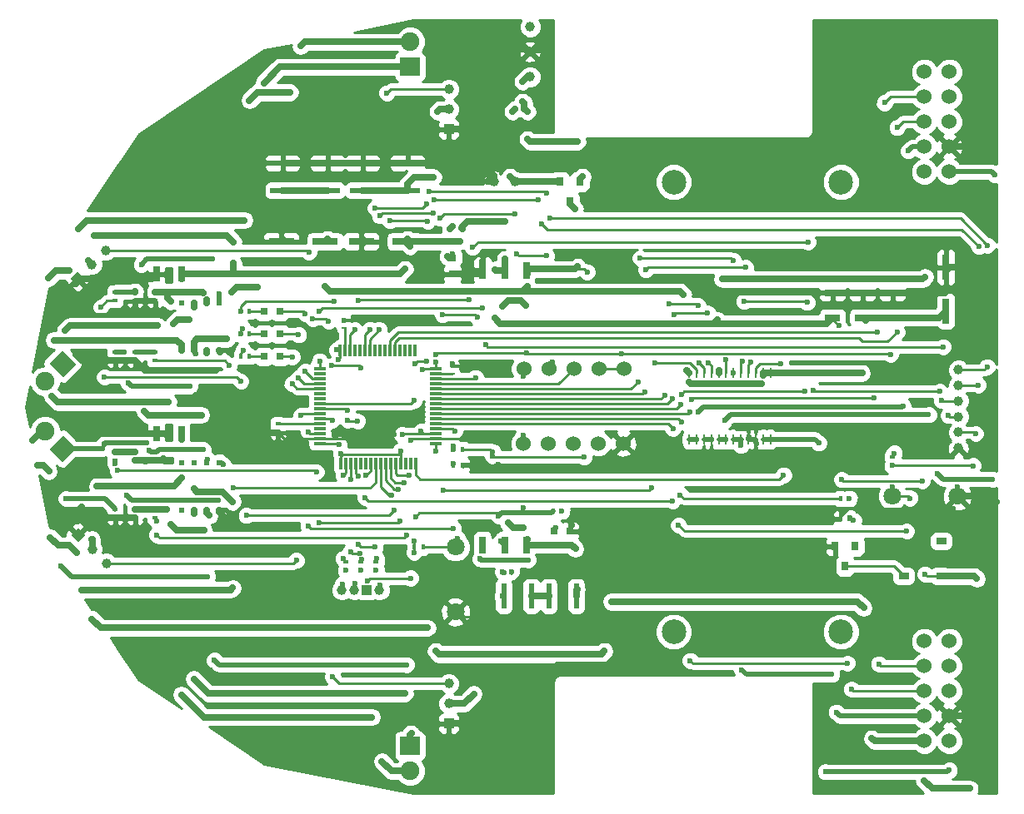
<source format=gtl>
G04 #@! TF.FileFunction,Copper,L1,Top,Signal*
%FSLAX46Y46*%
G04 Gerber Fmt 4.6, Leading zero omitted, Abs format (unit mm)*
G04 Created by KiCad (PCBNEW 4.0.1-stable) date 2018年08月25日 土曜日 19:37:46*
%MOMM*%
G01*
G04 APERTURE LIST*
%ADD10C,0.100000*%
%ADD11R,2.500000X0.600000*%
%ADD12R,2.600000X0.750000*%
%ADD13R,0.500000X0.150000*%
%ADD14R,0.700000X1.600000*%
%ADD15R,1.600000X0.700000*%
%ADD16R,0.750000X2.600000*%
%ADD17R,0.600000X2.500000*%
%ADD18R,0.150000X0.500000*%
%ADD19C,1.000000*%
%ADD20R,0.800000X0.800000*%
%ADD21R,2.000000X1.900000*%
%ADD22C,1.900000*%
%ADD23R,0.510000X0.600000*%
%ADD24R,0.802000X0.972000*%
%ADD25R,0.400000X0.600000*%
%ADD26R,0.600000X0.400000*%
%ADD27R,0.710000X1.750000*%
%ADD28R,1.000000X1.000000*%
%ADD29R,1.100000X0.700000*%
%ADD30C,1.800000*%
%ADD31R,0.300000X1.200000*%
%ADD32R,1.200000X0.300000*%
%ADD33R,0.220000X1.000000*%
%ADD34C,1.524000*%
%ADD35C,2.500000*%
%ADD36C,0.600000*%
%ADD37C,0.250000*%
%ADD38C,0.700000*%
%ADD39C,0.500000*%
%ADD40C,0.400000*%
%ADD41C,0.254000*%
G04 APERTURE END LIST*
D10*
D11*
X-28194000Y-3175000D03*
X-28194000Y-5969000D03*
X-23622000Y-3175000D03*
X-23622000Y-5969000D03*
D12*
X-23876000Y-11176000D03*
X-28321000Y-11176000D03*
D11*
X-20066000Y-3175000D03*
X-20066000Y-5969000D03*
X-15494000Y-3175000D03*
X-15494000Y-5969000D03*
D12*
X-15748000Y-11176000D03*
X-20193000Y-11176000D03*
D13*
X-10947400Y-24612600D03*
X-10947400Y-23850600D03*
X-21971000Y-19939000D03*
X-21971000Y-19177000D03*
D14*
X-41021000Y-14478000D03*
X-38481000Y-14478000D03*
X-41021000Y-30734000D03*
X-38481000Y-30734000D03*
D15*
X27686000Y-16383000D03*
X27686000Y-18923000D03*
D16*
X39217600Y-18237200D03*
X39217600Y-13792200D03*
D15*
X30734000Y-16383000D03*
X30734000Y-18923000D03*
X33782000Y-16383000D03*
X33782000Y-18923000D03*
D17*
X-1143000Y-47244000D03*
X1651000Y-47244000D03*
X-2921000Y-47244000D03*
X-5715000Y-47244000D03*
D18*
X-4953000Y-44831000D03*
X-5715000Y-44831000D03*
D19*
X-6688000Y-5062000D03*
X-4588000Y-5062000D03*
D20*
X-28448000Y-18288000D03*
X-30099000Y-18288000D03*
X-28448000Y-20574000D03*
X-30099000Y-20574000D03*
X-28448000Y-22860000D03*
X-30099000Y-22860000D03*
X-10922000Y-14478000D03*
X-10922000Y-12827000D03*
D21*
X-15240000Y6604000D03*
D22*
X-15240000Y9144000D03*
D21*
X-15240000Y-62484000D03*
D22*
X-15240000Y-65024000D03*
D10*
G36*
X-51924858Y-23586645D02*
X-50581355Y-22243142D01*
X-49167142Y-23657355D01*
X-50510645Y-25000858D01*
X-51924858Y-23586645D01*
X-51924858Y-23586645D01*
G37*
D22*
X-52342051Y-25418051D03*
D10*
G36*
X-50510645Y-30879142D02*
X-49167142Y-32222645D01*
X-50581355Y-33636858D01*
X-51924858Y-32293355D01*
X-50510645Y-30879142D01*
X-50510645Y-30879142D01*
G37*
D22*
X-52342051Y-30461949D03*
D20*
X1016000Y-40640000D03*
X-635000Y-40640000D03*
D23*
X-38481000Y-17399000D03*
X-37211000Y-17399000D03*
X-35941000Y-17399000D03*
X-34671000Y-17399000D03*
X-34671000Y-22225000D03*
X-35941000Y-22225000D03*
X-37211000Y-22225000D03*
X-38481000Y-22225000D03*
X-38481000Y-33655000D03*
X-37211000Y-33655000D03*
X-35941000Y-33655000D03*
X-34671000Y-33655000D03*
X-34671000Y-38481000D03*
X-35941000Y-38481000D03*
X-37211000Y-38481000D03*
X-38481000Y-38481000D03*
D24*
X0Y-5080000D03*
X2032000Y-5080000D03*
X1016000Y-7112000D03*
X27940000Y-42164000D03*
X29972000Y-42164000D03*
X28956000Y-44196000D03*
D25*
X-4514000Y2286000D03*
X-3614000Y2286000D03*
X-32454000Y-18288000D03*
X-31554000Y-18288000D03*
X-32454000Y-20574000D03*
X-31554000Y-20574000D03*
X-32454000Y-22860000D03*
X-31554000Y-22860000D03*
D26*
X-21742400Y-44646000D03*
X-21742400Y-43746000D03*
X-20218400Y-44646000D03*
X-20218400Y-43746000D03*
X-18694400Y-44646000D03*
X-18694400Y-43746000D03*
D25*
X-9964000Y-9652000D03*
X-10864000Y-9652000D03*
X-10813200Y-32308800D03*
X-9913200Y-32308800D03*
X-13926400Y-42265600D03*
X-14826400Y-42265600D03*
X-9913200Y-33934400D03*
X-10813200Y-33934400D03*
D26*
X-41148000Y-23310000D03*
X-41148000Y-22410000D03*
X-43180000Y-22410000D03*
X-43180000Y-23310000D03*
X-41148000Y-39312000D03*
X-41148000Y-38412000D03*
X-43180000Y-38412000D03*
X-43180000Y-39312000D03*
X-45212000Y-22410000D03*
X-45212000Y-23310000D03*
X-45212000Y-38412000D03*
X-45212000Y-39312000D03*
X-41148000Y-16314000D03*
X-41148000Y-17214000D03*
X-41148000Y-32570000D03*
X-41148000Y-33470000D03*
X-45212000Y-17214000D03*
X-45212000Y-16314000D03*
X-43180000Y-16314000D03*
X-43180000Y-17214000D03*
X-45212000Y-33470000D03*
X-45212000Y-32570000D03*
X-43180000Y-32570000D03*
X-43180000Y-33470000D03*
D25*
X28506000Y-39370000D03*
X29406000Y-39370000D03*
X28506000Y-37338000D03*
X29406000Y-37338000D03*
X-704000Y-38608000D03*
X196000Y-38608000D03*
D26*
X33782000Y-33978000D03*
X33782000Y-33078000D03*
X-28651200Y-29725200D03*
X-28651200Y-30625200D03*
D27*
X-3429000Y-14097000D03*
X-7874000Y-14097000D03*
X-5588000Y-14097000D03*
X-3429000Y-42037000D03*
X-7874000Y-42037000D03*
X-5588000Y-42037000D03*
D19*
X-46111121Y-43904803D03*
X-47547962Y-42467962D03*
D10*
G36*
X-49691910Y-41031121D02*
X-48984803Y-40324014D01*
X-48277696Y-41031121D01*
X-48984803Y-41738228D01*
X-49691910Y-41031121D01*
X-49691910Y-41031121D01*
G37*
D19*
X-11303000Y-56134000D03*
X-11303000Y-58166000D03*
D28*
X-11303000Y-60198000D03*
D19*
X-11303000Y4318000D03*
X-11303000Y2286000D03*
D28*
X-11303000Y254000D03*
D19*
X-46138197Y-12075121D03*
X-47575038Y-13511962D03*
D10*
G36*
X-49011879Y-15655910D02*
X-49718986Y-14948803D01*
X-49011879Y-14241696D01*
X-48304772Y-14948803D01*
X-49011879Y-15655910D01*
X-49011879Y-15655910D01*
G37*
D29*
X38735000Y-41656000D03*
X38735000Y-45212000D03*
X34925000Y-45212000D03*
D19*
X-3048000Y10668000D03*
X-3048000Y8128000D03*
X-3048000Y5588000D03*
D30*
X-10617200Y-48869600D03*
X-10617200Y-42265600D03*
X40386000Y-37084000D03*
X33782000Y-37084000D03*
D19*
X-18364200Y-46634400D03*
X-20904200Y-46634400D03*
X-22174200Y-46634400D03*
D28*
X-19634200Y-46634400D03*
D31*
X-14755000Y-22287000D03*
X-15263000Y-22287000D03*
X-15771000Y-22287000D03*
X-16279000Y-22287000D03*
X-16787000Y-22287000D03*
X-17295000Y-22287000D03*
X-17803000Y-22287000D03*
X-18311000Y-22287000D03*
X-18819000Y-22287000D03*
X-19327000Y-22287000D03*
X-19835000Y-22287000D03*
X-20343000Y-22287000D03*
X-20851000Y-22287000D03*
X-21359000Y-22287000D03*
X-21867000Y-22287000D03*
X-22375000Y-22287000D03*
D32*
X-24399500Y-24092500D03*
X-24399500Y-24600500D03*
X-24399500Y-25108500D03*
X-24399500Y-25616500D03*
X-24399500Y-26124500D03*
X-24399500Y-26632500D03*
X-24399500Y-27140500D03*
X-24399500Y-27648500D03*
X-24399500Y-28156500D03*
X-24399500Y-28664500D03*
X-24399500Y-29172500D03*
X-24399500Y-29680500D03*
X-24399500Y-30188500D03*
X-24399500Y-30696500D03*
X-24399500Y-31204500D03*
X-24399500Y-31712500D03*
X-12620500Y-24153500D03*
X-12620500Y-24661500D03*
X-12620500Y-25169500D03*
X-12620500Y-25677500D03*
X-12620500Y-26185500D03*
X-12620500Y-26693500D03*
X-12620500Y-27201500D03*
X-12620500Y-27709500D03*
X-12620500Y-28217500D03*
X-12620500Y-28725500D03*
X-12620500Y-29233500D03*
X-12620500Y-29741500D03*
X-12620500Y-30249500D03*
X-12620500Y-30757500D03*
X-12620500Y-31265500D03*
X-12620500Y-31773500D03*
D31*
X-16725000Y-33787000D03*
X-15201000Y-33787000D03*
X-14693000Y-33787000D03*
X-15709000Y-33787000D03*
X-16217000Y-33787000D03*
X-17233000Y-33787000D03*
X-17741000Y-33787000D03*
X-18249000Y-33787000D03*
X-18757000Y-33787000D03*
X-19265000Y-33787000D03*
X-19773000Y-33787000D03*
X-20281000Y-33787000D03*
X-20789000Y-33787000D03*
X-21297000Y-33787000D03*
X-21805000Y-33787000D03*
X-22313000Y-33787000D03*
D33*
X21372000Y-24558000D03*
X20622000Y-24558000D03*
X19872000Y-24558000D03*
X19122000Y-24558000D03*
X18372000Y-24558000D03*
X17622000Y-24558000D03*
X16872000Y-24558000D03*
X16122000Y-24558000D03*
X15372000Y-24558000D03*
X14622000Y-24558000D03*
X13872000Y-24558000D03*
X13122000Y-24558000D03*
X21372000Y-31308000D03*
X20622000Y-31308000D03*
X19872000Y-31308000D03*
X19122000Y-31308000D03*
X18372000Y-31308000D03*
X17622000Y-31308000D03*
X16872000Y-31308000D03*
X16122000Y-31308000D03*
X15372000Y-31308000D03*
X14622000Y-31308000D03*
X13872000Y-31308000D03*
X13122000Y-31308000D03*
D34*
X37022000Y-51826000D03*
X37022000Y-54366000D03*
X37022000Y-56906000D03*
X37022000Y-59446000D03*
X37022000Y-61986000D03*
X39562000Y-51826000D03*
X39562000Y-54366000D03*
X39562000Y-56906000D03*
X39562000Y-59446000D03*
X39562000Y-61986000D03*
X37022000Y6086000D03*
X37022000Y3546000D03*
X37022000Y1006000D03*
X37022000Y-1534000D03*
X37022000Y-4074000D03*
X39562000Y6086000D03*
X39562000Y3546000D03*
X39562000Y1006000D03*
X39562000Y-1534000D03*
X39562000Y-4074000D03*
X6427000Y-31730000D03*
X3887000Y-31730000D03*
X1347000Y-31730000D03*
X-1193000Y-31730000D03*
X-3733000Y-31730000D03*
X-3683000Y-24130000D03*
X-1143000Y-24130000D03*
X1397000Y-24130000D03*
X3937000Y-24130000D03*
X6477000Y-24130000D03*
D19*
X40484000Y-24244000D03*
X40484000Y-25844000D03*
X40484000Y-27394000D03*
X40484000Y-28994000D03*
X40484000Y-30594000D03*
X40484000Y-32194000D03*
D35*
X11545200Y-5127000D03*
X28545200Y-5127000D03*
X11545200Y-50872400D03*
X28545200Y-50872400D03*
D36*
X-39687500Y-30797500D03*
X-37909500Y-27686000D03*
X-31178500Y-26797000D03*
X-30480000Y-30353000D03*
X-48577500Y-38163500D03*
X-48260000Y-31115000D03*
X-34226500Y-39116000D03*
X-34861500Y-42862500D03*
X-43180000Y-42037000D03*
X-43180000Y-39312000D03*
X-48984803Y-41031121D03*
X-49022000Y-39624000D03*
X-41021000Y-30734000D03*
X-40322500Y-33274000D03*
X-47561500Y-30162500D03*
X-47561500Y-23310000D03*
X-49212500Y-22669500D03*
X-34544000Y-22415500D03*
X-34988500Y-24280498D03*
X-49212500Y-15494000D03*
X-48387000Y-18732500D03*
X-8509000Y190500D03*
X-1371600Y-49377600D03*
X6096000Y-54254400D03*
X-914400Y-54914800D03*
X-1219200Y-60096400D03*
X-15341600Y-29870400D03*
X-16814800Y-30073600D03*
X-16865600Y-30784800D03*
X-15189200Y-31394400D03*
X-15341600Y-34950400D03*
X1219200Y-40030400D03*
X1066800Y-34036000D03*
X-6248400Y-33883600D03*
X-6146800Y-30988000D03*
X-6146800Y-24028400D03*
X-10922000Y-23622000D03*
X-10922000Y-14478000D03*
X7137400Y-33147000D03*
X6427000Y-31730000D03*
X6477000Y-40462200D03*
X27330400Y-39382700D03*
X27152600Y-33528000D03*
X39966900Y-38379400D03*
X40386000Y-37084000D03*
X27901900Y-39458900D03*
X27889200Y-41948100D03*
X40484000Y-32194000D03*
X40373300Y-36182300D03*
X-21971000Y-19177000D03*
X-19977100Y-11455400D03*
X-20281900Y-12560300D03*
X-21958300Y-12776200D03*
X19989800Y-31724600D03*
X19812000Y-33439100D03*
X15405100Y-33096200D03*
X15372000Y-31308000D03*
X44373800Y-37668200D03*
X43815000Y-59512200D03*
X17622000Y-24558000D03*
X19215100Y-31076900D03*
X18986500Y-30187900D03*
X17691100Y-29946600D03*
X17881600Y-16344900D03*
X41186100Y-13436600D03*
X41084500Y-1511300D03*
X39484300Y-13995400D03*
X39090600Y-16370300D03*
X-1143000Y-3086100D03*
X-1181100Y8331200D03*
X-6350000Y8382000D03*
X-6858000Y-4318000D03*
X-7366000Y-5080000D03*
X-7874000Y-13208000D03*
X-20066000Y-3175000D03*
X-20066000Y-10922000D03*
X-28194000Y-3175000D03*
X-28194000Y-10922000D03*
X2743200Y-14274800D03*
X2438400Y-33121600D03*
X-6858000Y-32969200D03*
X-6858000Y-32562800D03*
X31064200Y-19189700D03*
X30683200Y-24561800D03*
X13122000Y-24558000D03*
X20675600Y-24815800D03*
X20510500Y-25679400D03*
X13106400Y-25463500D03*
X12877800Y-24257000D03*
X12509500Y-16598900D03*
X1739900Y-46558200D03*
X1562100Y-42430700D03*
X-3352800Y-41478200D03*
X-3721100Y-40297100D03*
X-5295900Y-39789100D03*
X-5854700Y-17767300D03*
X-3505200Y-17678400D03*
X-23622000Y-5969000D03*
X-23622000Y-10922000D03*
X-23876000Y-11176000D03*
X-23876000Y-15748000D03*
X-3302000Y-15748000D03*
X-3302000Y-14478000D03*
X1778000Y-13716000D03*
X1524000Y-7874000D03*
X-38481000Y-33655000D03*
X-47561500Y-41465500D03*
X-47053500Y-36068000D03*
X-38417500Y-35242500D03*
X-38481000Y-33655000D03*
X-38481000Y-31305500D03*
X-12636500Y-52832000D03*
X-13462000Y-50482500D03*
X-47561500Y-49593500D03*
X-47547962Y-42467962D03*
X-38481000Y-14986000D03*
X-38481000Y-17399000D03*
X-47942500Y-13081000D03*
X-47371000Y-10541000D03*
X-33210500Y-11239500D03*
X-33210500Y-13398500D03*
X-15240000Y-11684000D03*
X-15748000Y-13970000D03*
X-8763000Y-57213500D03*
X-8445500Y-53149500D03*
X4508500Y-52832000D03*
X5207000Y-47815500D03*
X30861000Y-48450500D03*
X31686500Y-61722000D03*
X-12446000Y2032000D03*
X-12890500Y-4635500D03*
X37084000Y-45008800D03*
X36804600Y-35547300D03*
X28613100Y-35394900D03*
X28321000Y-19748500D03*
X37022000Y-61986000D03*
X36995100Y-66027300D03*
X41630600Y-66827400D03*
X42354500Y-45491400D03*
X16002000Y-19151600D03*
X16497300Y-14998700D03*
X37071300Y-14770100D03*
X37022000Y-4074000D03*
X15760700Y-19532600D03*
X16167100Y-24257000D03*
X-6642100Y-18986500D03*
X-6591300Y-14008100D03*
X-15494000Y-10922000D03*
X-15494000Y-5969000D03*
X-10160000Y-11176000D03*
X-9906000Y-9906000D03*
X-5588000Y-12954000D03*
X-5588000Y-9144000D03*
X-4991100Y-43561000D03*
X-4914900Y-44742100D03*
X-7874000Y-42037000D03*
X-8140700Y-43459400D03*
X-3225800Y-43561000D03*
X-2921000Y-46964600D03*
X-22707600Y-22199600D03*
X-22961600Y-17221200D03*
X-32454000Y-20574000D03*
X-32258000Y-20015200D03*
X-32454000Y-18288000D03*
X-32207200Y-22250400D03*
X-22504400Y-23164800D03*
X-22301200Y-32766000D03*
X-22453600Y-31851600D03*
X-16205200Y-32461200D03*
X-16052800Y-30835600D03*
X-14833600Y-41656000D03*
X-14681200Y-39166800D03*
X-19634200Y-46634400D03*
X-19608800Y-45669200D03*
X-15189200Y-45415200D03*
X-14833600Y-42824400D03*
X-14122400Y-30480000D03*
X-14020800Y-24231600D03*
X-3695700Y-24917400D03*
X-3746500Y-30886400D03*
X33972500Y-32715200D03*
X33604200Y-22669500D03*
X-3708400Y-38265100D03*
X-3733000Y-31730000D03*
X-12661900Y-22656800D03*
X-12623800Y-23482300D03*
X6477000Y-24130000D03*
X6286500Y-22580600D03*
X-3403600Y-22529800D03*
X-3683000Y-24130000D03*
X-6235700Y-39090600D03*
X-6019800Y-41656000D03*
X-5842000Y-44792900D03*
X-5588000Y-42037000D03*
X-5715000Y-44831000D03*
X-5842000Y-47269400D03*
X-5080000Y-4572000D03*
X-4826000Y2032000D03*
X-25908000Y-18491200D03*
X-25908000Y-24384000D03*
X-26568400Y-20675600D03*
X-26568400Y-25044400D03*
X-27228800Y-22910800D03*
X-27228800Y-25654000D03*
X-11176000Y-9906000D03*
X-11430000Y-12700000D03*
X-10922000Y-12446000D03*
X-37020500Y-22606000D03*
X-37592000Y-25908000D03*
X-43878500Y-25590500D03*
X-44259500Y-22415500D03*
X-30099000Y4953000D03*
X-30734000Y-15811500D03*
X-33337500Y-16319500D03*
X-33845500Y-21082000D03*
X-26352500Y8699500D03*
X-27432000Y4000500D03*
X-31559500Y3175000D03*
X-32067500Y-9017000D03*
X-48958500Y-9906000D03*
X-49911000Y-14160500D03*
X-52006500Y-14922500D03*
X-51435000Y-21209000D03*
X-50228500Y-37338000D03*
X-50736500Y-44196000D03*
X-35814000Y-45275500D03*
X-35115500Y-53784500D03*
X-15621000Y-54229000D03*
X-15113000Y-61214000D03*
X-15748000Y-57150000D03*
X-37211000Y-55689500D03*
X-37211000Y-38862000D03*
X-38481000Y-38481000D03*
X-18097500Y-64071500D03*
X-19113500Y-59563000D03*
X-38481000Y-57277000D03*
X-50546000Y-23622000D03*
X-39560500Y-17272000D03*
X-40894000Y-19748500D03*
X-50292000Y-20256500D03*
X-35877500Y-17081500D03*
X-36258500Y-16383000D03*
X-52342051Y-25418051D03*
X-37147500Y-17843500D03*
X-37655500Y-19113500D03*
X-39306500Y-19558000D03*
X-39814500Y-27495500D03*
X-51625500Y-26924000D03*
X-35814000Y-33337500D03*
X-36258500Y-32321500D03*
X-41783000Y-32385000D03*
X-42037000Y-31686500D03*
X-46355000Y-31813500D03*
X-46482000Y-32258000D03*
X-37211000Y-33655000D03*
X-53594000Y-31369000D03*
X-53086000Y-33972500D03*
X-51943000Y-34544000D03*
X-51816000Y-41275000D03*
X-49149000Y-42799000D03*
X-48577500Y-46609000D03*
X-33274000Y-46418500D03*
X-33274000Y-37655500D03*
X-37211000Y-36322000D03*
X-431800Y-40297100D03*
X196000Y-38608000D03*
X-43180000Y-16314000D03*
X-34671000Y-16510000D03*
X-35306000Y-12954000D03*
X-42545000Y-13525500D03*
X-42227500Y-22410000D03*
X-35941000Y-22479000D03*
X-36449000Y-28829000D03*
X-42227500Y-28448000D03*
X-44069000Y-32570000D03*
X-34226500Y-33845500D03*
X-34734500Y-37528500D03*
X-44069000Y-36957000D03*
X-35623500Y-39052500D03*
X-36195000Y-40513000D03*
X-39560500Y-39941500D03*
X-40005000Y-38417500D03*
X-3810000Y3048000D03*
X-3810000Y5080000D03*
X2286000Y-4572000D03*
X1778000Y-1016000D03*
X-3302000Y-762000D03*
X-3302000Y2032000D03*
X29406000Y-37338000D03*
X29438600Y-39255700D03*
X29984700Y-41948100D03*
X29832300Y-39522400D03*
X-21742400Y-44646000D03*
X-22148800Y-46075600D03*
X-22047200Y-43434000D03*
X-22047200Y-34950400D03*
X-20218400Y-44646000D03*
X-20878800Y-45974000D03*
X-20167600Y-43484800D03*
X-20320000Y-42926000D03*
X-21285200Y-42773600D03*
X-21285200Y-35407600D03*
X-18694400Y-44646000D03*
X-18338800Y-46126400D03*
X-18643600Y-43434000D03*
X-18796000Y-42265600D03*
X-20523200Y-42011600D03*
X-20523200Y-35052000D03*
X-10820400Y-31953200D03*
X-10718800Y-30429200D03*
X-10813200Y-32308800D03*
X-10820400Y-33782000D03*
X-10464800Y-41351200D03*
X-10820400Y-40386000D03*
X-25603200Y-40132000D03*
X-25552400Y-30530800D03*
X-33591500Y-23749000D03*
X-33210500Y-36258500D03*
X-40957500Y-39624000D03*
X-40957500Y-41021000D03*
X-15621000Y-41084500D03*
X-15875000Y-35687000D03*
X-46672500Y-17843500D03*
X-46291500Y-24955500D03*
X-32448500Y-25400000D03*
X-31877000Y-39052500D03*
X-16891000Y-38544500D03*
X-17081500Y-36957000D03*
X-45212000Y-33782000D03*
X-44958000Y-34480500D03*
X-24765000Y-34607500D03*
X-24511000Y-39751000D03*
X-16256000Y-39624000D03*
X-16446500Y-36385500D03*
X12217400Y-36957000D03*
X11480800Y-30200600D03*
X35560000Y-37287200D03*
X35204400Y-40640000D03*
X12039600Y-40030400D03*
X11430000Y-37592000D03*
X-19812000Y-37236400D03*
X-19710400Y-34950400D03*
X42227500Y-30721300D03*
X41973500Y-33985200D03*
X33782000Y-33978000D03*
X33769300Y-36182300D03*
X-26797000Y-43624500D03*
X-26352500Y-28892500D03*
X-23114000Y-55435500D03*
X-23114000Y-29337000D03*
X-17589500Y3937000D03*
X-17272000Y-9080500D03*
X-13462000Y-9144000D03*
X-13589000Y-23368000D03*
X-14732000Y-23622000D03*
X-14795500Y-27305000D03*
X-25527000Y-12255500D03*
X-25146000Y-19050000D03*
X-23558500Y-19304000D03*
X-23177500Y-23812500D03*
X-20256500Y-24003000D03*
X-20574000Y-29464000D03*
X-21590000Y-29337000D03*
X-21590000Y-28384500D03*
X34251900Y-20370800D03*
X34251900Y419100D03*
X32969200Y2933700D03*
X32245300Y-20396200D03*
X42494200Y-25781000D03*
X42545000Y-11684000D03*
X-1854200Y-9359900D03*
X-2184400Y-6959600D03*
X-12827000Y-6908800D03*
X-12852400Y-8305800D03*
X-18313400Y-8572500D03*
X-18364200Y-20154900D03*
X-19291300Y-20116800D03*
X-18783300Y-7772400D03*
X-13589000Y-7378700D03*
X-13309600Y-6096000D03*
X-1346200Y-6261100D03*
X-1016000Y-8826500D03*
X43434000Y-11569700D03*
X43408600Y-23914100D03*
X38747700Y-27355800D03*
X38582600Y-26416000D03*
X25755600Y-26327100D03*
X25196800Y-11214100D03*
X-8902700Y-11785600D03*
X-9271000Y-17106900D03*
X-20535900Y-17208500D03*
X-20853400Y-20142200D03*
X39484300Y-28879800D03*
X38938200Y-21882100D03*
X-7518400Y-21704300D03*
X-7861300Y-17970500D03*
X-24447500Y-18313400D03*
X-24434800Y-23342600D03*
X-736600Y-23444200D03*
X-1384300Y-12598400D03*
X-4381500Y-12407900D03*
X-4597400Y-8382000D03*
X-12166600Y-8801100D03*
X-11950700Y-18630900D03*
X-8369300Y-18897600D03*
X-8585200Y-25019000D03*
X7924800Y-25463500D03*
X8128000Y-12865100D03*
X17640300Y-13144500D03*
X16878300Y-23215600D03*
X19342100Y-23444200D03*
X18859500Y-13830300D03*
X8724900Y-14058900D03*
X8610600Y-26454100D03*
X10642600Y-26822400D03*
X11074400Y-17551400D03*
X14020800Y-17716500D03*
X14122400Y-23545800D03*
X15062200Y-23507700D03*
X14986000Y-18440400D03*
X11607800Y-18605500D03*
X11455400Y-27152600D03*
X18529300Y-23329900D03*
X18669000Y-17272000D03*
X25095200Y-17373600D03*
X24866600Y-26441400D03*
X12319000Y-26758900D03*
X12293600Y-27774900D03*
X32397700Y-54140100D03*
X31902400Y-27101800D03*
X13347700Y-27228800D03*
X13208000Y-28549600D03*
X29603700Y-56718200D03*
X29210000Y-54089300D03*
X13233400Y-53809900D03*
X12357100Y-29565600D03*
X-12649200Y-32461200D03*
X-11899900Y-36461700D03*
X9271000Y-36233100D03*
X9652000Y-23558500D03*
X22720300Y-34937700D03*
X22440900Y-23583900D03*
X39562000Y-61986000D03*
X26289000Y-31673800D03*
X26974800Y-65112900D03*
X39560500Y-64947800D03*
X28079700Y-59055000D03*
X27622500Y-55206900D03*
X18478500Y-54762400D03*
X18376900Y-31940500D03*
X16872000Y-31308000D03*
X44196000Y-4406900D03*
X43929300Y-35356800D03*
X38366700Y-34785300D03*
X37452300Y-28803600D03*
X16738600Y-29387800D03*
X13872000Y-31308000D03*
X35369500Y-1968500D03*
X34874200Y-27940000D03*
X14046200Y-28498800D03*
D37*
X-24399500Y-31204500D02*
X-28071900Y-31204500D01*
X-28071900Y-31204500D02*
X-28651200Y-30625200D01*
D38*
X-41021000Y-30734000D02*
X-39751000Y-30734000D01*
X-39751000Y-30734000D02*
X-39687500Y-30797500D01*
X-37909500Y-27686000D02*
X-37020500Y-26797000D01*
X-37020500Y-26797000D02*
X-31178500Y-26797000D01*
X-30480000Y-30353000D02*
X-30207800Y-30625200D01*
X-30207800Y-30625200D02*
X-28651200Y-30625200D01*
X-48710000Y-38296000D02*
X-48710000Y-39312000D01*
X-48577500Y-38163500D02*
X-48710000Y-38296000D01*
X-47879000Y-30734000D02*
X-48260000Y-31115000D01*
X-46990000Y-30734000D02*
X-47879000Y-30734000D01*
X-34671000Y-38671500D02*
X-34671000Y-38481000D01*
X-34226500Y-39116000D02*
X-34671000Y-38671500D01*
X-42354500Y-42862500D02*
X-34861500Y-42862500D01*
X-43180000Y-42037000D02*
X-42354500Y-42862500D01*
X-45212000Y-39312000D02*
X-43180000Y-39312000D01*
X-49022000Y-39624000D02*
X-48710000Y-39312000D01*
X-48710000Y-39312000D02*
X-45212000Y-39312000D01*
X-43180000Y-33470000D02*
X-41148000Y-33470000D01*
X-40322500Y-33274000D02*
X-40518500Y-33470000D01*
X-40518500Y-33470000D02*
X-41148000Y-33470000D01*
X-47561500Y-30162500D02*
X-46990000Y-30734000D01*
X-41021000Y-30734000D02*
X-46990000Y-30734000D01*
X-48572000Y-23310000D02*
X-47561500Y-23310000D01*
X-47561500Y-23310000D02*
X-45212000Y-23310000D01*
X-49212500Y-22669500D02*
X-48572000Y-23310000D01*
X-43180000Y-23310000D02*
X-43174500Y-23310000D01*
X-43174500Y-23310000D02*
X-42204002Y-24280498D01*
X-34544000Y-22415500D02*
X-34671000Y-22288500D01*
X-42204002Y-24280498D02*
X-34988500Y-24280498D01*
X-34671000Y-22288500D02*
X-34671000Y-22225000D01*
X-45212000Y-23310000D02*
X-43180000Y-23310000D01*
X-49011879Y-15293379D02*
X-49011879Y-14948803D01*
X-49212500Y-15494000D02*
X-49011879Y-15293379D01*
D39*
X-43180000Y-17214000D02*
X-43180000Y-17843500D01*
X-43180000Y-17843500D02*
X-44069000Y-18732500D01*
X-44069000Y-18732500D02*
X-48387000Y-18732500D01*
D38*
X-49011879Y-14948803D02*
X-41491803Y-14948803D01*
X-41491803Y-14948803D02*
X-41021000Y-14478000D01*
D39*
X-43180000Y-17214000D02*
X-41148000Y-17214000D01*
D38*
X-8572500Y254000D02*
X-8509000Y190500D01*
X-11303000Y254000D02*
X-8572500Y254000D01*
D37*
X-10617200Y-48869600D02*
X-10261600Y-48869600D01*
X-10261600Y-48869600D02*
X-9753600Y-49377600D01*
X-9753600Y-49377600D02*
X-1371600Y-49377600D01*
D38*
X-11303000Y-60198000D02*
X-1320800Y-60198000D01*
X-254000Y-54254400D02*
X6096000Y-54254400D01*
X-914400Y-54914800D02*
X-254000Y-54254400D01*
X-1320800Y-60198000D02*
X-1219200Y-60096400D01*
D37*
X-24399500Y-31204500D02*
X-17285300Y-31204500D01*
X-16611600Y-29870400D02*
X-15341600Y-29870400D01*
X-16814800Y-30073600D02*
X-16611600Y-29870400D01*
X-17285300Y-31204500D02*
X-16865600Y-30784800D01*
X-16725000Y-33787000D02*
X-16725000Y-34786200D01*
X-15060300Y-31265500D02*
X-12620500Y-31265500D01*
X-15189200Y-31394400D02*
X-15060300Y-31265500D01*
X-16560800Y-34950400D02*
X-15341600Y-34950400D01*
X-16725000Y-34786200D02*
X-16560800Y-34950400D01*
X-6248400Y-33883600D02*
X914400Y-33883600D01*
X1016000Y-40233600D02*
X1016000Y-40640000D01*
X1219200Y-40030400D02*
X1016000Y-40233600D01*
X914400Y-33883600D02*
X1066800Y-34036000D01*
X-6299200Y-33934400D02*
X-9913200Y-33934400D01*
X-6248400Y-33883600D02*
X-6299200Y-33934400D01*
X-10947400Y-23850600D02*
X-6324600Y-23850600D01*
X-6424300Y-31265500D02*
X-12620500Y-31265500D01*
X-6146800Y-30988000D02*
X-6424300Y-31265500D01*
X-6324600Y-23850600D02*
X-6146800Y-24028400D01*
X-10947400Y-23647400D02*
X-10947400Y-23850600D01*
X-10922000Y-23622000D02*
X-10947400Y-23647400D01*
D38*
X-10922000Y-14478000D02*
X-8255000Y-14478000D01*
X-7874000Y-14097000D02*
X-8255000Y-14478000D01*
D37*
X15811500Y-33439100D02*
X7429500Y-33439100D01*
X7429500Y-33439100D02*
X7137400Y-33147000D01*
X6477000Y-40462200D02*
X6299200Y-40640000D01*
X6299200Y-40640000D02*
X1016000Y-40640000D01*
X19812000Y-33439100D02*
X27063700Y-33439100D01*
X27406600Y-39458900D02*
X27901900Y-39458900D01*
X27330400Y-39382700D02*
X27406600Y-39458900D01*
X27063700Y-33439100D02*
X27152600Y-33528000D01*
X28506000Y-39370000D02*
X28506000Y-39121500D01*
X28506000Y-39121500D02*
X29248100Y-38379400D01*
X29248100Y-38379400D02*
X39966900Y-38379400D01*
X28506000Y-39370000D02*
X27990800Y-39370000D01*
X27990800Y-39370000D02*
X27901900Y-39458900D01*
X27889200Y-41948100D02*
X27940000Y-41998900D01*
X27940000Y-41998900D02*
X27940000Y-42164000D01*
X40373300Y-36182300D02*
X40386000Y-36195000D01*
X40386000Y-36195000D02*
X40386000Y-37084000D01*
X-20193000Y-11239500D02*
X-19977100Y-11455400D01*
X-21742400Y-12560300D02*
X-20281900Y-12560300D01*
X-21958300Y-12776200D02*
X-21742400Y-12560300D01*
X-20193000Y-11239500D02*
X-20193000Y-11176000D01*
D39*
X19872000Y-31606800D02*
X19872000Y-31308000D01*
X19989800Y-31724600D02*
X19872000Y-31606800D01*
X15748000Y-33439100D02*
X15811500Y-33439100D01*
X15811500Y-33439100D02*
X19812000Y-33439100D01*
X15405100Y-33096200D02*
X15748000Y-33439100D01*
X14622000Y-31308000D02*
X15372000Y-31308000D01*
D38*
X39562000Y-59446000D02*
X43748800Y-59446000D01*
X43789600Y-37084000D02*
X40386000Y-37084000D01*
X44373800Y-37668200D02*
X43789600Y-37084000D01*
X43748800Y-59446000D02*
X43815000Y-59512200D01*
D39*
X19122000Y-31308000D02*
X19872000Y-31308000D01*
D40*
X19215100Y-31076900D02*
X19122000Y-31170000D01*
X17932400Y-30187900D02*
X18986500Y-30187900D01*
X17691100Y-29946600D02*
X17932400Y-30187900D01*
X27686000Y-16383000D02*
X17919700Y-16383000D01*
X17919700Y-16383000D02*
X17881600Y-16344900D01*
D38*
X39562000Y-1534000D02*
X41061800Y-1534000D01*
X40830500Y-13792200D02*
X39217600Y-13792200D01*
X41186100Y-13436600D02*
X40830500Y-13792200D01*
X41061800Y-1534000D02*
X41084500Y-1511300D01*
X33782000Y-16383000D02*
X39077900Y-16383000D01*
X39484300Y-13995400D02*
X39281100Y-13792200D01*
X39077900Y-16383000D02*
X39090600Y-16370300D01*
X39281100Y-13792200D02*
X39217600Y-13792200D01*
X33782000Y-16383000D02*
X30734000Y-16383000D01*
X27686000Y-16383000D02*
X30734000Y-16383000D01*
D39*
X19122000Y-31170000D02*
X19122000Y-31308000D01*
X19122000Y-31314000D02*
X19122000Y-31308000D01*
D38*
X-3048000Y8128000D02*
X-2743200Y8128000D01*
X-2743200Y8128000D02*
X-2540000Y8331200D01*
X-1231900Y-3175000D02*
X-15494000Y-3175000D01*
X-1143000Y-3086100D02*
X-1231900Y-3175000D01*
X-2540000Y8331200D02*
X-1181100Y8331200D01*
D39*
X-3048000Y8128000D02*
X-3302000Y8128000D01*
D38*
X-3302000Y8128000D02*
X-3556000Y8382000D01*
X-3556000Y8382000D02*
X-6350000Y8382000D01*
X-6858000Y-4318000D02*
X-6688000Y-4488000D01*
X-6688000Y-4488000D02*
X-6688000Y-5062000D01*
X-7874000Y-13208000D02*
X-7874000Y-14097000D01*
X-6688000Y-5062000D02*
X-7348000Y-5062000D01*
X-7348000Y-5062000D02*
X-7366000Y-5080000D01*
D39*
X-20193000Y-11049000D02*
X-20193000Y-11176000D01*
D38*
X-20193000Y-11049000D02*
X-20066000Y-10922000D01*
X-28194000Y-10922000D02*
X-28321000Y-11049000D01*
X-23622000Y-3175000D02*
X-28194000Y-3175000D01*
D39*
X-28321000Y-11049000D02*
X-28321000Y-11176000D01*
D38*
X-23622000Y-3175000D02*
X-20066000Y-3175000D01*
X-20066000Y-3175000D02*
X-15494000Y-3175000D01*
D37*
X-9913200Y-32308800D02*
X-7112000Y-32308800D01*
X2438400Y-13970000D02*
X1524000Y-13970000D01*
X2743200Y-14274800D02*
X2438400Y-13970000D01*
X-6705600Y-33121600D02*
X2438400Y-33121600D01*
X-6858000Y-32969200D02*
X-6705600Y-33121600D01*
X-7112000Y-32308800D02*
X-6858000Y-32562800D01*
D38*
X21372000Y-24558000D02*
X30679400Y-24558000D01*
X31064200Y-19189700D02*
X30797500Y-18923000D01*
X30679400Y-24558000D02*
X30683200Y-24561800D01*
X30797500Y-18923000D02*
X30734000Y-18923000D01*
X33782000Y-18923000D02*
X38531800Y-18923000D01*
X38531800Y-18923000D02*
X39217600Y-18237200D01*
X30734000Y-18923000D02*
X33782000Y-18923000D01*
X13122000Y-24501200D02*
X13122000Y-24558000D01*
X20675600Y-24815800D02*
X20622000Y-24762200D01*
X13322300Y-25679400D02*
X20510500Y-25679400D01*
X13106400Y-25463500D02*
X13322300Y-25679400D01*
X20622000Y-24762200D02*
X20622000Y-24558000D01*
X-3822700Y-16256000D02*
X12166600Y-16256000D01*
X12877800Y-24257000D02*
X13122000Y-24501200D01*
X12166600Y-16256000D02*
X12509500Y-16598900D01*
X20622000Y-24558000D02*
X21372000Y-24558000D01*
X-3429000Y-42037000D02*
X1168400Y-42037000D01*
X1739900Y-46558200D02*
X1651000Y-46647100D01*
X1168400Y-42037000D02*
X1562100Y-42430700D01*
X1651000Y-46647100D02*
X1651000Y-47244000D01*
X-3352800Y-41478200D02*
X-3429000Y-41554400D01*
X-4787900Y-40297100D02*
X-3721100Y-40297100D01*
X-5295900Y-39789100D02*
X-4787900Y-40297100D01*
X-5270500Y-17183100D02*
X-5854700Y-17767300D01*
X-4000500Y-17183100D02*
X-5270500Y-17183100D01*
X-3505200Y-17678400D02*
X-4000500Y-17183100D01*
X-3429000Y-41554400D02*
X-3429000Y-42037000D01*
D39*
X-3429000Y-14351000D02*
X-3429000Y-14097000D01*
D38*
X-3302000Y-14478000D02*
X-3429000Y-14351000D01*
X-23622000Y-10922000D02*
X-23876000Y-11176000D01*
X-28194000Y-5969000D02*
X-23622000Y-5969000D01*
X-23876000Y-15748000D02*
X-23368000Y-16256000D01*
X-23368000Y-16256000D02*
X-3822700Y-16256000D01*
X-3822700Y-16256000D02*
X-3810000Y-16256000D01*
X-3810000Y-16256000D02*
X-3302000Y-15748000D01*
D39*
X1016000Y-7112000D02*
X1016000Y-7366000D01*
D38*
X1016000Y-7366000D02*
X1524000Y-7874000D01*
X1524000Y-13970000D02*
X-3302000Y-13970000D01*
X1778000Y-13716000D02*
X1524000Y-13970000D01*
D39*
X-3302000Y-13970000D02*
X-3429000Y-14097000D01*
D38*
X-47547962Y-41479038D02*
X-47547962Y-42467962D01*
X-47561500Y-41465500D02*
X-47547962Y-41479038D01*
X-39243000Y-36068000D02*
X-47053500Y-36068000D01*
X-38417500Y-35242500D02*
X-39243000Y-36068000D01*
X-38481000Y-30734000D02*
X-38481000Y-31305500D01*
X-12319000Y-53149500D02*
X-8445500Y-53149500D01*
X-12636500Y-52832000D02*
X-12319000Y-53149500D01*
X-46672500Y-50482500D02*
X-13462000Y-50482500D01*
X-47561500Y-49593500D02*
X-46672500Y-50482500D01*
X-38481000Y-14478000D02*
X-38481000Y-14986000D01*
X-33210500Y-14478000D02*
X-33210500Y-13398500D01*
X-47942500Y-13081000D02*
X-47575038Y-13448462D01*
X-33909000Y-10541000D02*
X-47371000Y-10541000D01*
X-33210500Y-11239500D02*
X-33909000Y-10541000D01*
X-47575038Y-13448462D02*
X-47575038Y-13511962D01*
X-38481000Y-14478000D02*
X-33210500Y-14478000D01*
X-33210500Y-14478000D02*
X-16256000Y-14478000D01*
X-15240000Y-11684000D02*
X-15748000Y-11176000D01*
X-16256000Y-14478000D02*
X-15748000Y-13970000D01*
X37022000Y-61986000D02*
X31950500Y-61986000D01*
X-9715500Y-58166000D02*
X-11303000Y-58166000D01*
X-8763000Y-57213500D02*
X-9715500Y-58166000D01*
X4191000Y-53149500D02*
X-8445500Y-53149500D01*
X4508500Y-52832000D02*
X4191000Y-53149500D01*
X30226000Y-47815500D02*
X5207000Y-47815500D01*
X30861000Y-48450500D02*
X30226000Y-47815500D01*
X31950500Y-61986000D02*
X31686500Y-61722000D01*
X-15494000Y-5969000D02*
X-15494000Y-5334000D01*
X-12192000Y2286000D02*
X-11303000Y2286000D01*
X-12446000Y2032000D02*
X-12192000Y2286000D01*
X-14795500Y-4635500D02*
X-12890500Y-4635500D01*
X-15494000Y-5334000D02*
X-14795500Y-4635500D01*
D37*
X27686000Y-18923000D02*
X27686000Y-19113500D01*
X27686000Y-19113500D02*
X28321000Y-19748500D01*
X37287200Y-45212000D02*
X38735000Y-45212000D01*
X37084000Y-45008800D02*
X37287200Y-45212000D01*
X28765500Y-35547300D02*
X36804600Y-35547300D01*
X28613100Y-35394900D02*
X28765500Y-35547300D01*
D38*
X36995100Y-66027300D02*
X37795200Y-66827400D01*
X37795200Y-66827400D02*
X41630600Y-66827400D01*
X42354500Y-45491400D02*
X42075100Y-45212000D01*
X42075100Y-45212000D02*
X38735000Y-45212000D01*
X15760700Y-19392900D02*
X15760700Y-19532600D01*
X16002000Y-19151600D02*
X15760700Y-19392900D01*
X36842700Y-14998700D02*
X16497300Y-14998700D01*
X37071300Y-14770100D02*
X36842700Y-14998700D01*
X15760700Y-19532600D02*
X27076400Y-19532600D01*
X27076400Y-19532600D02*
X27686000Y-18923000D01*
X-5588000Y-14097000D02*
X-6502400Y-14097000D01*
D40*
X16167100Y-24257000D02*
X16122000Y-24302100D01*
D38*
X-6096000Y-19532600D02*
X15760700Y-19532600D01*
X-6642100Y-18986500D02*
X-6096000Y-19532600D01*
X-6502400Y-14097000D02*
X-6591300Y-14008100D01*
X16122000Y-24302100D02*
X16122000Y-24558000D01*
X-20066000Y-5969000D02*
X-15494000Y-5969000D01*
X-15748000Y-11176000D02*
X-15494000Y-10922000D01*
X-15748000Y-11176000D02*
X-10160000Y-11176000D01*
X-9906000Y-9906000D02*
X-9964000Y-9848000D01*
D39*
X-9964000Y-9848000D02*
X-9964000Y-9652000D01*
X-9964000Y-9652000D02*
X-9906000Y-9652000D01*
D38*
X-9906000Y-9652000D02*
X-9398000Y-9144000D01*
X-5588000Y-12954000D02*
X-5588000Y-14097000D01*
X-9398000Y-9144000D02*
X-5588000Y-9144000D01*
D37*
X-10996300Y-24661500D02*
X-10947400Y-24612600D01*
X-12620500Y-24661500D02*
X-10996300Y-24661500D01*
X-21867000Y-22287000D02*
X-21867000Y-20043000D01*
X-21867000Y-20043000D02*
X-21971000Y-19939000D01*
X-21867000Y-21155800D02*
X-21867000Y-22287000D01*
X-21856700Y-21145500D02*
X-21867000Y-21155800D01*
D39*
X-4953000Y-44780200D02*
X-4914900Y-44742100D01*
X-4953000Y-44780200D02*
X-4953000Y-44831000D01*
X-8140700Y-43459400D02*
X-8039100Y-43561000D01*
X-8039100Y-43561000D02*
X-4991100Y-43561000D01*
X-2921000Y-47244000D02*
X-2921000Y-46964600D01*
X-4991100Y-43561000D02*
X-3225800Y-43561000D01*
D38*
X-2921000Y-47244000D02*
X-1143000Y-47244000D01*
D37*
X-32454000Y-18288000D02*
X-32454000Y-17772800D01*
X-22620200Y-22287000D02*
X-22375000Y-22287000D01*
X-22707600Y-22199600D02*
X-22620200Y-22287000D01*
X-31902400Y-17221200D02*
X-22961600Y-17221200D01*
X-32454000Y-17772800D02*
X-31902400Y-17221200D01*
X-32258000Y-20015200D02*
X-32454000Y-20211200D01*
X-32454000Y-20574000D02*
X-32454000Y-20211200D01*
X-32454000Y-22497200D02*
X-32454000Y-22860000D01*
X-32207200Y-22250400D02*
X-32454000Y-22497200D01*
X-22375000Y-22287000D02*
X-22375000Y-23035400D01*
X-22375000Y-23035400D02*
X-22504400Y-23164800D01*
X-24399500Y-31712500D02*
X-22592700Y-31712500D01*
X-22313000Y-32777800D02*
X-22313000Y-33787000D01*
X-22301200Y-32766000D02*
X-22313000Y-32777800D01*
X-22592700Y-31712500D02*
X-22453600Y-31851600D01*
X-13817600Y-30757500D02*
X-15974700Y-30757500D01*
X-16217000Y-32473000D02*
X-16217000Y-32957400D01*
X-16205200Y-32461200D02*
X-16217000Y-32473000D01*
X-15974700Y-30757500D02*
X-16052800Y-30835600D01*
X-16217000Y-32957400D02*
X-16217000Y-33787000D01*
X-16357600Y-32816800D02*
X-16217000Y-32957400D01*
X-22313000Y-33787000D02*
X-22313000Y-33031800D01*
X-22313000Y-33031800D02*
X-22098000Y-32816800D01*
X-22098000Y-32816800D02*
X-16357600Y-32816800D01*
X-14826400Y-41663200D02*
X-14826400Y-42265600D01*
X-14833600Y-41656000D02*
X-14826400Y-41663200D01*
X-14312900Y-38798500D02*
X-14681200Y-39166800D01*
X-5892800Y-38798500D02*
X-14312900Y-38798500D01*
D39*
X-5892800Y-38798500D02*
X-3708400Y-38798500D01*
D37*
X-19608800Y-45669200D02*
X-19354800Y-45415200D01*
X-19354800Y-45415200D02*
X-15189200Y-45415200D01*
X-14833600Y-42824400D02*
X-14826400Y-42817200D01*
X-14826400Y-42817200D02*
X-14826400Y-42265600D01*
X-12620500Y-24153500D02*
X-13942700Y-24153500D01*
X-13844900Y-30757500D02*
X-13817600Y-30757500D01*
X-13817600Y-30757500D02*
X-12620500Y-30757500D01*
X-14122400Y-30480000D02*
X-13844900Y-30757500D01*
X-13942700Y-24153500D02*
X-14020800Y-24231600D01*
X-3683000Y-24130000D02*
X-3683000Y-24904700D01*
X-3683000Y-24904700D02*
X-3695700Y-24917400D01*
X-3746500Y-30886400D02*
X-3733000Y-30899900D01*
X-3733000Y-30899900D02*
X-3733000Y-31730000D01*
X6286500Y-22580600D02*
X33515300Y-22580600D01*
X33972500Y-32715200D02*
X33782000Y-32905700D01*
X33515300Y-22580600D02*
X33604200Y-22669500D01*
X33782000Y-32905700D02*
X33782000Y-33078000D01*
X-3708400Y-38773100D02*
X-3708400Y-38798500D01*
X-3708400Y-38798500D02*
X-3708400Y-38773100D01*
X-3708400Y-38265100D02*
X-3708400Y-38798500D01*
D39*
X-3708400Y-38798500D02*
X-894500Y-38798500D01*
D37*
X-12620500Y-24153500D02*
X-12620500Y-23485600D01*
X-12534900Y-22529800D02*
X-3403600Y-22529800D01*
X-12661900Y-22656800D02*
X-12534900Y-22529800D01*
X-12620500Y-23485600D02*
X-12623800Y-23482300D01*
X-3352800Y-22580600D02*
X6286500Y-22580600D01*
X-3403600Y-22529800D02*
X-3352800Y-22580600D01*
X3937000Y-24130000D02*
X6477000Y-24130000D01*
D39*
X-5588000Y-42037000D02*
X-5638800Y-42037000D01*
X-5638800Y-42037000D02*
X-6019800Y-41656000D01*
X-5943600Y-38798500D02*
X-5892800Y-38798500D01*
X-6235700Y-39090600D02*
X-5943600Y-38798500D01*
X-894500Y-38798500D02*
X-704000Y-38608000D01*
X-5842000Y-44792900D02*
X-5803900Y-44831000D01*
X-5715000Y-44831000D02*
X-5803900Y-44831000D01*
X-5842000Y-47269400D02*
X-5816600Y-47244000D01*
X-5816600Y-47244000D02*
X-5715000Y-47244000D01*
X-18000Y-5062000D02*
X0Y-5080000D01*
D38*
X-4588000Y-5062000D02*
X-18000Y-5062000D01*
D39*
X-4514000Y2286000D02*
X-4572000Y2286000D01*
D38*
X-4572000Y2286000D02*
X-4826000Y2032000D01*
X-5080000Y-4572000D02*
X-4590000Y-5062000D01*
D39*
X-4590000Y-5062000D02*
X-4588000Y-5062000D01*
D37*
X-24399500Y-25108500D02*
X-25183500Y-25108500D01*
X-26111200Y-18288000D02*
X-28448000Y-18288000D01*
X-25908000Y-18491200D02*
X-26111200Y-18288000D01*
X-25183500Y-25108500D02*
X-25908000Y-24384000D01*
X-31554000Y-18288000D02*
X-30099000Y-18288000D01*
X-24399500Y-25616500D02*
X-25996300Y-25616500D01*
X-26670000Y-20574000D02*
X-28448000Y-20574000D01*
X-26568400Y-20675600D02*
X-26670000Y-20574000D01*
X-25996300Y-25616500D02*
X-26568400Y-25044400D01*
X-31554000Y-20574000D02*
X-30099000Y-20574000D01*
X-24399500Y-26124500D02*
X-26758300Y-26124500D01*
X-27279600Y-22860000D02*
X-28448000Y-22860000D01*
X-27228800Y-22910800D02*
X-27279600Y-22860000D01*
X-26758300Y-26124500D02*
X-27228800Y-25654000D01*
X-31554000Y-22860000D02*
X-30099000Y-22860000D01*
D39*
X-11303000Y-12827000D02*
X-10922000Y-12827000D01*
D38*
X-11430000Y-12700000D02*
X-11303000Y-12827000D01*
X-10922000Y-9652000D02*
X-11176000Y-9906000D01*
D39*
X-10864000Y-9652000D02*
X-10922000Y-9652000D01*
X-10922000Y-12827000D02*
X-10922000Y-12446000D01*
X-45212000Y-22410000D02*
X-44265000Y-22410000D01*
X-37020500Y-22606000D02*
X-37211000Y-22415500D01*
X-43561000Y-25908000D02*
X-37592000Y-25908000D01*
X-43878500Y-25590500D02*
X-43561000Y-25908000D01*
X-44265000Y-22410000D02*
X-44259500Y-22415500D01*
X-37211000Y-22415500D02*
X-37211000Y-22225000D01*
D38*
X-37211000Y-22225000D02*
X-37211000Y-21399500D01*
X-28448000Y6604000D02*
X-15240000Y6604000D01*
X-30099000Y4953000D02*
X-28448000Y6604000D01*
X-32829500Y-15811500D02*
X-30734000Y-15811500D01*
X-33337500Y-16319500D02*
X-32829500Y-15811500D01*
X-36893500Y-21082000D02*
X-33845500Y-21082000D01*
X-37211000Y-21399500D02*
X-36893500Y-21082000D01*
X-38481000Y-22225000D02*
X-38481000Y-21653500D01*
X-25908000Y9144000D02*
X-15240000Y9144000D01*
X-26352500Y8699500D02*
X-25908000Y9144000D01*
X-30734000Y4000500D02*
X-27432000Y4000500D01*
X-31559500Y3175000D02*
X-30734000Y4000500D01*
X-48069500Y-9017000D02*
X-32067500Y-9017000D01*
X-48958500Y-9906000D02*
X-48069500Y-9017000D01*
X-51244500Y-14160500D02*
X-49911000Y-14160500D01*
X-52006500Y-14922500D02*
X-51244500Y-14160500D01*
X-38925500Y-21209000D02*
X-51435000Y-21209000D01*
X-38481000Y-21653500D02*
X-38925500Y-21209000D01*
D39*
X-45212000Y-38412000D02*
X-45212000Y-38354000D01*
X-45212000Y-38354000D02*
X-46228000Y-37338000D01*
X-46228000Y-37338000D02*
X-50228500Y-37338000D01*
X-50736500Y-44196000D02*
X-49657000Y-45275500D01*
X-49657000Y-45275500D02*
X-35814000Y-45275500D01*
X-35115500Y-53784500D02*
X-34671000Y-54229000D01*
X-34671000Y-54229000D02*
X-15621000Y-54229000D01*
D38*
X-37211000Y-38481000D02*
X-37211000Y-38862000D01*
X-15240000Y-61341000D02*
X-15240000Y-62484000D01*
X-15113000Y-61214000D02*
X-15240000Y-61341000D01*
X-35750500Y-57150000D02*
X-15748000Y-57150000D01*
X-37211000Y-55689500D02*
X-35750500Y-57150000D01*
X-15240000Y-65024000D02*
X-17145000Y-65024000D01*
X-18097500Y-64071500D02*
X-17145000Y-65024000D01*
X-36195000Y-59563000D02*
X-19113500Y-59563000D01*
X-38481000Y-57277000D02*
X-36195000Y-59563000D01*
X-39878000Y-16954500D02*
X-39878000Y-16314000D01*
X-39560500Y-17272000D02*
X-39878000Y-16954500D01*
X-49784000Y-19748500D02*
X-40894000Y-19748500D01*
X-50292000Y-20256500D02*
X-49784000Y-19748500D01*
X-41148000Y-16314000D02*
X-39878000Y-16314000D01*
X-39878000Y-16314000D02*
X-36327500Y-16314000D01*
X-35877500Y-17081500D02*
X-35941000Y-17145000D01*
X-36327500Y-16314000D02*
X-36258500Y-16383000D01*
X-35941000Y-17145000D02*
X-35941000Y-17399000D01*
X-37211000Y-17780000D02*
X-37211000Y-17399000D01*
X-37147500Y-17843500D02*
X-37211000Y-17780000D01*
X-38862000Y-19113500D02*
X-37655500Y-19113500D01*
X-39306500Y-19558000D02*
X-38862000Y-19113500D01*
X-51054000Y-27495500D02*
X-39814500Y-27495500D01*
X-51625500Y-26924000D02*
X-51054000Y-27495500D01*
D39*
X-41148000Y-32570000D02*
X-41015500Y-32570000D01*
X-41015500Y-32570000D02*
X-40767000Y-32321500D01*
X-35814000Y-33337500D02*
X-35941000Y-33464500D01*
X-40767000Y-32321500D02*
X-36258500Y-32321500D01*
X-35941000Y-33464500D02*
X-35941000Y-33655000D01*
X-50546000Y-32258000D02*
X-46482000Y-32258000D01*
X-41598000Y-32570000D02*
X-41148000Y-32570000D01*
X-41783000Y-32385000D02*
X-41598000Y-32570000D01*
X-46228000Y-31686500D02*
X-42037000Y-31686500D01*
X-46355000Y-31813500D02*
X-46228000Y-31686500D01*
D38*
X-52686949Y-30461949D02*
X-53594000Y-31369000D01*
X-52514500Y-33972500D02*
X-53086000Y-33972500D01*
X-51943000Y-34544000D02*
X-52514500Y-33972500D01*
X-50990500Y-42100500D02*
X-51816000Y-41275000D01*
X-49847500Y-42100500D02*
X-50990500Y-42100500D01*
X-49149000Y-42799000D02*
X-49847500Y-42100500D01*
X-33464500Y-46609000D02*
X-48577500Y-46609000D01*
X-33274000Y-46418500D02*
X-33464500Y-46609000D01*
X-34290000Y-36639500D02*
X-33274000Y-37655500D01*
X-36893500Y-36639500D02*
X-34290000Y-36639500D01*
X-37211000Y-36322000D02*
X-36893500Y-36639500D01*
X-52686949Y-30461949D02*
X-52342051Y-30461949D01*
D39*
X-635000Y-40500300D02*
X-635000Y-40640000D01*
X-635000Y-40500300D02*
X-431800Y-40297100D01*
X-34671000Y-17399000D02*
X-34671000Y-16510000D01*
X-41973500Y-12954000D02*
X-35306000Y-12954000D01*
X-42545000Y-13525500D02*
X-41973500Y-12954000D01*
X-45212000Y-16314000D02*
X-43180000Y-16314000D01*
D38*
X-43180000Y-16314000D02*
X-43180000Y-16256000D01*
X-43180002Y-16314000D02*
X-43180000Y-16313998D01*
X-43180000Y-16313998D02*
X-43180000Y-16314000D01*
X-35941000Y-22225000D02*
X-35941000Y-22479000D01*
X-41846500Y-28829000D02*
X-36449000Y-28829000D01*
X-42227500Y-28448000D02*
X-41846500Y-28829000D01*
D39*
X-43180000Y-22410000D02*
X-42227500Y-22410000D01*
X-42227500Y-22410000D02*
X-41148000Y-22410000D01*
X-34417000Y-33655000D02*
X-34226500Y-33845500D01*
X-43497500Y-37528500D02*
X-34734500Y-37528500D01*
X-44069000Y-36957000D02*
X-43497500Y-37528500D01*
X-34417000Y-33655000D02*
X-34671000Y-33655000D01*
D38*
X-45212000Y-32570000D02*
X-44069000Y-32570000D01*
X-44069000Y-32570000D02*
X-43180000Y-32570000D01*
X-35941000Y-38735000D02*
X-35941000Y-38481000D01*
X-35623500Y-39052500D02*
X-35941000Y-38735000D01*
X-38989000Y-40513000D02*
X-36195000Y-40513000D01*
X-39560500Y-39941500D02*
X-38989000Y-40513000D01*
X-40010500Y-38412000D02*
X-40005000Y-38417500D01*
X-41148000Y-38412000D02*
X-40010500Y-38412000D01*
X-43180000Y-38412000D02*
X-41148000Y-38412000D01*
D39*
X-3048000Y5588000D02*
X-3302000Y5588000D01*
D38*
X-3302000Y5588000D02*
X-3810000Y5080000D01*
X-3614000Y2852000D02*
X-3614000Y2286000D01*
X-3810000Y3048000D02*
X-3614000Y2852000D01*
D39*
X-3614000Y2286000D02*
X-3556000Y2286000D01*
D38*
X-3556000Y2286000D02*
X-3302000Y2032000D01*
X2286000Y-4572000D02*
X2032000Y-4826000D01*
X-3048000Y-1016000D02*
X1778000Y-1016000D01*
X-3302000Y-762000D02*
X-3048000Y-1016000D01*
D39*
X2032000Y-4826000D02*
X2032000Y-5080000D01*
D37*
X29406000Y-39288300D02*
X29438600Y-39255700D01*
X29406000Y-39288300D02*
X29406000Y-39370000D01*
X29406000Y-39370000D02*
X29679900Y-39370000D01*
X29984700Y-41948100D02*
X29972000Y-41960800D01*
X29679900Y-39370000D02*
X29832300Y-39522400D01*
X29972000Y-41960800D02*
X29972000Y-42164000D01*
X28956000Y-44196000D02*
X33909000Y-44196000D01*
X33909000Y-44196000D02*
X34925000Y-45212000D01*
X-22174200Y-46634400D02*
X-22174200Y-46101000D01*
X-22148800Y-46075600D02*
X-22174200Y-46101000D01*
X-21805000Y-33787000D02*
X-21805000Y-34708200D01*
X-22047200Y-43434000D02*
X-21742400Y-43738800D01*
X-21805000Y-34708200D02*
X-22047200Y-34950400D01*
X-21742400Y-43738800D02*
X-21742400Y-43746000D01*
X-20904200Y-46634400D02*
X-20904200Y-45999400D01*
X-20878800Y-45974000D02*
X-20904200Y-45999400D01*
X-21297000Y-33787000D02*
X-21297000Y-35395800D01*
X-20218400Y-43535600D02*
X-20218400Y-43746000D01*
X-20167600Y-43484800D02*
X-20218400Y-43535600D01*
X-21132800Y-42926000D02*
X-20320000Y-42926000D01*
X-21285200Y-42773600D02*
X-21132800Y-42926000D01*
X-21297000Y-35395800D02*
X-21285200Y-35407600D01*
X-18364200Y-46151800D02*
X-18338800Y-46126400D01*
X-18364200Y-46151800D02*
X-18364200Y-46634400D01*
X-20789000Y-33787000D02*
X-20789000Y-34786200D01*
X-18694400Y-43484800D02*
X-18694400Y-43746000D01*
X-18643600Y-43434000D02*
X-18694400Y-43484800D01*
X-20269200Y-42265600D02*
X-18796000Y-42265600D01*
X-20523200Y-42011600D02*
X-20269200Y-42265600D01*
X-20789000Y-34786200D02*
X-20523200Y-35052000D01*
X-12620500Y-30249500D02*
X-10898500Y-30249500D01*
X-10813200Y-31960400D02*
X-10813200Y-32308800D01*
X-10820400Y-31953200D02*
X-10813200Y-31960400D01*
X-10898500Y-30249500D02*
X-10718800Y-30429200D01*
X-10813200Y-33789200D02*
X-10820400Y-33782000D01*
X-10813200Y-33789200D02*
X-10813200Y-33934400D01*
X-24399500Y-30696500D02*
X-25386700Y-30696500D01*
X-10464800Y-41351200D02*
X-10617200Y-41503600D01*
X-25349200Y-40386000D02*
X-10820400Y-40386000D01*
X-25603200Y-40132000D02*
X-25349200Y-40386000D01*
X-25386700Y-30696500D02*
X-25552400Y-30530800D01*
X-10617200Y-41503600D02*
X-10617200Y-42265600D01*
X-13926400Y-42265600D02*
X-10617200Y-42265600D01*
X-18757000Y-33787000D02*
X-18757000Y-35711500D01*
X-34030500Y-23310000D02*
X-41148000Y-23310000D01*
X-33591500Y-23749000D02*
X-34030500Y-23310000D01*
X-19304000Y-36258500D02*
X-33210500Y-36258500D01*
X-18757000Y-35711500D02*
X-19304000Y-36258500D01*
X-17233000Y-33787000D02*
X-17233000Y-35218000D01*
X-40957500Y-39624000D02*
X-41148000Y-39433500D01*
X-40640000Y-41338500D02*
X-40957500Y-41021000D01*
X-15875000Y-41338500D02*
X-40640000Y-41338500D01*
X-15621000Y-41084500D02*
X-15875000Y-41338500D01*
X-16764000Y-35687000D02*
X-15875000Y-35687000D01*
X-17233000Y-35218000D02*
X-16764000Y-35687000D01*
X-41148000Y-39433500D02*
X-41148000Y-39312000D01*
X-18249000Y-33787000D02*
X-18249000Y-36107000D01*
X-46043000Y-17214000D02*
X-45212000Y-17214000D01*
X-46672500Y-17843500D02*
X-46043000Y-17214000D01*
X-32893000Y-24955500D02*
X-46291500Y-24955500D01*
X-32448500Y-25400000D02*
X-32893000Y-24955500D01*
X-17399000Y-39052500D02*
X-31877000Y-39052500D01*
X-16891000Y-38544500D02*
X-17399000Y-39052500D01*
X-17399000Y-36957000D02*
X-17081500Y-36957000D01*
X-18249000Y-36107000D02*
X-17399000Y-36957000D01*
X-17741000Y-33787000D02*
X-17741000Y-35472000D01*
X-45212000Y-33782000D02*
X-45212000Y-33470000D01*
X-24892000Y-34480500D02*
X-44958000Y-34480500D01*
X-24765000Y-34607500D02*
X-24892000Y-34480500D01*
X-16383000Y-39751000D02*
X-24511000Y-39751000D01*
X-16256000Y-39624000D02*
X-16383000Y-39751000D01*
X-16827500Y-36385500D02*
X-16446500Y-36385500D01*
X-17741000Y-35472000D02*
X-16827500Y-36385500D01*
X-12620500Y-29741500D02*
X11021700Y-29741500D01*
X12598400Y-37338000D02*
X28506000Y-37338000D01*
X12217400Y-36957000D02*
X12598400Y-37338000D01*
X11021700Y-29741500D02*
X11480800Y-30200600D01*
X-19265000Y-33787000D02*
X-19265000Y-34505000D01*
X35356800Y-37084000D02*
X33782000Y-37084000D01*
X35560000Y-37287200D02*
X35356800Y-37084000D01*
X12649200Y-40640000D02*
X35204400Y-40640000D01*
X12039600Y-40030400D02*
X12649200Y-40640000D01*
X-19456400Y-37592000D02*
X11430000Y-37592000D01*
X-19812000Y-37236400D02*
X-19456400Y-37592000D01*
X-19265000Y-34505000D02*
X-19710400Y-34950400D01*
X33782000Y-33978000D02*
X41966300Y-33978000D01*
X42100200Y-30594000D02*
X40484000Y-30594000D01*
X42227500Y-30721300D02*
X42100200Y-30594000D01*
X41966300Y-33978000D02*
X41973500Y-33985200D01*
X33782000Y-36195000D02*
X33769300Y-36182300D01*
X33782000Y-36195000D02*
X33782000Y-37084000D01*
X-24399500Y-29680500D02*
X-28606500Y-29680500D01*
X-28606500Y-29680500D02*
X-28651200Y-29725200D01*
X-24399500Y-28664500D02*
X-26124500Y-28664500D01*
X-27077303Y-43904803D02*
X-46111121Y-43904803D01*
X-26797000Y-43624500D02*
X-27077303Y-43904803D01*
X-26124500Y-28664500D02*
X-26352500Y-28892500D01*
X-24399500Y-29172500D02*
X-23278500Y-29172500D01*
X-22415500Y-56134000D02*
X-11303000Y-56134000D01*
X-23114000Y-55435500D02*
X-22415500Y-56134000D01*
X-23278500Y-29172500D02*
X-23114000Y-29337000D01*
X-24399500Y-27648500D02*
X-15139000Y-27648500D01*
X-17208500Y4318000D02*
X-11303000Y4318000D01*
X-17589500Y3937000D02*
X-17208500Y4318000D01*
X-13525500Y-9080500D02*
X-17272000Y-9080500D01*
X-13462000Y-9144000D02*
X-13525500Y-9080500D01*
X-14478000Y-23368000D02*
X-13589000Y-23368000D01*
X-14732000Y-23622000D02*
X-14478000Y-23368000D01*
X-15139000Y-27648500D02*
X-14795500Y-27305000D01*
X-25707379Y-12075121D02*
X-46138197Y-12075121D01*
X-25527000Y-12255500D02*
X-25707379Y-12075121D01*
X-23812500Y-19050000D02*
X-25146000Y-19050000D01*
X-23558500Y-19304000D02*
X-23812500Y-19050000D01*
X-20447000Y-23812500D02*
X-23177500Y-23812500D01*
X-20256500Y-24003000D02*
X-20447000Y-23812500D01*
X-21463000Y-29464000D02*
X-20574000Y-29464000D01*
X-21590000Y-29337000D02*
X-21463000Y-29464000D01*
X-21818000Y-28156500D02*
X-21590000Y-28384500D01*
X-24399500Y-28156500D02*
X-21818000Y-28156500D01*
X37022000Y1006000D02*
X34838800Y1006000D01*
X-16787000Y-21385798D02*
X-16787000Y-22287000D01*
X-16368902Y-20967700D02*
X-16787000Y-21385798D01*
X30365700Y-20967700D02*
X-16368902Y-20967700D01*
X30721300Y-21323300D02*
X30365700Y-20967700D01*
X33299400Y-21323300D02*
X30721300Y-21323300D01*
X34251900Y-20370800D02*
X33299400Y-21323300D01*
X34838800Y1006000D02*
X34251900Y419100D01*
X-17295000Y-22287000D02*
X-17295000Y-21257400D01*
X33581500Y3546000D02*
X37022000Y3546000D01*
X32969200Y2933700D02*
X33581500Y3546000D01*
X-16433800Y-20396200D02*
X32245300Y-20396200D01*
X-17295000Y-21257400D02*
X-16433800Y-20396200D01*
X-19327000Y-22287000D02*
X-19327000Y-21117700D01*
X42431200Y-25844000D02*
X40484000Y-25844000D01*
X42494200Y-25781000D02*
X42431200Y-25844000D01*
X40817800Y-9956800D02*
X42545000Y-11684000D01*
X-1257300Y-9956800D02*
X40817800Y-9956800D01*
X-1854200Y-9359900D02*
X-1257300Y-9956800D01*
X-12776200Y-6959600D02*
X-2184400Y-6959600D01*
X-12827000Y-6908800D02*
X-12776200Y-6959600D01*
X-18046700Y-8305800D02*
X-12852400Y-8305800D01*
X-18313400Y-8572500D02*
X-18046700Y-8305800D01*
X-19327000Y-21117700D02*
X-18364200Y-20154900D01*
X40484000Y-24244000D02*
X43078700Y-24244000D01*
X-19835000Y-20660500D02*
X-19835000Y-22287000D01*
X-19291300Y-20116800D02*
X-19835000Y-20660500D01*
X-13982700Y-7772400D02*
X-18783300Y-7772400D01*
X-13589000Y-7378700D02*
X-13982700Y-7772400D01*
X-1511300Y-6096000D02*
X-13309600Y-6096000D01*
X-1346200Y-6261100D02*
X-1511300Y-6096000D01*
X40690800Y-8826500D02*
X-1016000Y-8826500D01*
X43434000Y-11569700D02*
X40690800Y-8826500D01*
X43078700Y-24244000D02*
X43408600Y-23914100D01*
X-21359000Y-22287000D02*
X-21359000Y-20647800D01*
X38785900Y-27394000D02*
X40484000Y-27394000D01*
X38747700Y-27355800D02*
X38785900Y-27394000D01*
X25844500Y-26416000D02*
X38582600Y-26416000D01*
X25755600Y-26327100D02*
X25844500Y-26416000D01*
X-8331200Y-11214100D02*
X25196800Y-11214100D01*
X-8902700Y-11785600D02*
X-8331200Y-11214100D01*
X-20434300Y-17106900D02*
X-9271000Y-17106900D01*
X-20535900Y-17208500D02*
X-20434300Y-17106900D01*
X-21359000Y-20647800D02*
X-20853400Y-20142200D01*
X-24399500Y-24092500D02*
X-24399500Y-23377900D01*
X39598500Y-28994000D02*
X40484000Y-28994000D01*
X39484300Y-28879800D02*
X39598500Y-28994000D01*
X-7340600Y-21882100D02*
X38938200Y-21882100D01*
X-7518400Y-21704300D02*
X-7340600Y-21882100D01*
X-24104600Y-17970500D02*
X-7861300Y-17970500D01*
X-24447500Y-18313400D02*
X-24104600Y-17970500D01*
X-24399500Y-23377900D02*
X-24434800Y-23342600D01*
X-1143000Y-23850600D02*
X-1143000Y-24130000D01*
X-736600Y-23444200D02*
X-1143000Y-23850600D01*
X-4191000Y-12598400D02*
X-1384300Y-12598400D01*
X-4381500Y-12407900D02*
X-4191000Y-12598400D01*
X-11747500Y-8382000D02*
X-4597400Y-8382000D01*
X-12166600Y-8801100D02*
X-11747500Y-8382000D01*
X-8636000Y-18630900D02*
X-11950700Y-18630900D01*
X-8369300Y-18897600D02*
X-8636000Y-18630900D01*
X-8735700Y-25169500D02*
X-8585200Y-25019000D01*
X-12620500Y-25169500D02*
X-8735700Y-25169500D01*
X-12620500Y-25677500D02*
X-150500Y-25677500D01*
X-150500Y-25677500D02*
X1397000Y-24130000D01*
X16872000Y-24558000D02*
X16872000Y-23221900D01*
X7202800Y-26185500D02*
X-12620500Y-26185500D01*
X7924800Y-25463500D02*
X7202800Y-26185500D01*
X17360900Y-12865100D02*
X8128000Y-12865100D01*
X17640300Y-13144500D02*
X17360900Y-12865100D01*
X16872000Y-23221900D02*
X16878300Y-23215600D01*
X-12620500Y-26693500D02*
X8371200Y-26693500D01*
X19122000Y-23664300D02*
X19122000Y-24558000D01*
X19342100Y-23444200D02*
X19122000Y-23664300D01*
X8953500Y-13830300D02*
X18859500Y-13830300D01*
X8724900Y-14058900D02*
X8953500Y-13830300D01*
X8371200Y-26693500D02*
X8610600Y-26454100D01*
X14622000Y-24558000D02*
X14622000Y-24045400D01*
X10263500Y-27201500D02*
X-12620500Y-27201500D01*
X10642600Y-26822400D02*
X10263500Y-27201500D01*
X13855700Y-17551400D02*
X11074400Y-17551400D01*
X14020800Y-17716500D02*
X13855700Y-17551400D01*
X14622000Y-24045400D02*
X14122400Y-23545800D01*
X-12620500Y-27709500D02*
X10898500Y-27709500D01*
X15372000Y-23817500D02*
X15372000Y-24558000D01*
X15062200Y-23507700D02*
X15372000Y-23817500D01*
X11772900Y-18440400D02*
X14986000Y-18440400D01*
X11607800Y-18605500D02*
X11772900Y-18440400D01*
X10898500Y-27709500D02*
X11455400Y-27152600D01*
X18372000Y-23487200D02*
X18372000Y-24558000D01*
X18529300Y-23329900D02*
X18372000Y-23487200D01*
X24993600Y-17272000D02*
X18669000Y-17272000D01*
X25095200Y-17373600D02*
X24993600Y-17272000D01*
X12636500Y-26441400D02*
X24866600Y-26441400D01*
X12319000Y-26758900D02*
X12636500Y-26441400D01*
X11851000Y-28217500D02*
X12293600Y-27774900D01*
X-12620500Y-28217500D02*
X11851000Y-28217500D01*
X-12620500Y-28725500D02*
X13032100Y-28725500D01*
X32623600Y-54366000D02*
X37022000Y-54366000D01*
X32397700Y-54140100D02*
X32623600Y-54366000D01*
X13474700Y-27101800D02*
X31902400Y-27101800D01*
X13347700Y-27228800D02*
X13474700Y-27101800D01*
X13032100Y-28725500D02*
X13208000Y-28549600D01*
X-12620500Y-29233500D02*
X12025000Y-29233500D01*
X29791500Y-56906000D02*
X37022000Y-56906000D01*
X29603700Y-56718200D02*
X29791500Y-56906000D01*
X13512800Y-54089300D02*
X29210000Y-54089300D01*
X13233400Y-53809900D02*
X13512800Y-54089300D01*
X12025000Y-29233500D02*
X12357100Y-29565600D01*
X13872000Y-24558000D02*
X13872000Y-24197100D01*
X13872000Y-24197100D02*
X13233400Y-23558500D01*
X-12620500Y-32432500D02*
X-12620500Y-31773500D01*
X-12649200Y-32461200D02*
X-12620500Y-32432500D01*
X9042400Y-36461700D02*
X-11899900Y-36461700D01*
X9271000Y-36233100D02*
X9042400Y-36461700D01*
X13233400Y-23558500D02*
X9652000Y-23558500D01*
X13872000Y-24558000D02*
X13872000Y-24184400D01*
X19872000Y-24558000D02*
X19872000Y-24044600D01*
X-14693000Y-34900500D02*
X-14693000Y-33787000D01*
X-14224000Y-35369500D02*
X-14693000Y-34900500D01*
X22288500Y-35369500D02*
X-14224000Y-35369500D01*
X22720300Y-34937700D02*
X22288500Y-35369500D01*
X20332700Y-23583900D02*
X22440900Y-23583900D01*
X19872000Y-24044600D02*
X20332700Y-23583900D01*
D39*
X25923200Y-31308000D02*
X21372000Y-31308000D01*
X26289000Y-31673800D02*
X25923200Y-31308000D01*
X39395400Y-65112900D02*
X26974800Y-65112900D01*
X39560500Y-64947800D02*
X39395400Y-65112900D01*
X20622000Y-31308000D02*
X21372000Y-31308000D01*
X18372000Y-31308000D02*
X18372000Y-31935600D01*
X28470700Y-59446000D02*
X37022000Y-59446000D01*
X28079700Y-59055000D02*
X28470700Y-59446000D01*
X18923000Y-55206900D02*
X27622500Y-55206900D01*
X18478500Y-54762400D02*
X18923000Y-55206900D01*
X18372000Y-31935600D02*
X18376900Y-31940500D01*
X17622000Y-31308000D02*
X18421998Y-31308000D01*
X18421998Y-31308000D02*
X18372000Y-31308000D01*
X16122000Y-31308000D02*
X16872000Y-31308000D01*
X43863100Y-4074000D02*
X39562000Y-4074000D01*
X44196000Y-4406900D02*
X43863100Y-4074000D01*
X38938200Y-35356800D02*
X43929300Y-35356800D01*
X38366700Y-34785300D02*
X38938200Y-35356800D01*
X17322800Y-28803600D02*
X37452300Y-28803600D01*
X16738600Y-29387800D02*
X17322800Y-28803600D01*
X13122000Y-31308000D02*
X13872000Y-31308000D01*
X35804000Y-1534000D02*
X37022000Y-1534000D01*
X35369500Y-1968500D02*
X35804000Y-1534000D01*
X34785300Y-28028900D02*
X34874200Y-27940000D01*
X14516100Y-28028900D02*
X34785300Y-28028900D01*
X14046200Y-28498800D02*
X14516100Y-28028900D01*
D41*
G36*
X44315000Y-34504553D02*
X44116099Y-34421962D01*
X43744133Y-34421638D01*
X43622731Y-34471800D01*
X42783849Y-34471800D01*
X42908338Y-34171999D01*
X42908662Y-33800033D01*
X42766617Y-33456257D01*
X42503827Y-33193008D01*
X42160299Y-33050362D01*
X41788333Y-33050038D01*
X41444557Y-33192083D01*
X41418595Y-33218000D01*
X41012006Y-33218000D01*
X41057352Y-33199217D01*
X41094499Y-32984104D01*
X40484000Y-32373605D01*
X39873501Y-32984104D01*
X39910648Y-33199217D01*
X39966950Y-33218000D01*
X34776122Y-33218000D01*
X34907338Y-32901999D01*
X34907662Y-32530033D01*
X34765617Y-32186257D01*
X34502827Y-31923008D01*
X34159299Y-31780362D01*
X33787333Y-31780038D01*
X33443557Y-31922083D01*
X33180308Y-32184873D01*
X33105128Y-32365926D01*
X33030559Y-32413910D01*
X32885569Y-32626110D01*
X32834560Y-32878000D01*
X32834560Y-33278000D01*
X32878838Y-33513317D01*
X32886342Y-33524979D01*
X32885569Y-33526110D01*
X32834560Y-33778000D01*
X32834560Y-34178000D01*
X32878838Y-34413317D01*
X33017910Y-34629441D01*
X33230110Y-34774431D01*
X33292126Y-34786989D01*
X33292873Y-34787300D01*
X29327697Y-34787300D01*
X29143427Y-34602708D01*
X28799899Y-34460062D01*
X28427933Y-34459738D01*
X28084157Y-34601783D01*
X27820908Y-34864573D01*
X27678262Y-35208101D01*
X27677938Y-35580067D01*
X27819983Y-35923843D01*
X28082773Y-36187092D01*
X28426301Y-36329738D01*
X28798267Y-36330062D01*
X28853355Y-36307300D01*
X32442440Y-36307300D01*
X32247267Y-36777330D01*
X32246735Y-37387991D01*
X32479932Y-37952371D01*
X32911357Y-38384551D01*
X33475330Y-38618733D01*
X34085991Y-38619265D01*
X34650371Y-38386068D01*
X34993691Y-38043347D01*
X35029673Y-38079392D01*
X35373201Y-38222038D01*
X35745167Y-38222362D01*
X35886029Y-38164159D01*
X39485446Y-38164159D01*
X39571852Y-38420643D01*
X40145336Y-38630458D01*
X40755460Y-38604839D01*
X41200148Y-38420643D01*
X41286554Y-38164159D01*
X40386000Y-37263605D01*
X39485446Y-38164159D01*
X35886029Y-38164159D01*
X36088943Y-38080317D01*
X36352192Y-37817527D01*
X36494838Y-37473999D01*
X36495162Y-37102033D01*
X36353117Y-36758257D01*
X36090327Y-36495008D01*
X35746799Y-36352362D01*
X35498296Y-36352146D01*
X35356800Y-36324000D01*
X35128846Y-36324000D01*
X35121946Y-36307300D01*
X36242137Y-36307300D01*
X36274273Y-36339492D01*
X36617801Y-36482138D01*
X36989767Y-36482462D01*
X37333543Y-36340417D01*
X37596792Y-36077627D01*
X37739438Y-35734099D01*
X37739659Y-35480609D01*
X37836373Y-35577492D01*
X37957686Y-35627866D01*
X38312408Y-35982587D01*
X38312410Y-35982590D01*
X38599525Y-36174433D01*
X38639075Y-36182300D01*
X38938200Y-36241801D01*
X38938205Y-36241800D01*
X39132625Y-36241800D01*
X39049357Y-36269852D01*
X38839542Y-36843336D01*
X38865161Y-37453460D01*
X39049357Y-37898148D01*
X39305841Y-37984554D01*
X40206395Y-37084000D01*
X40192253Y-37069858D01*
X40371858Y-36890253D01*
X40386000Y-36904395D01*
X40400143Y-36890253D01*
X40579748Y-37069858D01*
X40565605Y-37084000D01*
X41466159Y-37984554D01*
X41722643Y-37898148D01*
X41932458Y-37324664D01*
X41906839Y-36714540D01*
X41722643Y-36269852D01*
X41639375Y-36241800D01*
X43622478Y-36241800D01*
X43742501Y-36291638D01*
X44114467Y-36291962D01*
X44315000Y-36209104D01*
X44315000Y-67315000D01*
X42466682Y-67315000D01*
X42540621Y-67204343D01*
X42615600Y-66827400D01*
X42540621Y-66450457D01*
X42327100Y-66130900D01*
X42007543Y-65917379D01*
X41630600Y-65842400D01*
X39865976Y-65842400D01*
X39901855Y-65818427D01*
X40089443Y-65740917D01*
X40352692Y-65478127D01*
X40495338Y-65134599D01*
X40495662Y-64762633D01*
X40353617Y-64418857D01*
X40090827Y-64155608D01*
X39747299Y-64012962D01*
X39375333Y-64012638D01*
X39031557Y-64154683D01*
X38958212Y-64227900D01*
X27281622Y-64227900D01*
X27161599Y-64178062D01*
X26789633Y-64177738D01*
X26445857Y-64319783D01*
X26182608Y-64582573D01*
X26039962Y-64926101D01*
X26039638Y-65298067D01*
X26181683Y-65641843D01*
X26444473Y-65905092D01*
X26788001Y-66047738D01*
X27159967Y-66048062D01*
X27281369Y-65997900D01*
X36015948Y-65997900D01*
X36010100Y-66027300D01*
X36085079Y-66404243D01*
X36298600Y-66723800D01*
X36889800Y-67315000D01*
X25685000Y-67315000D01*
X25685000Y-59240167D01*
X27144538Y-59240167D01*
X27286583Y-59583943D01*
X27549373Y-59847192D01*
X27670687Y-59897566D01*
X27844908Y-60071787D01*
X27844910Y-60071790D01*
X27877143Y-60093327D01*
X28132026Y-60263634D01*
X28470700Y-60331001D01*
X28470705Y-60331000D01*
X35931522Y-60331000D01*
X36229630Y-60629629D01*
X36437512Y-60715949D01*
X36231697Y-60800990D01*
X36031338Y-61001000D01*
X32346333Y-61001000D01*
X32063443Y-60811979D01*
X31686500Y-60737000D01*
X31309557Y-60811979D01*
X30990000Y-61025500D01*
X30776479Y-61345057D01*
X30701500Y-61722000D01*
X30776479Y-62098943D01*
X30990000Y-62418500D01*
X31254000Y-62682500D01*
X31573557Y-62896021D01*
X31950500Y-62971000D01*
X36031347Y-62971000D01*
X36229630Y-63169629D01*
X36742900Y-63382757D01*
X37298661Y-63383242D01*
X37812303Y-63171010D01*
X38205629Y-62778370D01*
X38291949Y-62570488D01*
X38376990Y-62776303D01*
X38769630Y-63169629D01*
X39282900Y-63382757D01*
X39838661Y-63383242D01*
X40352303Y-63171010D01*
X40745629Y-62778370D01*
X40958757Y-62265100D01*
X40959242Y-61709339D01*
X40747010Y-61195697D01*
X40354370Y-60802371D01*
X40162273Y-60722605D01*
X40293143Y-60668397D01*
X40362608Y-60426213D01*
X39562000Y-59625605D01*
X38761392Y-60426213D01*
X38830857Y-60668397D01*
X38971318Y-60718509D01*
X38771697Y-60800990D01*
X38378371Y-61193630D01*
X38292051Y-61401512D01*
X38207010Y-61195697D01*
X37814370Y-60802371D01*
X37606488Y-60716051D01*
X37812303Y-60631010D01*
X38205629Y-60238370D01*
X38285395Y-60046273D01*
X38339603Y-60177143D01*
X38581787Y-60246608D01*
X39382395Y-59446000D01*
X39741605Y-59446000D01*
X40542213Y-60246608D01*
X40784397Y-60177143D01*
X40971144Y-59653698D01*
X40943362Y-59098632D01*
X40784397Y-58714857D01*
X40542213Y-58645392D01*
X39741605Y-59446000D01*
X39382395Y-59446000D01*
X38581787Y-58645392D01*
X38339603Y-58714857D01*
X38289491Y-58855318D01*
X38207010Y-58655697D01*
X37814370Y-58262371D01*
X37606488Y-58176051D01*
X37812303Y-58091010D01*
X38205629Y-57698370D01*
X38291949Y-57490488D01*
X38376990Y-57696303D01*
X38769630Y-58089629D01*
X38961727Y-58169395D01*
X38830857Y-58223603D01*
X38761392Y-58465787D01*
X39562000Y-59266395D01*
X40362608Y-58465787D01*
X40293143Y-58223603D01*
X40152682Y-58173491D01*
X40352303Y-58091010D01*
X40745629Y-57698370D01*
X40958757Y-57185100D01*
X40959242Y-56629339D01*
X40747010Y-56115697D01*
X40354370Y-55722371D01*
X40146488Y-55636051D01*
X40352303Y-55551010D01*
X40745629Y-55158370D01*
X40958757Y-54645100D01*
X40959242Y-54089339D01*
X40747010Y-53575697D01*
X40354370Y-53182371D01*
X40146488Y-53096051D01*
X40352303Y-53011010D01*
X40745629Y-52618370D01*
X40958757Y-52105100D01*
X40959242Y-51549339D01*
X40747010Y-51035697D01*
X40354370Y-50642371D01*
X39841100Y-50429243D01*
X39285339Y-50428758D01*
X38771697Y-50640990D01*
X38378371Y-51033630D01*
X38292051Y-51241512D01*
X38207010Y-51035697D01*
X37814370Y-50642371D01*
X37301100Y-50429243D01*
X36745339Y-50428758D01*
X36231697Y-50640990D01*
X35838371Y-51033630D01*
X35625243Y-51546900D01*
X35624758Y-52102661D01*
X35836990Y-52616303D01*
X36229630Y-53009629D01*
X36437512Y-53095949D01*
X36231697Y-53180990D01*
X35838371Y-53573630D01*
X35824930Y-53606000D01*
X33185669Y-53606000D01*
X32928027Y-53347908D01*
X32584499Y-53205262D01*
X32212533Y-53204938D01*
X31868757Y-53346983D01*
X31605508Y-53609773D01*
X31462862Y-53953301D01*
X31462538Y-54325267D01*
X31604583Y-54669043D01*
X31867373Y-54932292D01*
X32210901Y-55074938D01*
X32367582Y-55075074D01*
X32623600Y-55126000D01*
X35824469Y-55126000D01*
X35836990Y-55156303D01*
X36229630Y-55549629D01*
X36437512Y-55635949D01*
X36231697Y-55720990D01*
X35838371Y-56113630D01*
X35824930Y-56146000D01*
X30353635Y-56146000D01*
X30134027Y-55926008D01*
X29790499Y-55783362D01*
X29418533Y-55783038D01*
X29074757Y-55925083D01*
X28811508Y-56187873D01*
X28668862Y-56531401D01*
X28668538Y-56903367D01*
X28810583Y-57247143D01*
X29073373Y-57510392D01*
X29416901Y-57653038D01*
X29727697Y-57653309D01*
X29791500Y-57666000D01*
X35824469Y-57666000D01*
X35836990Y-57696303D01*
X36229630Y-58089629D01*
X36437512Y-58175949D01*
X36231697Y-58260990D01*
X35931163Y-58561000D01*
X28887255Y-58561000D01*
X28872817Y-58526057D01*
X28610027Y-58262808D01*
X28266499Y-58120162D01*
X27894533Y-58119838D01*
X27550757Y-58261883D01*
X27287508Y-58524673D01*
X27144862Y-58868201D01*
X27144538Y-59240167D01*
X25685000Y-59240167D01*
X25685000Y-56091900D01*
X27315678Y-56091900D01*
X27435701Y-56141738D01*
X27807667Y-56142062D01*
X28151443Y-56000017D01*
X28414692Y-55737227D01*
X28557338Y-55393699D01*
X28557662Y-55021733D01*
X28486414Y-54849300D01*
X28647537Y-54849300D01*
X28679673Y-54881492D01*
X29023201Y-55024138D01*
X29395167Y-55024462D01*
X29738943Y-54882417D01*
X30002192Y-54619627D01*
X30144838Y-54276099D01*
X30145162Y-53904133D01*
X30003117Y-53560357D01*
X29740327Y-53297108D01*
X29396799Y-53154462D01*
X29024833Y-53154138D01*
X28681057Y-53296183D01*
X28647882Y-53329300D01*
X14046492Y-53329300D01*
X14026517Y-53280957D01*
X13763727Y-53017708D01*
X13420199Y-52875062D01*
X13048233Y-52874738D01*
X12704457Y-53016783D01*
X12441208Y-53279573D01*
X12298562Y-53623101D01*
X12298238Y-53995067D01*
X12440283Y-54338843D01*
X12703073Y-54602092D01*
X13046601Y-54744738D01*
X13152191Y-54744830D01*
X13221960Y-54791448D01*
X13512800Y-54849300D01*
X17543424Y-54849300D01*
X17543338Y-54947567D01*
X17685383Y-55291343D01*
X17708999Y-55315000D01*
X0Y-55315000D01*
X-262138Y-55367143D01*
X-484368Y-55515632D01*
X-632857Y-55737862D01*
X-685000Y-56000000D01*
X-685000Y-67315000D01*
X-14932533Y-67315000D01*
X-30040062Y-64309925D01*
X-30396890Y-64071500D01*
X-19082500Y-64071500D01*
X-19007521Y-64448443D01*
X-18794000Y-64768000D01*
X-17841500Y-65720500D01*
X-17521943Y-65934021D01*
X-17145000Y-66009000D01*
X-16496292Y-66009000D01*
X-16139003Y-66366914D01*
X-15556659Y-66608724D01*
X-14926107Y-66609275D01*
X-14343343Y-66368481D01*
X-13897086Y-65923003D01*
X-13655276Y-65340659D01*
X-13654725Y-64710107D01*
X-13895519Y-64127343D01*
X-13993029Y-64029663D01*
X-13788559Y-63898090D01*
X-13643569Y-63685890D01*
X-13592560Y-63434000D01*
X-13592560Y-61534000D01*
X-13636838Y-61298683D01*
X-13775910Y-61082559D01*
X-13988110Y-60937569D01*
X-14191165Y-60896449D01*
X-14202979Y-60837057D01*
X-14416500Y-60517500D01*
X-14467010Y-60483750D01*
X-12438000Y-60483750D01*
X-12438000Y-60824309D01*
X-12341327Y-61057698D01*
X-12162699Y-61236327D01*
X-11929310Y-61333000D01*
X-11588750Y-61333000D01*
X-11430000Y-61174250D01*
X-11430000Y-60325000D01*
X-11176000Y-60325000D01*
X-11176000Y-61174250D01*
X-11017250Y-61333000D01*
X-10676690Y-61333000D01*
X-10443301Y-61236327D01*
X-10264673Y-61057698D01*
X-10168000Y-60824309D01*
X-10168000Y-60483750D01*
X-10326750Y-60325000D01*
X-11176000Y-60325000D01*
X-11430000Y-60325000D01*
X-12279250Y-60325000D01*
X-12438000Y-60483750D01*
X-14467010Y-60483750D01*
X-14736057Y-60303979D01*
X-15113000Y-60229000D01*
X-15489943Y-60303979D01*
X-15809500Y-60517500D01*
X-15936500Y-60644500D01*
X-16098239Y-60886560D01*
X-16240000Y-60886560D01*
X-16475317Y-60930838D01*
X-16691441Y-61069910D01*
X-16836431Y-61282110D01*
X-16887440Y-61534000D01*
X-16887440Y-63434000D01*
X-16843162Y-63669317D01*
X-16704090Y-63885441D01*
X-16491890Y-64030431D01*
X-16488808Y-64031055D01*
X-16496767Y-64039000D01*
X-16737000Y-64039000D01*
X-17401000Y-63375000D01*
X-17720557Y-63161479D01*
X-18097500Y-63086500D01*
X-18474443Y-63161479D01*
X-18794000Y-63375000D01*
X-19007521Y-63694557D01*
X-19082500Y-64071500D01*
X-30396890Y-64071500D01*
X-35670181Y-60548000D01*
X-19113500Y-60548000D01*
X-18736557Y-60473021D01*
X-18417000Y-60259500D01*
X-18203479Y-59939943D01*
X-18128500Y-59563000D01*
X-18203479Y-59186057D01*
X-18417000Y-58866500D01*
X-18736557Y-58652979D01*
X-19113500Y-58578000D01*
X-35787000Y-58578000D01*
X-37784500Y-56580500D01*
X-38104057Y-56366979D01*
X-38481000Y-56292000D01*
X-38857943Y-56366979D01*
X-39177500Y-56580500D01*
X-39391021Y-56900057D01*
X-39466000Y-57277000D01*
X-39391021Y-57653943D01*
X-39177500Y-57973500D01*
X-38481389Y-58669611D01*
X-42790414Y-55790412D01*
X-42857841Y-55689500D01*
X-38196000Y-55689500D01*
X-38121021Y-56066443D01*
X-37907500Y-56386000D01*
X-36447000Y-57846500D01*
X-36127443Y-58060021D01*
X-35750500Y-58135000D01*
X-15748000Y-58135000D01*
X-15371057Y-58060021D01*
X-15051500Y-57846500D01*
X-14837979Y-57526943D01*
X-14763000Y-57150000D01*
X-14813922Y-56894000D01*
X-12148059Y-56894000D01*
X-11946765Y-57095645D01*
X-11816058Y-57149920D01*
X-11945086Y-57203233D01*
X-12264645Y-57522235D01*
X-12437803Y-57939244D01*
X-12438197Y-58390775D01*
X-12265767Y-58808086D01*
X-11987313Y-59087026D01*
X-12162699Y-59159673D01*
X-12341327Y-59338302D01*
X-12438000Y-59571691D01*
X-12438000Y-59912250D01*
X-12279250Y-60071000D01*
X-11430000Y-60071000D01*
X-11430000Y-60051000D01*
X-11176000Y-60051000D01*
X-11176000Y-60071000D01*
X-10326750Y-60071000D01*
X-10168000Y-59912250D01*
X-10168000Y-59571691D01*
X-10264673Y-59338302D01*
X-10443301Y-59159673D01*
X-10464239Y-59151000D01*
X-9715500Y-59151000D01*
X-9338557Y-59076021D01*
X-9019000Y-58862500D01*
X-8066500Y-57910000D01*
X-7852979Y-57590443D01*
X-7778001Y-57213500D01*
X-7852979Y-56836557D01*
X-8066500Y-56517000D01*
X-8386057Y-56303479D01*
X-8763000Y-56228501D01*
X-9139943Y-56303479D01*
X-9459500Y-56517000D01*
X-10123500Y-57181000D01*
X-10715480Y-57181000D01*
X-10789942Y-57150080D01*
X-10660914Y-57096767D01*
X-10341355Y-56777765D01*
X-10168197Y-56360756D01*
X-10167803Y-55909225D01*
X-10340233Y-55491914D01*
X-10659235Y-55172355D01*
X-11076244Y-54999197D01*
X-11527775Y-54998803D01*
X-11945086Y-55171233D01*
X-12148207Y-55374000D01*
X-22100698Y-55374000D01*
X-22178878Y-55295820D01*
X-22178838Y-55250333D01*
X-22235170Y-55114000D01*
X-15927822Y-55114000D01*
X-15807799Y-55163838D01*
X-15435833Y-55164162D01*
X-15092057Y-55022117D01*
X-14828808Y-54759327D01*
X-14686162Y-54415799D01*
X-14685838Y-54043833D01*
X-14827883Y-53700057D01*
X-15090673Y-53436808D01*
X-15434201Y-53294162D01*
X-15806167Y-53293838D01*
X-15927569Y-53344000D01*
X-34285839Y-53344000D01*
X-34322383Y-53255557D01*
X-34585173Y-52992308D01*
X-34928701Y-52849662D01*
X-35300667Y-52849338D01*
X-35644443Y-52991383D01*
X-35907692Y-53254173D01*
X-36050338Y-53597701D01*
X-36050662Y-53969667D01*
X-35908617Y-54313443D01*
X-35645827Y-54576692D01*
X-35524513Y-54627066D01*
X-35296792Y-54854787D01*
X-35296790Y-54854790D01*
X-35009675Y-55046633D01*
X-34953484Y-55057810D01*
X-34671000Y-55114001D01*
X-34670995Y-55114000D01*
X-23992905Y-55114000D01*
X-24048838Y-55248701D01*
X-24049162Y-55620667D01*
X-23907117Y-55964443D01*
X-23706910Y-56165000D01*
X-35342500Y-56165000D01*
X-36514500Y-54993000D01*
X-36834057Y-54779479D01*
X-37211000Y-54704500D01*
X-37587943Y-54779479D01*
X-37907500Y-54993000D01*
X-38121021Y-55312557D01*
X-38196000Y-55689500D01*
X-42857841Y-55689500D01*
X-44767161Y-52832000D01*
X-13621500Y-52832000D01*
X-13546521Y-53208943D01*
X-13333000Y-53528500D01*
X-13015500Y-53846000D01*
X-12695943Y-54059521D01*
X-12319000Y-54134500D01*
X4191000Y-54134500D01*
X4567943Y-54059521D01*
X4887500Y-53846000D01*
X5205000Y-53528500D01*
X5418521Y-53208943D01*
X5493500Y-52832000D01*
X5418521Y-52455057D01*
X5205000Y-52135500D01*
X4885443Y-51921979D01*
X4508500Y-51847000D01*
X4131557Y-51921979D01*
X3812000Y-52135500D01*
X3783000Y-52164500D01*
X-11911000Y-52164500D01*
X-11940000Y-52135500D01*
X-12259557Y-51921979D01*
X-12636500Y-51847000D01*
X-13013443Y-51921979D01*
X-13333000Y-52135500D01*
X-13546521Y-52455057D01*
X-13621500Y-52832000D01*
X-44767161Y-52832000D01*
X-45678892Y-51467500D01*
X-13462000Y-51467500D01*
X-13085057Y-51392521D01*
X-12865332Y-51245705D01*
X9659874Y-51245705D01*
X9946243Y-51938772D01*
X10476039Y-52469493D01*
X11168605Y-52757072D01*
X11918505Y-52757726D01*
X12611572Y-52471357D01*
X13142293Y-51941561D01*
X13429872Y-51248995D01*
X13429874Y-51245705D01*
X26659874Y-51245705D01*
X26946243Y-51938772D01*
X27476039Y-52469493D01*
X28168605Y-52757072D01*
X28918505Y-52757726D01*
X29611572Y-52471357D01*
X30142293Y-51941561D01*
X30429872Y-51248995D01*
X30430526Y-50499095D01*
X30144157Y-49806028D01*
X29614361Y-49275307D01*
X28921795Y-48987728D01*
X28171895Y-48987074D01*
X27478828Y-49273443D01*
X26948107Y-49803239D01*
X26660528Y-50495805D01*
X26659874Y-51245705D01*
X13429874Y-51245705D01*
X13430526Y-50499095D01*
X13144157Y-49806028D01*
X12614361Y-49275307D01*
X11921795Y-48987728D01*
X11171895Y-48987074D01*
X10478828Y-49273443D01*
X9948107Y-49803239D01*
X9660528Y-50495805D01*
X9659874Y-51245705D01*
X-12865332Y-51245705D01*
X-12765500Y-51179000D01*
X-12551979Y-50859443D01*
X-12477000Y-50482500D01*
X-12551979Y-50105557D01*
X-12656079Y-49949759D01*
X-11517754Y-49949759D01*
X-11431348Y-50206243D01*
X-10857864Y-50416058D01*
X-10247740Y-50390439D01*
X-9803052Y-50206243D01*
X-9716646Y-49949759D01*
X-10617200Y-49049205D01*
X-11517754Y-49949759D01*
X-12656079Y-49949759D01*
X-12765500Y-49786000D01*
X-13085057Y-49572479D01*
X-13462000Y-49497500D01*
X-46264500Y-49497500D01*
X-46865000Y-48897000D01*
X-47184557Y-48683479D01*
X-47458761Y-48628936D01*
X-12163658Y-48628936D01*
X-12138039Y-49239060D01*
X-11953843Y-49683748D01*
X-11697359Y-49770154D01*
X-10796805Y-48869600D01*
X-10437595Y-48869600D01*
X-9537041Y-49770154D01*
X-9280557Y-49683748D01*
X-9070742Y-49110264D01*
X-9096361Y-48500140D01*
X-9280557Y-48055452D01*
X-9537041Y-47969046D01*
X-10437595Y-48869600D01*
X-10796805Y-48869600D01*
X-11697359Y-47969046D01*
X-11953843Y-48055452D01*
X-12163658Y-48628936D01*
X-47458761Y-48628936D01*
X-47561500Y-48608500D01*
X-47585963Y-48613366D01*
X-48136492Y-47789441D01*
X-11517754Y-47789441D01*
X-10617200Y-48689995D01*
X-9716646Y-47789441D01*
X-9803052Y-47532957D01*
X-10376536Y-47323142D01*
X-10986660Y-47348761D01*
X-11431348Y-47532957D01*
X-11517754Y-47789441D01*
X-48136492Y-47789441D01*
X-48267082Y-47594000D01*
X-33464500Y-47594000D01*
X-33087557Y-47519021D01*
X-32768000Y-47305500D01*
X-32577500Y-47115000D01*
X-32363979Y-46795443D01*
X-32289000Y-46418500D01*
X-32363979Y-46041557D01*
X-32577500Y-45722000D01*
X-32897057Y-45508479D01*
X-33274000Y-45433500D01*
X-33650943Y-45508479D01*
X-33823833Y-45624000D01*
X-34946306Y-45624000D01*
X-34879162Y-45462299D01*
X-34878838Y-45090333D01*
X-35020883Y-44746557D01*
X-35102494Y-44664803D01*
X-27077303Y-44664803D01*
X-26786464Y-44606951D01*
X-26715556Y-44559572D01*
X-26611833Y-44559662D01*
X-26268057Y-44417617D01*
X-26004808Y-44154827D01*
X-25862162Y-43811299D01*
X-25861838Y-43439333D01*
X-26003883Y-43095557D01*
X-26266673Y-42832308D01*
X-26610201Y-42689662D01*
X-26982167Y-42689338D01*
X-27325943Y-42831383D01*
X-27589192Y-43094173D01*
X-27610216Y-43144803D01*
X-45266062Y-43144803D01*
X-45467356Y-42943158D01*
X-45884365Y-42770000D01*
X-46335896Y-42769606D01*
X-46466697Y-42823652D01*
X-46413159Y-42694718D01*
X-46412765Y-42243187D01*
X-46562962Y-41879684D01*
X-46562962Y-41479038D01*
X-46637941Y-41102095D01*
X-46851462Y-40782538D01*
X-46865000Y-40769000D01*
X-47184557Y-40555479D01*
X-47561500Y-40480500D01*
X-47869105Y-40541687D01*
X-47980181Y-40430611D01*
X-48204687Y-40430611D01*
X-48805198Y-41031121D01*
X-48791055Y-41045263D01*
X-48970661Y-41224869D01*
X-48984803Y-41210726D01*
X-48998945Y-41224869D01*
X-49178551Y-41045264D01*
X-49164408Y-41031121D01*
X-49764919Y-40430611D01*
X-49989425Y-40430611D01*
X-50051609Y-40492794D01*
X-50230237Y-40671423D01*
X-50326910Y-40904812D01*
X-50326909Y-41115500D01*
X-50582500Y-41115500D01*
X-51119500Y-40578500D01*
X-51439057Y-40364979D01*
X-51816000Y-40290000D01*
X-51855388Y-40297835D01*
X-51909360Y-40026499D01*
X-49585313Y-40026499D01*
X-49585313Y-40251005D01*
X-48984803Y-40851516D01*
X-48384293Y-40251005D01*
X-48384293Y-40026499D01*
X-48625104Y-39785687D01*
X-48858493Y-39689015D01*
X-49111112Y-39689014D01*
X-49344501Y-39785687D01*
X-49523130Y-39964315D01*
X-49585313Y-40026499D01*
X-51909360Y-40026499D01*
X-52000014Y-39570750D01*
X-46147000Y-39570750D01*
X-46147000Y-39638309D01*
X-46050327Y-39871698D01*
X-45871699Y-40050327D01*
X-45638310Y-40147000D01*
X-45497750Y-40147000D01*
X-45339000Y-39988250D01*
X-45339000Y-39412000D01*
X-45085000Y-39412000D01*
X-45085000Y-39988250D01*
X-44926250Y-40147000D01*
X-44785690Y-40147000D01*
X-44552301Y-40050327D01*
X-44373673Y-39871698D01*
X-44277000Y-39638309D01*
X-44277000Y-39570750D01*
X-44115000Y-39570750D01*
X-44115000Y-39638309D01*
X-44018327Y-39871698D01*
X-43839699Y-40050327D01*
X-43606310Y-40147000D01*
X-43465750Y-40147000D01*
X-43307000Y-39988250D01*
X-43307000Y-39412000D01*
X-43956250Y-39412000D01*
X-44115000Y-39570750D01*
X-44277000Y-39570750D01*
X-44435750Y-39412000D01*
X-45085000Y-39412000D01*
X-45339000Y-39412000D01*
X-45988250Y-39412000D01*
X-46147000Y-39570750D01*
X-52000014Y-39570750D01*
X-52916442Y-34963558D01*
X-52639500Y-35240500D01*
X-52319943Y-35454021D01*
X-51943000Y-35529000D01*
X-51566057Y-35454021D01*
X-51246500Y-35240500D01*
X-51032979Y-34920943D01*
X-50958000Y-34544000D01*
X-51032979Y-34167057D01*
X-51166294Y-33967537D01*
X-51039164Y-34094667D01*
X-50841461Y-34229752D01*
X-50590299Y-34284236D01*
X-50337728Y-34236712D01*
X-50123546Y-34094667D01*
X-49171879Y-33143000D01*
X-46788822Y-33143000D01*
X-46668799Y-33192838D01*
X-46296833Y-33193162D01*
X-46129913Y-33124192D01*
X-46159440Y-33270000D01*
X-46159440Y-33670000D01*
X-46146961Y-33736321D01*
X-46147162Y-33967167D01*
X-46005117Y-34310943D01*
X-45892951Y-34423305D01*
X-45893162Y-34665667D01*
X-45751117Y-35009443D01*
X-45677688Y-35083000D01*
X-47053500Y-35083000D01*
X-47430443Y-35157979D01*
X-47750000Y-35371500D01*
X-47963521Y-35691057D01*
X-48038500Y-36068000D01*
X-47963521Y-36444943D01*
X-47958137Y-36453000D01*
X-49921678Y-36453000D01*
X-50041701Y-36403162D01*
X-50413667Y-36402838D01*
X-50757443Y-36544883D01*
X-51020692Y-36807673D01*
X-51163338Y-37151201D01*
X-51163662Y-37523167D01*
X-51021617Y-37866943D01*
X-50758827Y-38130192D01*
X-50415299Y-38272838D01*
X-50043333Y-38273162D01*
X-49921931Y-38223000D01*
X-46594580Y-38223000D01*
X-46148746Y-38668833D01*
X-46115162Y-38847317D01*
X-46099661Y-38871406D01*
X-46147000Y-38985691D01*
X-46147000Y-39053250D01*
X-45988250Y-39212000D01*
X-45746266Y-39212000D01*
X-45512000Y-39259440D01*
X-45400826Y-39259440D01*
X-45212000Y-39297000D01*
X-45023174Y-39259440D01*
X-44912000Y-39259440D01*
X-44676683Y-39215162D01*
X-44671769Y-39212000D01*
X-44435750Y-39212000D01*
X-44277000Y-39053250D01*
X-44277000Y-38985691D01*
X-44322967Y-38874717D01*
X-44315569Y-38863890D01*
X-44264560Y-38612000D01*
X-44264560Y-38212000D01*
X-44308838Y-37976683D01*
X-44323172Y-37954407D01*
X-44123292Y-38154287D01*
X-44123290Y-38154290D01*
X-44116652Y-38158726D01*
X-44127440Y-38212000D01*
X-44127440Y-38223174D01*
X-44165000Y-38412000D01*
X-44127440Y-38600826D01*
X-44127440Y-38612000D01*
X-44083162Y-38847317D01*
X-44067661Y-38871406D01*
X-44115000Y-38985691D01*
X-44115000Y-39053250D01*
X-43956250Y-39212000D01*
X-43721601Y-39212000D01*
X-43556943Y-39322021D01*
X-43180000Y-39397000D01*
X-43033000Y-39397000D01*
X-43033000Y-39412000D01*
X-43053000Y-39412000D01*
X-43053000Y-39988250D01*
X-42894250Y-40147000D01*
X-42753690Y-40147000D01*
X-42520301Y-40050327D01*
X-42341673Y-39871698D01*
X-42245000Y-39638309D01*
X-42245000Y-39570750D01*
X-42376748Y-39439002D01*
X-42245000Y-39439002D01*
X-42245000Y-39397000D01*
X-42095440Y-39397000D01*
X-42095440Y-39512000D01*
X-42051162Y-39747317D01*
X-41912090Y-39963441D01*
X-41796199Y-40042626D01*
X-41750617Y-40152943D01*
X-41581291Y-40322565D01*
X-41749692Y-40490673D01*
X-41892338Y-40834201D01*
X-41892662Y-41206167D01*
X-41750617Y-41549943D01*
X-41487827Y-41813192D01*
X-41144299Y-41955838D01*
X-41057654Y-41955913D01*
X-40930839Y-42040648D01*
X-40640000Y-42098500D01*
X-21932366Y-42098500D01*
X-22077392Y-42243273D01*
X-22183530Y-42498881D01*
X-22232367Y-42498838D01*
X-22576143Y-42640883D01*
X-22839392Y-42903673D01*
X-22982038Y-43247201D01*
X-22982362Y-43619167D01*
X-22840317Y-43962943D01*
X-22650960Y-44152631D01*
X-22645562Y-44181317D01*
X-22638058Y-44192979D01*
X-22638831Y-44194110D01*
X-22689840Y-44446000D01*
X-22689840Y-44846000D01*
X-22645562Y-45081317D01*
X-22550063Y-45229727D01*
X-22677743Y-45282483D01*
X-22940992Y-45545273D01*
X-23083638Y-45888801D01*
X-23083681Y-45938562D01*
X-23135845Y-45990635D01*
X-23309003Y-46407644D01*
X-23309397Y-46859175D01*
X-23136967Y-47276486D01*
X-22817965Y-47596045D01*
X-22400956Y-47769203D01*
X-21949425Y-47769597D01*
X-21538705Y-47599890D01*
X-21130956Y-47769203D01*
X-20679425Y-47769597D01*
X-20461275Y-47679459D01*
X-20386090Y-47730831D01*
X-20134200Y-47781840D01*
X-19134200Y-47781840D01*
X-18898883Y-47737562D01*
X-18807998Y-47679079D01*
X-18590956Y-47769203D01*
X-18139425Y-47769597D01*
X-17722114Y-47597167D01*
X-17402555Y-47278165D01*
X-17229397Y-46861156D01*
X-17229003Y-46409625D01*
X-17325866Y-46175200D01*
X-15751663Y-46175200D01*
X-15719527Y-46207392D01*
X-15375999Y-46350038D01*
X-15004033Y-46350362D01*
X-14660257Y-46208317D01*
X-14397008Y-45945527D01*
X-14254362Y-45601999D01*
X-14254038Y-45230033D01*
X-14396083Y-44886257D01*
X-14658873Y-44623008D01*
X-15002401Y-44480362D01*
X-15374367Y-44480038D01*
X-15718143Y-44622083D01*
X-15751318Y-44655200D01*
X-17746960Y-44655200D01*
X-17746960Y-44446000D01*
X-17791238Y-44210683D01*
X-17798742Y-44199021D01*
X-17797969Y-44197890D01*
X-17746960Y-43946000D01*
X-17746960Y-43712790D01*
X-17708762Y-43620799D01*
X-17708438Y-43248833D01*
X-17850483Y-42905057D01*
X-17990769Y-42764526D01*
X-17861162Y-42452399D01*
X-17860854Y-42098500D01*
X-15875000Y-42098500D01*
X-15678578Y-42059429D01*
X-15673840Y-42070896D01*
X-15673840Y-42409785D01*
X-15768438Y-42637601D01*
X-15768762Y-43009567D01*
X-15626717Y-43353343D01*
X-15363927Y-43616592D01*
X-15020399Y-43759238D01*
X-14648433Y-43759562D01*
X-14304657Y-43617517D01*
X-14041408Y-43354727D01*
X-13982574Y-43213040D01*
X-13726400Y-43213040D01*
X-13491083Y-43168762D01*
X-13274959Y-43029690D01*
X-13272164Y-43025600D01*
X-11964046Y-43025600D01*
X-11919268Y-43133971D01*
X-11487843Y-43566151D01*
X-10923870Y-43800333D01*
X-10313209Y-43800865D01*
X-9748829Y-43567668D01*
X-9316649Y-43136243D01*
X-9082467Y-42572270D01*
X-9081935Y-41961609D01*
X-9315132Y-41397229D01*
X-9529652Y-41182333D01*
X-9529638Y-41166033D01*
X-9671683Y-40822257D01*
X-9895886Y-40597662D01*
X-9885562Y-40572799D01*
X-9885238Y-40200833D01*
X-10027283Y-39857057D01*
X-10290073Y-39593808D01*
X-10375104Y-39558500D01*
X-7054039Y-39558500D01*
X-7028817Y-39619543D01*
X-6766027Y-39882792D01*
X-6422499Y-40025438D01*
X-6233857Y-40025602D01*
X-6205921Y-40166043D01*
X-5992400Y-40485600D01*
X-5960203Y-40517797D01*
X-6178317Y-40558838D01*
X-6394441Y-40697910D01*
X-6490805Y-40838944D01*
X-6548743Y-40862883D01*
X-6811992Y-41125673D01*
X-6871560Y-41269128D01*
X-6871560Y-41162000D01*
X-6915838Y-40926683D01*
X-7054910Y-40710559D01*
X-7267110Y-40565569D01*
X-7519000Y-40514560D01*
X-8229000Y-40514560D01*
X-8464317Y-40558838D01*
X-8680441Y-40697910D01*
X-8825431Y-40910110D01*
X-8876440Y-41162000D01*
X-8876440Y-42872719D01*
X-8932892Y-42929073D01*
X-9075538Y-43272601D01*
X-9075862Y-43644567D01*
X-8933817Y-43988343D01*
X-8671027Y-44251592D01*
X-8398616Y-44364707D01*
X-8377775Y-44378633D01*
X-8353406Y-44383480D01*
X-8327499Y-44394238D01*
X-8299201Y-44394263D01*
X-8039100Y-44446001D01*
X-8039095Y-44446000D01*
X-6710358Y-44446000D01*
X-6776838Y-44606101D01*
X-6777162Y-44978067D01*
X-6635117Y-45321843D01*
X-6442678Y-45514619D01*
X-6466441Y-45529910D01*
X-6611431Y-45742110D01*
X-6662440Y-45994000D01*
X-6662440Y-46807101D01*
X-6776838Y-47082601D01*
X-6777162Y-47454567D01*
X-6662440Y-47732216D01*
X-6662440Y-48494000D01*
X-6618162Y-48729317D01*
X-6479090Y-48945441D01*
X-6266890Y-49090431D01*
X-6015000Y-49141440D01*
X-5415000Y-49141440D01*
X-5179683Y-49097162D01*
X-4963559Y-48958090D01*
X-4818569Y-48745890D01*
X-4767560Y-48494000D01*
X-4767560Y-47244000D01*
X-3906000Y-47244000D01*
X-3868440Y-47432826D01*
X-3868440Y-48494000D01*
X-3824162Y-48729317D01*
X-3685090Y-48945441D01*
X-3472890Y-49090431D01*
X-3221000Y-49141440D01*
X-2621000Y-49141440D01*
X-2385683Y-49097162D01*
X-2169559Y-48958090D01*
X-2030197Y-48754127D01*
X-1907090Y-48945441D01*
X-1694890Y-49090431D01*
X-1443000Y-49141440D01*
X-843000Y-49141440D01*
X-607683Y-49097162D01*
X-391559Y-48958090D01*
X-246569Y-48745890D01*
X-195560Y-48494000D01*
X-195560Y-47432826D01*
X-158000Y-47244000D01*
X-195560Y-47055174D01*
X-195560Y-46647100D01*
X666000Y-46647100D01*
X666000Y-47244000D01*
X703560Y-47432826D01*
X703560Y-48494000D01*
X747838Y-48729317D01*
X886910Y-48945441D01*
X1099110Y-49090431D01*
X1351000Y-49141440D01*
X1951000Y-49141440D01*
X2186317Y-49097162D01*
X2402441Y-48958090D01*
X2547431Y-48745890D01*
X2598440Y-48494000D01*
X2598440Y-47815500D01*
X4222000Y-47815500D01*
X4296979Y-48192443D01*
X4510500Y-48512000D01*
X4830057Y-48725521D01*
X5207000Y-48800500D01*
X29818000Y-48800500D01*
X30164500Y-49147000D01*
X30484057Y-49360521D01*
X30861000Y-49435500D01*
X31237943Y-49360521D01*
X31557500Y-49147000D01*
X31771021Y-48827443D01*
X31846000Y-48450500D01*
X31771021Y-48073557D01*
X31557500Y-47754000D01*
X30922500Y-47119000D01*
X30602943Y-46905479D01*
X30226000Y-46830500D01*
X5207000Y-46830500D01*
X4830057Y-46905479D01*
X4510500Y-47119000D01*
X4296979Y-47438557D01*
X4222000Y-47815500D01*
X2598440Y-47815500D01*
X2598440Y-47432826D01*
X2636000Y-47244000D01*
X2636000Y-46955977D01*
X2649921Y-46935143D01*
X2724900Y-46558200D01*
X2649921Y-46181257D01*
X2598440Y-46104210D01*
X2598440Y-45994000D01*
X2554162Y-45758683D01*
X2415090Y-45542559D01*
X2202890Y-45397569D01*
X1951000Y-45346560D01*
X1351000Y-45346560D01*
X1115683Y-45390838D01*
X899559Y-45529910D01*
X754569Y-45742110D01*
X703560Y-45994000D01*
X703560Y-46458274D01*
X666000Y-46647100D01*
X-195560Y-46647100D01*
X-195560Y-45994000D01*
X-239838Y-45758683D01*
X-378910Y-45542559D01*
X-591110Y-45397569D01*
X-843000Y-45346560D01*
X-1443000Y-45346560D01*
X-1678317Y-45390838D01*
X-1894441Y-45529910D01*
X-2033803Y-45733873D01*
X-2156910Y-45542559D01*
X-2369110Y-45397569D01*
X-2621000Y-45346560D01*
X-3221000Y-45346560D01*
X-3456317Y-45390838D01*
X-3672441Y-45529910D01*
X-3817431Y-45742110D01*
X-3868440Y-45994000D01*
X-3868440Y-47055174D01*
X-3906000Y-47244000D01*
X-4767560Y-47244000D01*
X-4767560Y-45994000D01*
X-4811838Y-45758683D01*
X-4836343Y-45720602D01*
X-4642683Y-45684162D01*
X-4456536Y-45564379D01*
X-4385957Y-45535217D01*
X-4122708Y-45272427D01*
X-3980062Y-44928899D01*
X-3979738Y-44556933D01*
X-4025574Y-44446000D01*
X-3532622Y-44446000D01*
X-3412599Y-44495838D01*
X-3040633Y-44496162D01*
X-2696857Y-44354117D01*
X-2433608Y-44091327D01*
X-2290962Y-43747799D01*
X-2290638Y-43375833D01*
X-2432683Y-43032057D01*
X-2442722Y-43022000D01*
X760400Y-43022000D01*
X865600Y-43127200D01*
X1185157Y-43340721D01*
X1562100Y-43415700D01*
X1939043Y-43340721D01*
X2258600Y-43127200D01*
X2472121Y-42807643D01*
X2543310Y-42449750D01*
X26904000Y-42449750D01*
X26904000Y-42776310D01*
X27000673Y-43009699D01*
X27179302Y-43188327D01*
X27412691Y-43285000D01*
X27654250Y-43285000D01*
X27813000Y-43126250D01*
X27813000Y-42291000D01*
X27062750Y-42291000D01*
X26904000Y-42449750D01*
X2543310Y-42449750D01*
X2547100Y-42430700D01*
X2472121Y-42053757D01*
X2258600Y-41734200D01*
X1939213Y-41414813D01*
X1954327Y-41399699D01*
X2051000Y-41166310D01*
X2051000Y-40925750D01*
X1892250Y-40767000D01*
X1143000Y-40767000D01*
X1143000Y-40787000D01*
X889000Y-40787000D01*
X889000Y-40767000D01*
X869000Y-40767000D01*
X869000Y-40513000D01*
X889000Y-40513000D01*
X889000Y-39763750D01*
X1143000Y-39763750D01*
X1143000Y-40513000D01*
X1892250Y-40513000D01*
X2051000Y-40354250D01*
X2051000Y-40215567D01*
X11104438Y-40215567D01*
X11246483Y-40559343D01*
X11509273Y-40822592D01*
X11852801Y-40965238D01*
X11899677Y-40965279D01*
X12111799Y-41177401D01*
X12358361Y-41342148D01*
X12649200Y-41400000D01*
X26966832Y-41400000D01*
X26904000Y-41551690D01*
X26904000Y-41878250D01*
X27062750Y-42037000D01*
X27813000Y-42037000D01*
X27813000Y-42017000D01*
X28067000Y-42017000D01*
X28067000Y-42037000D01*
X28087000Y-42037000D01*
X28087000Y-42291000D01*
X28067000Y-42291000D01*
X28067000Y-43126250D01*
X28154123Y-43213373D01*
X28103559Y-43245910D01*
X27958569Y-43458110D01*
X27907560Y-43710000D01*
X27907560Y-44682000D01*
X27951838Y-44917317D01*
X28090910Y-45133441D01*
X28303110Y-45278431D01*
X28555000Y-45329440D01*
X29357000Y-45329440D01*
X29592317Y-45285162D01*
X29808441Y-45146090D01*
X29938324Y-44956000D01*
X33594198Y-44956000D01*
X33727560Y-45089362D01*
X33727560Y-45562000D01*
X33771838Y-45797317D01*
X33910910Y-46013441D01*
X34123110Y-46158431D01*
X34375000Y-46209440D01*
X35475000Y-46209440D01*
X35710317Y-46165162D01*
X35926441Y-46026090D01*
X36071431Y-45813890D01*
X36122440Y-45562000D01*
X36122440Y-45193967D01*
X36148838Y-45193967D01*
X36290883Y-45537743D01*
X36553673Y-45800992D01*
X36897201Y-45943638D01*
X37145704Y-45943854D01*
X37287200Y-45972000D01*
X37694243Y-45972000D01*
X37720910Y-46013441D01*
X37933110Y-46158431D01*
X38185000Y-46209440D01*
X39285000Y-46209440D01*
X39351113Y-46197000D01*
X41671619Y-46197000D01*
X41977557Y-46401421D01*
X42354500Y-46476400D01*
X42731443Y-46401421D01*
X43051000Y-46187900D01*
X43264521Y-45868343D01*
X43339500Y-45491400D01*
X43264521Y-45114457D01*
X43051000Y-44794900D01*
X42771600Y-44515500D01*
X42452043Y-44301979D01*
X42075100Y-44227000D01*
X39346431Y-44227000D01*
X39285000Y-44214560D01*
X38185000Y-44214560D01*
X37949683Y-44258838D01*
X37771160Y-44373715D01*
X37614327Y-44216608D01*
X37270799Y-44073962D01*
X36898833Y-44073638D01*
X36555057Y-44215683D01*
X36291808Y-44478473D01*
X36149162Y-44822001D01*
X36148838Y-45193967D01*
X36122440Y-45193967D01*
X36122440Y-44862000D01*
X36078162Y-44626683D01*
X35939090Y-44410559D01*
X35726890Y-44265569D01*
X35475000Y-44214560D01*
X35002362Y-44214560D01*
X34446401Y-43658599D01*
X34199839Y-43493852D01*
X33909000Y-43436000D01*
X29935270Y-43436000D01*
X29846109Y-43297440D01*
X30373000Y-43297440D01*
X30608317Y-43253162D01*
X30824441Y-43114090D01*
X30969431Y-42901890D01*
X31020440Y-42650000D01*
X31020440Y-41678000D01*
X30976162Y-41442683D01*
X30948696Y-41400000D01*
X34641937Y-41400000D01*
X34674073Y-41432192D01*
X35017601Y-41574838D01*
X35389567Y-41575162D01*
X35733343Y-41433117D01*
X35860682Y-41306000D01*
X37537560Y-41306000D01*
X37537560Y-42006000D01*
X37581838Y-42241317D01*
X37720910Y-42457441D01*
X37933110Y-42602431D01*
X38185000Y-42653440D01*
X39285000Y-42653440D01*
X39520317Y-42609162D01*
X39736441Y-42470090D01*
X39881431Y-42257890D01*
X39932440Y-42006000D01*
X39932440Y-41306000D01*
X39888162Y-41070683D01*
X39749090Y-40854559D01*
X39536890Y-40709569D01*
X39285000Y-40658560D01*
X38185000Y-40658560D01*
X37949683Y-40702838D01*
X37733559Y-40841910D01*
X37588569Y-41054110D01*
X37537560Y-41306000D01*
X35860682Y-41306000D01*
X35996592Y-41170327D01*
X36139238Y-40826799D01*
X36139562Y-40454833D01*
X35997517Y-40111057D01*
X35734727Y-39847808D01*
X35391199Y-39705162D01*
X35019233Y-39704838D01*
X34675457Y-39846883D01*
X34642282Y-39880000D01*
X30696215Y-39880000D01*
X30767138Y-39709199D01*
X30767462Y-39337233D01*
X30625417Y-38993457D01*
X30362627Y-38730208D01*
X30144919Y-38639807D01*
X29968927Y-38463508D01*
X29625399Y-38320862D01*
X29253433Y-38320538D01*
X28909657Y-38462583D01*
X28906503Y-38465732D01*
X28832309Y-38435000D01*
X28764750Y-38435000D01*
X28606000Y-38593750D01*
X28606000Y-38822686D01*
X28503762Y-39068901D01*
X28503438Y-39440867D01*
X28534895Y-39517000D01*
X28406000Y-39517000D01*
X28406000Y-39497000D01*
X27829750Y-39497000D01*
X27671000Y-39655750D01*
X27671000Y-39796310D01*
X27705666Y-39880000D01*
X12974732Y-39880000D01*
X12974762Y-39845233D01*
X12832717Y-39501457D01*
X12569927Y-39238208D01*
X12226399Y-39095562D01*
X11854433Y-39095238D01*
X11510657Y-39237283D01*
X11247408Y-39500073D01*
X11104762Y-39843601D01*
X11104438Y-40215567D01*
X2051000Y-40215567D01*
X2051000Y-40113690D01*
X1954327Y-39880301D01*
X1775698Y-39701673D01*
X1542309Y-39605000D01*
X1301750Y-39605000D01*
X1143000Y-39763750D01*
X889000Y-39763750D01*
X730250Y-39605000D01*
X489691Y-39605000D01*
X283643Y-39690348D01*
X148971Y-39555440D01*
X396000Y-39555440D01*
X631317Y-39511162D01*
X847441Y-39372090D01*
X992431Y-39159890D01*
X1004989Y-39097874D01*
X1069012Y-38943690D01*
X27671000Y-38943690D01*
X27671000Y-39084250D01*
X27829750Y-39243000D01*
X28406000Y-39243000D01*
X28406000Y-38593750D01*
X28247250Y-38435000D01*
X28179691Y-38435000D01*
X27946302Y-38531673D01*
X27767673Y-38710301D01*
X27671000Y-38943690D01*
X1069012Y-38943690D01*
X1130838Y-38794799D01*
X1131162Y-38422833D01*
X1101894Y-38352000D01*
X10867537Y-38352000D01*
X10899673Y-38384192D01*
X11243201Y-38526838D01*
X11615167Y-38527162D01*
X11958943Y-38385117D01*
X12222192Y-38122327D01*
X12267446Y-38013344D01*
X12307560Y-38040148D01*
X12598400Y-38098000D01*
X27854437Y-38098000D01*
X28054110Y-38234431D01*
X28306000Y-38285440D01*
X28706000Y-38285440D01*
X28941317Y-38241162D01*
X28952979Y-38233658D01*
X28954110Y-38234431D01*
X29206000Y-38285440D01*
X29606000Y-38285440D01*
X29841317Y-38241162D01*
X30057441Y-38102090D01*
X30202431Y-37889890D01*
X30214989Y-37827874D01*
X30340838Y-37524799D01*
X30341162Y-37152833D01*
X30219764Y-36859026D01*
X30209162Y-36802683D01*
X30070090Y-36586559D01*
X29857890Y-36441569D01*
X29606000Y-36390560D01*
X29206000Y-36390560D01*
X28970683Y-36434838D01*
X28959021Y-36442342D01*
X28957890Y-36441569D01*
X28706000Y-36390560D01*
X28306000Y-36390560D01*
X28070683Y-36434838D01*
X27854559Y-36573910D01*
X27851764Y-36578000D01*
X13072472Y-36578000D01*
X13010517Y-36428057D01*
X12747727Y-36164808D01*
X12662696Y-36129500D01*
X22288500Y-36129500D01*
X22579339Y-36071648D01*
X22825901Y-35906901D01*
X22859980Y-35872822D01*
X22905467Y-35872862D01*
X23249243Y-35730817D01*
X23512492Y-35468027D01*
X23655138Y-35124499D01*
X23655462Y-34752533D01*
X23513417Y-34408757D01*
X23250627Y-34145508D01*
X22907099Y-34002862D01*
X22535133Y-34002538D01*
X22191357Y-34144583D01*
X21928108Y-34407373D01*
X21844177Y-34609500D01*
X-9190274Y-34609500D01*
X-9174873Y-34594099D01*
X-9078200Y-34360710D01*
X-9078200Y-34220150D01*
X-9236950Y-34061400D01*
X-9813200Y-34061400D01*
X-9813200Y-34081400D01*
X-9932318Y-34081400D01*
X-9885562Y-33968799D01*
X-9885404Y-33787400D01*
X-9813200Y-33787400D01*
X-9813200Y-33807400D01*
X-9236950Y-33807400D01*
X-9078200Y-33648650D01*
X-9078200Y-33508090D01*
X-9174873Y-33274701D01*
X-9331687Y-33117888D01*
X-9261759Y-33072890D01*
X-9258964Y-33068800D01*
X-7793087Y-33068800D01*
X-7793162Y-33154367D01*
X-7651117Y-33498143D01*
X-7388327Y-33761392D01*
X-7044799Y-33904038D01*
X-6672833Y-33904362D01*
X-6617745Y-33881600D01*
X1875937Y-33881600D01*
X1908073Y-33913792D01*
X2251601Y-34056438D01*
X2623567Y-34056762D01*
X2967343Y-33914717D01*
X3230592Y-33651927D01*
X3373238Y-33308399D01*
X3373481Y-33029418D01*
X3607900Y-33126757D01*
X4163661Y-33127242D01*
X4677303Y-32915010D01*
X4882457Y-32710213D01*
X5626392Y-32710213D01*
X5695857Y-32952397D01*
X6219302Y-33139144D01*
X6774368Y-33111362D01*
X7158143Y-32952397D01*
X7227608Y-32710213D01*
X6427000Y-31909605D01*
X5626392Y-32710213D01*
X4882457Y-32710213D01*
X5070629Y-32522370D01*
X5150395Y-32330273D01*
X5204603Y-32461143D01*
X5446787Y-32530608D01*
X6247395Y-31730000D01*
X6606605Y-31730000D01*
X7407213Y-32530608D01*
X7649397Y-32461143D01*
X7836144Y-31937698D01*
X7808362Y-31382632D01*
X7649397Y-30998857D01*
X7407213Y-30929392D01*
X6606605Y-31730000D01*
X6247395Y-31730000D01*
X5446787Y-30929392D01*
X5204603Y-30998857D01*
X5154491Y-31139318D01*
X5072010Y-30939697D01*
X4679370Y-30546371D01*
X4571308Y-30501500D01*
X5710591Y-30501500D01*
X5695857Y-30507603D01*
X5626392Y-30749787D01*
X6427000Y-31550395D01*
X7227608Y-30749787D01*
X7158143Y-30507603D01*
X7141037Y-30501500D01*
X10593458Y-30501500D01*
X10687683Y-30729543D01*
X10950473Y-30992792D01*
X11294001Y-31135438D01*
X11665967Y-31135762D01*
X12009743Y-30993717D01*
X12272992Y-30730927D01*
X12368628Y-30500611D01*
X12453440Y-30500685D01*
X12415569Y-30556110D01*
X12364560Y-30808000D01*
X12364560Y-30879239D01*
X12304367Y-30969325D01*
X12237000Y-31308000D01*
X12304367Y-31646675D01*
X12364560Y-31736761D01*
X12364560Y-31808000D01*
X12408838Y-32043317D01*
X12547910Y-32259441D01*
X12760110Y-32404431D01*
X13012000Y-32455440D01*
X13232000Y-32455440D01*
X13467317Y-32411162D01*
X13494428Y-32393716D01*
X13510110Y-32404431D01*
X13762000Y-32455440D01*
X13982000Y-32455440D01*
X14217317Y-32411162D01*
X14253154Y-32388101D01*
X14385691Y-32443000D01*
X14408250Y-32443000D01*
X14567000Y-32284250D01*
X14567000Y-32076620D01*
X14578431Y-32059890D01*
X14612937Y-31889492D01*
X14627000Y-31875454D01*
X14627000Y-31934310D01*
X14677000Y-32055021D01*
X14677000Y-32284250D01*
X14835750Y-32443000D01*
X14858309Y-32443000D01*
X14997000Y-32385552D01*
X15135691Y-32443000D01*
X15158250Y-32443000D01*
X15317000Y-32284250D01*
X15317000Y-32055021D01*
X15367000Y-31934310D01*
X15367000Y-31820967D01*
X15408838Y-32043317D01*
X15427000Y-32071542D01*
X15427000Y-32284250D01*
X15585750Y-32443000D01*
X15608309Y-32443000D01*
X15737960Y-32389297D01*
X15760110Y-32404431D01*
X16012000Y-32455440D01*
X16232000Y-32455440D01*
X16467317Y-32411162D01*
X16494428Y-32393716D01*
X16510110Y-32404431D01*
X16762000Y-32455440D01*
X16982000Y-32455440D01*
X17217317Y-32411162D01*
X17244428Y-32393716D01*
X17260110Y-32404431D01*
X17512000Y-32455440D01*
X17577997Y-32455440D01*
X17583783Y-32469443D01*
X17846573Y-32732692D01*
X18190101Y-32875338D01*
X18562067Y-32875662D01*
X18905843Y-32733617D01*
X19169092Y-32470827D01*
X19180647Y-32443000D01*
X19249002Y-32443000D01*
X19249002Y-32356252D01*
X19335750Y-32443000D01*
X19358309Y-32443000D01*
X19497000Y-32385552D01*
X19635691Y-32443000D01*
X19658250Y-32443000D01*
X19817000Y-32284250D01*
X19817000Y-32055021D01*
X19867000Y-31934310D01*
X19867000Y-31820967D01*
X19908838Y-32043317D01*
X19927000Y-32071542D01*
X19927000Y-32284250D01*
X20085750Y-32443000D01*
X20108309Y-32443000D01*
X20237960Y-32389297D01*
X20260110Y-32404431D01*
X20512000Y-32455440D01*
X20732000Y-32455440D01*
X20967317Y-32411162D01*
X20994428Y-32393716D01*
X21010110Y-32404431D01*
X21262000Y-32455440D01*
X21482000Y-32455440D01*
X21717317Y-32411162D01*
X21933441Y-32272090D01*
X21987481Y-32193000D01*
X25491857Y-32193000D01*
X25495883Y-32202743D01*
X25758673Y-32465992D01*
X26102201Y-32608638D01*
X26474167Y-32608962D01*
X26817943Y-32466917D01*
X27081192Y-32204127D01*
X27223838Y-31860599D01*
X27224162Y-31488633D01*
X27082117Y-31144857D01*
X26819327Y-30881608D01*
X26698014Y-30831234D01*
X26548990Y-30682210D01*
X26501432Y-30650433D01*
X26261875Y-30490367D01*
X26199401Y-30477940D01*
X25923200Y-30422999D01*
X25923195Y-30423000D01*
X21988844Y-30423000D01*
X21946090Y-30356559D01*
X21733890Y-30211569D01*
X21482000Y-30160560D01*
X21262000Y-30160560D01*
X21026683Y-30204838D01*
X20999572Y-30222284D01*
X20983890Y-30211569D01*
X20732000Y-30160560D01*
X20512000Y-30160560D01*
X20276683Y-30204838D01*
X20240846Y-30227899D01*
X20108309Y-30173000D01*
X20085750Y-30173000D01*
X19927000Y-30331750D01*
X19927000Y-30539380D01*
X19915569Y-30556110D01*
X19867000Y-30795951D01*
X19867000Y-30681690D01*
X19817000Y-30560979D01*
X19817000Y-30331750D01*
X19658250Y-30173000D01*
X19635691Y-30173000D01*
X19497000Y-30230448D01*
X19358309Y-30173000D01*
X19335750Y-30173000D01*
X19177000Y-30331750D01*
X19177000Y-30560979D01*
X19127000Y-30681690D01*
X19127000Y-30795033D01*
X19085162Y-30572683D01*
X19067000Y-30544458D01*
X19067000Y-30331750D01*
X18908250Y-30173000D01*
X18885691Y-30173000D01*
X18756040Y-30226703D01*
X18733890Y-30211569D01*
X18482000Y-30160560D01*
X18262000Y-30160560D01*
X18026683Y-30204838D01*
X17999572Y-30222284D01*
X17983890Y-30211569D01*
X17732000Y-30160560D01*
X17512000Y-30160560D01*
X17276683Y-30204838D01*
X17249572Y-30222284D01*
X17233890Y-30211569D01*
X17206690Y-30206061D01*
X17267543Y-30180917D01*
X17530792Y-29918127D01*
X17581166Y-29796814D01*
X17689379Y-29688600D01*
X37145478Y-29688600D01*
X37265501Y-29738438D01*
X37637467Y-29738762D01*
X37981243Y-29596717D01*
X38244492Y-29333927D01*
X38387138Y-28990399D01*
X38387462Y-28618433D01*
X38245417Y-28274657D01*
X37982627Y-28011408D01*
X37639099Y-27868762D01*
X37267133Y-27868438D01*
X37145731Y-27918600D01*
X35809219Y-27918600D01*
X35809362Y-27754833D01*
X35667317Y-27411057D01*
X35432670Y-27176000D01*
X37812856Y-27176000D01*
X37812538Y-27540967D01*
X37954583Y-27884743D01*
X38217373Y-28147992D01*
X38560901Y-28290638D01*
X38750880Y-28290803D01*
X38692108Y-28349473D01*
X38549462Y-28693001D01*
X38549138Y-29064967D01*
X38691183Y-29408743D01*
X38953973Y-29671992D01*
X39297501Y-29814638D01*
X39657874Y-29814952D01*
X39522355Y-29950235D01*
X39349197Y-30367244D01*
X39348803Y-30818775D01*
X39521233Y-31236086D01*
X39664918Y-31380022D01*
X39577666Y-31467274D01*
X39693893Y-31583501D01*
X39478783Y-31620648D01*
X39335888Y-32048972D01*
X39367783Y-32499375D01*
X39478783Y-32767352D01*
X39693896Y-32804499D01*
X40304395Y-32194000D01*
X40290253Y-32179858D01*
X40469858Y-32000253D01*
X40484000Y-32014395D01*
X40498143Y-32000253D01*
X40677748Y-32179858D01*
X40663605Y-32194000D01*
X41274104Y-32804499D01*
X41489217Y-32767352D01*
X41632112Y-32339028D01*
X41600217Y-31888625D01*
X41489217Y-31620648D01*
X41274107Y-31583501D01*
X41390334Y-31467274D01*
X41303111Y-31380051D01*
X41329207Y-31354000D01*
X41537959Y-31354000D01*
X41697173Y-31513492D01*
X42040701Y-31656138D01*
X42412667Y-31656462D01*
X42756443Y-31514417D01*
X43019692Y-31251627D01*
X43162338Y-30908099D01*
X43162662Y-30536133D01*
X43020617Y-30192357D01*
X42757827Y-29929108D01*
X42414299Y-29786462D01*
X42042333Y-29786138D01*
X41926498Y-29834000D01*
X41329059Y-29834000D01*
X41289133Y-29794004D01*
X41445645Y-29637765D01*
X41618803Y-29220756D01*
X41619197Y-28769225D01*
X41446767Y-28351914D01*
X41289133Y-28194004D01*
X41445645Y-28037765D01*
X41618803Y-27620756D01*
X41619197Y-27169225D01*
X41446767Y-26751914D01*
X41314133Y-26619048D01*
X41329207Y-26604000D01*
X42038067Y-26604000D01*
X42307401Y-26715838D01*
X42679367Y-26716162D01*
X43023143Y-26574117D01*
X43286392Y-26311327D01*
X43429038Y-25967799D01*
X43429362Y-25595833D01*
X43287317Y-25252057D01*
X43039693Y-25004000D01*
X43078700Y-25004000D01*
X43369539Y-24946148D01*
X43514643Y-24849193D01*
X43593767Y-24849262D01*
X43937543Y-24707217D01*
X44200792Y-24444427D01*
X44315000Y-24169385D01*
X44315000Y-34504553D01*
X44315000Y-34504553D01*
G37*
X44315000Y-34504553D02*
X44116099Y-34421962D01*
X43744133Y-34421638D01*
X43622731Y-34471800D01*
X42783849Y-34471800D01*
X42908338Y-34171999D01*
X42908662Y-33800033D01*
X42766617Y-33456257D01*
X42503827Y-33193008D01*
X42160299Y-33050362D01*
X41788333Y-33050038D01*
X41444557Y-33192083D01*
X41418595Y-33218000D01*
X41012006Y-33218000D01*
X41057352Y-33199217D01*
X41094499Y-32984104D01*
X40484000Y-32373605D01*
X39873501Y-32984104D01*
X39910648Y-33199217D01*
X39966950Y-33218000D01*
X34776122Y-33218000D01*
X34907338Y-32901999D01*
X34907662Y-32530033D01*
X34765617Y-32186257D01*
X34502827Y-31923008D01*
X34159299Y-31780362D01*
X33787333Y-31780038D01*
X33443557Y-31922083D01*
X33180308Y-32184873D01*
X33105128Y-32365926D01*
X33030559Y-32413910D01*
X32885569Y-32626110D01*
X32834560Y-32878000D01*
X32834560Y-33278000D01*
X32878838Y-33513317D01*
X32886342Y-33524979D01*
X32885569Y-33526110D01*
X32834560Y-33778000D01*
X32834560Y-34178000D01*
X32878838Y-34413317D01*
X33017910Y-34629441D01*
X33230110Y-34774431D01*
X33292126Y-34786989D01*
X33292873Y-34787300D01*
X29327697Y-34787300D01*
X29143427Y-34602708D01*
X28799899Y-34460062D01*
X28427933Y-34459738D01*
X28084157Y-34601783D01*
X27820908Y-34864573D01*
X27678262Y-35208101D01*
X27677938Y-35580067D01*
X27819983Y-35923843D01*
X28082773Y-36187092D01*
X28426301Y-36329738D01*
X28798267Y-36330062D01*
X28853355Y-36307300D01*
X32442440Y-36307300D01*
X32247267Y-36777330D01*
X32246735Y-37387991D01*
X32479932Y-37952371D01*
X32911357Y-38384551D01*
X33475330Y-38618733D01*
X34085991Y-38619265D01*
X34650371Y-38386068D01*
X34993691Y-38043347D01*
X35029673Y-38079392D01*
X35373201Y-38222038D01*
X35745167Y-38222362D01*
X35886029Y-38164159D01*
X39485446Y-38164159D01*
X39571852Y-38420643D01*
X40145336Y-38630458D01*
X40755460Y-38604839D01*
X41200148Y-38420643D01*
X41286554Y-38164159D01*
X40386000Y-37263605D01*
X39485446Y-38164159D01*
X35886029Y-38164159D01*
X36088943Y-38080317D01*
X36352192Y-37817527D01*
X36494838Y-37473999D01*
X36495162Y-37102033D01*
X36353117Y-36758257D01*
X36090327Y-36495008D01*
X35746799Y-36352362D01*
X35498296Y-36352146D01*
X35356800Y-36324000D01*
X35128846Y-36324000D01*
X35121946Y-36307300D01*
X36242137Y-36307300D01*
X36274273Y-36339492D01*
X36617801Y-36482138D01*
X36989767Y-36482462D01*
X37333543Y-36340417D01*
X37596792Y-36077627D01*
X37739438Y-35734099D01*
X37739659Y-35480609D01*
X37836373Y-35577492D01*
X37957686Y-35627866D01*
X38312408Y-35982587D01*
X38312410Y-35982590D01*
X38599525Y-36174433D01*
X38639075Y-36182300D01*
X38938200Y-36241801D01*
X38938205Y-36241800D01*
X39132625Y-36241800D01*
X39049357Y-36269852D01*
X38839542Y-36843336D01*
X38865161Y-37453460D01*
X39049357Y-37898148D01*
X39305841Y-37984554D01*
X40206395Y-37084000D01*
X40192253Y-37069858D01*
X40371858Y-36890253D01*
X40386000Y-36904395D01*
X40400143Y-36890253D01*
X40579748Y-37069858D01*
X40565605Y-37084000D01*
X41466159Y-37984554D01*
X41722643Y-37898148D01*
X41932458Y-37324664D01*
X41906839Y-36714540D01*
X41722643Y-36269852D01*
X41639375Y-36241800D01*
X43622478Y-36241800D01*
X43742501Y-36291638D01*
X44114467Y-36291962D01*
X44315000Y-36209104D01*
X44315000Y-67315000D01*
X42466682Y-67315000D01*
X42540621Y-67204343D01*
X42615600Y-66827400D01*
X42540621Y-66450457D01*
X42327100Y-66130900D01*
X42007543Y-65917379D01*
X41630600Y-65842400D01*
X39865976Y-65842400D01*
X39901855Y-65818427D01*
X40089443Y-65740917D01*
X40352692Y-65478127D01*
X40495338Y-65134599D01*
X40495662Y-64762633D01*
X40353617Y-64418857D01*
X40090827Y-64155608D01*
X39747299Y-64012962D01*
X39375333Y-64012638D01*
X39031557Y-64154683D01*
X38958212Y-64227900D01*
X27281622Y-64227900D01*
X27161599Y-64178062D01*
X26789633Y-64177738D01*
X26445857Y-64319783D01*
X26182608Y-64582573D01*
X26039962Y-64926101D01*
X26039638Y-65298067D01*
X26181683Y-65641843D01*
X26444473Y-65905092D01*
X26788001Y-66047738D01*
X27159967Y-66048062D01*
X27281369Y-65997900D01*
X36015948Y-65997900D01*
X36010100Y-66027300D01*
X36085079Y-66404243D01*
X36298600Y-66723800D01*
X36889800Y-67315000D01*
X25685000Y-67315000D01*
X25685000Y-59240167D01*
X27144538Y-59240167D01*
X27286583Y-59583943D01*
X27549373Y-59847192D01*
X27670687Y-59897566D01*
X27844908Y-60071787D01*
X27844910Y-60071790D01*
X27877143Y-60093327D01*
X28132026Y-60263634D01*
X28470700Y-60331001D01*
X28470705Y-60331000D01*
X35931522Y-60331000D01*
X36229630Y-60629629D01*
X36437512Y-60715949D01*
X36231697Y-60800990D01*
X36031338Y-61001000D01*
X32346333Y-61001000D01*
X32063443Y-60811979D01*
X31686500Y-60737000D01*
X31309557Y-60811979D01*
X30990000Y-61025500D01*
X30776479Y-61345057D01*
X30701500Y-61722000D01*
X30776479Y-62098943D01*
X30990000Y-62418500D01*
X31254000Y-62682500D01*
X31573557Y-62896021D01*
X31950500Y-62971000D01*
X36031347Y-62971000D01*
X36229630Y-63169629D01*
X36742900Y-63382757D01*
X37298661Y-63383242D01*
X37812303Y-63171010D01*
X38205629Y-62778370D01*
X38291949Y-62570488D01*
X38376990Y-62776303D01*
X38769630Y-63169629D01*
X39282900Y-63382757D01*
X39838661Y-63383242D01*
X40352303Y-63171010D01*
X40745629Y-62778370D01*
X40958757Y-62265100D01*
X40959242Y-61709339D01*
X40747010Y-61195697D01*
X40354370Y-60802371D01*
X40162273Y-60722605D01*
X40293143Y-60668397D01*
X40362608Y-60426213D01*
X39562000Y-59625605D01*
X38761392Y-60426213D01*
X38830857Y-60668397D01*
X38971318Y-60718509D01*
X38771697Y-60800990D01*
X38378371Y-61193630D01*
X38292051Y-61401512D01*
X38207010Y-61195697D01*
X37814370Y-60802371D01*
X37606488Y-60716051D01*
X37812303Y-60631010D01*
X38205629Y-60238370D01*
X38285395Y-60046273D01*
X38339603Y-60177143D01*
X38581787Y-60246608D01*
X39382395Y-59446000D01*
X39741605Y-59446000D01*
X40542213Y-60246608D01*
X40784397Y-60177143D01*
X40971144Y-59653698D01*
X40943362Y-59098632D01*
X40784397Y-58714857D01*
X40542213Y-58645392D01*
X39741605Y-59446000D01*
X39382395Y-59446000D01*
X38581787Y-58645392D01*
X38339603Y-58714857D01*
X38289491Y-58855318D01*
X38207010Y-58655697D01*
X37814370Y-58262371D01*
X37606488Y-58176051D01*
X37812303Y-58091010D01*
X38205629Y-57698370D01*
X38291949Y-57490488D01*
X38376990Y-57696303D01*
X38769630Y-58089629D01*
X38961727Y-58169395D01*
X38830857Y-58223603D01*
X38761392Y-58465787D01*
X39562000Y-59266395D01*
X40362608Y-58465787D01*
X40293143Y-58223603D01*
X40152682Y-58173491D01*
X40352303Y-58091010D01*
X40745629Y-57698370D01*
X40958757Y-57185100D01*
X40959242Y-56629339D01*
X40747010Y-56115697D01*
X40354370Y-55722371D01*
X40146488Y-55636051D01*
X40352303Y-55551010D01*
X40745629Y-55158370D01*
X40958757Y-54645100D01*
X40959242Y-54089339D01*
X40747010Y-53575697D01*
X40354370Y-53182371D01*
X40146488Y-53096051D01*
X40352303Y-53011010D01*
X40745629Y-52618370D01*
X40958757Y-52105100D01*
X40959242Y-51549339D01*
X40747010Y-51035697D01*
X40354370Y-50642371D01*
X39841100Y-50429243D01*
X39285339Y-50428758D01*
X38771697Y-50640990D01*
X38378371Y-51033630D01*
X38292051Y-51241512D01*
X38207010Y-51035697D01*
X37814370Y-50642371D01*
X37301100Y-50429243D01*
X36745339Y-50428758D01*
X36231697Y-50640990D01*
X35838371Y-51033630D01*
X35625243Y-51546900D01*
X35624758Y-52102661D01*
X35836990Y-52616303D01*
X36229630Y-53009629D01*
X36437512Y-53095949D01*
X36231697Y-53180990D01*
X35838371Y-53573630D01*
X35824930Y-53606000D01*
X33185669Y-53606000D01*
X32928027Y-53347908D01*
X32584499Y-53205262D01*
X32212533Y-53204938D01*
X31868757Y-53346983D01*
X31605508Y-53609773D01*
X31462862Y-53953301D01*
X31462538Y-54325267D01*
X31604583Y-54669043D01*
X31867373Y-54932292D01*
X32210901Y-55074938D01*
X32367582Y-55075074D01*
X32623600Y-55126000D01*
X35824469Y-55126000D01*
X35836990Y-55156303D01*
X36229630Y-55549629D01*
X36437512Y-55635949D01*
X36231697Y-55720990D01*
X35838371Y-56113630D01*
X35824930Y-56146000D01*
X30353635Y-56146000D01*
X30134027Y-55926008D01*
X29790499Y-55783362D01*
X29418533Y-55783038D01*
X29074757Y-55925083D01*
X28811508Y-56187873D01*
X28668862Y-56531401D01*
X28668538Y-56903367D01*
X28810583Y-57247143D01*
X29073373Y-57510392D01*
X29416901Y-57653038D01*
X29727697Y-57653309D01*
X29791500Y-57666000D01*
X35824469Y-57666000D01*
X35836990Y-57696303D01*
X36229630Y-58089629D01*
X36437512Y-58175949D01*
X36231697Y-58260990D01*
X35931163Y-58561000D01*
X28887255Y-58561000D01*
X28872817Y-58526057D01*
X28610027Y-58262808D01*
X28266499Y-58120162D01*
X27894533Y-58119838D01*
X27550757Y-58261883D01*
X27287508Y-58524673D01*
X27144862Y-58868201D01*
X27144538Y-59240167D01*
X25685000Y-59240167D01*
X25685000Y-56091900D01*
X27315678Y-56091900D01*
X27435701Y-56141738D01*
X27807667Y-56142062D01*
X28151443Y-56000017D01*
X28414692Y-55737227D01*
X28557338Y-55393699D01*
X28557662Y-55021733D01*
X28486414Y-54849300D01*
X28647537Y-54849300D01*
X28679673Y-54881492D01*
X29023201Y-55024138D01*
X29395167Y-55024462D01*
X29738943Y-54882417D01*
X30002192Y-54619627D01*
X30144838Y-54276099D01*
X30145162Y-53904133D01*
X30003117Y-53560357D01*
X29740327Y-53297108D01*
X29396799Y-53154462D01*
X29024833Y-53154138D01*
X28681057Y-53296183D01*
X28647882Y-53329300D01*
X14046492Y-53329300D01*
X14026517Y-53280957D01*
X13763727Y-53017708D01*
X13420199Y-52875062D01*
X13048233Y-52874738D01*
X12704457Y-53016783D01*
X12441208Y-53279573D01*
X12298562Y-53623101D01*
X12298238Y-53995067D01*
X12440283Y-54338843D01*
X12703073Y-54602092D01*
X13046601Y-54744738D01*
X13152191Y-54744830D01*
X13221960Y-54791448D01*
X13512800Y-54849300D01*
X17543424Y-54849300D01*
X17543338Y-54947567D01*
X17685383Y-55291343D01*
X17708999Y-55315000D01*
X0Y-55315000D01*
X-262138Y-55367143D01*
X-484368Y-55515632D01*
X-632857Y-55737862D01*
X-685000Y-56000000D01*
X-685000Y-67315000D01*
X-14932533Y-67315000D01*
X-30040062Y-64309925D01*
X-30396890Y-64071500D01*
X-19082500Y-64071500D01*
X-19007521Y-64448443D01*
X-18794000Y-64768000D01*
X-17841500Y-65720500D01*
X-17521943Y-65934021D01*
X-17145000Y-66009000D01*
X-16496292Y-66009000D01*
X-16139003Y-66366914D01*
X-15556659Y-66608724D01*
X-14926107Y-66609275D01*
X-14343343Y-66368481D01*
X-13897086Y-65923003D01*
X-13655276Y-65340659D01*
X-13654725Y-64710107D01*
X-13895519Y-64127343D01*
X-13993029Y-64029663D01*
X-13788559Y-63898090D01*
X-13643569Y-63685890D01*
X-13592560Y-63434000D01*
X-13592560Y-61534000D01*
X-13636838Y-61298683D01*
X-13775910Y-61082559D01*
X-13988110Y-60937569D01*
X-14191165Y-60896449D01*
X-14202979Y-60837057D01*
X-14416500Y-60517500D01*
X-14467010Y-60483750D01*
X-12438000Y-60483750D01*
X-12438000Y-60824309D01*
X-12341327Y-61057698D01*
X-12162699Y-61236327D01*
X-11929310Y-61333000D01*
X-11588750Y-61333000D01*
X-11430000Y-61174250D01*
X-11430000Y-60325000D01*
X-11176000Y-60325000D01*
X-11176000Y-61174250D01*
X-11017250Y-61333000D01*
X-10676690Y-61333000D01*
X-10443301Y-61236327D01*
X-10264673Y-61057698D01*
X-10168000Y-60824309D01*
X-10168000Y-60483750D01*
X-10326750Y-60325000D01*
X-11176000Y-60325000D01*
X-11430000Y-60325000D01*
X-12279250Y-60325000D01*
X-12438000Y-60483750D01*
X-14467010Y-60483750D01*
X-14736057Y-60303979D01*
X-15113000Y-60229000D01*
X-15489943Y-60303979D01*
X-15809500Y-60517500D01*
X-15936500Y-60644500D01*
X-16098239Y-60886560D01*
X-16240000Y-60886560D01*
X-16475317Y-60930838D01*
X-16691441Y-61069910D01*
X-16836431Y-61282110D01*
X-16887440Y-61534000D01*
X-16887440Y-63434000D01*
X-16843162Y-63669317D01*
X-16704090Y-63885441D01*
X-16491890Y-64030431D01*
X-16488808Y-64031055D01*
X-16496767Y-64039000D01*
X-16737000Y-64039000D01*
X-17401000Y-63375000D01*
X-17720557Y-63161479D01*
X-18097500Y-63086500D01*
X-18474443Y-63161479D01*
X-18794000Y-63375000D01*
X-19007521Y-63694557D01*
X-19082500Y-64071500D01*
X-30396890Y-64071500D01*
X-35670181Y-60548000D01*
X-19113500Y-60548000D01*
X-18736557Y-60473021D01*
X-18417000Y-60259500D01*
X-18203479Y-59939943D01*
X-18128500Y-59563000D01*
X-18203479Y-59186057D01*
X-18417000Y-58866500D01*
X-18736557Y-58652979D01*
X-19113500Y-58578000D01*
X-35787000Y-58578000D01*
X-37784500Y-56580500D01*
X-38104057Y-56366979D01*
X-38481000Y-56292000D01*
X-38857943Y-56366979D01*
X-39177500Y-56580500D01*
X-39391021Y-56900057D01*
X-39466000Y-57277000D01*
X-39391021Y-57653943D01*
X-39177500Y-57973500D01*
X-38481389Y-58669611D01*
X-42790414Y-55790412D01*
X-42857841Y-55689500D01*
X-38196000Y-55689500D01*
X-38121021Y-56066443D01*
X-37907500Y-56386000D01*
X-36447000Y-57846500D01*
X-36127443Y-58060021D01*
X-35750500Y-58135000D01*
X-15748000Y-58135000D01*
X-15371057Y-58060021D01*
X-15051500Y-57846500D01*
X-14837979Y-57526943D01*
X-14763000Y-57150000D01*
X-14813922Y-56894000D01*
X-12148059Y-56894000D01*
X-11946765Y-57095645D01*
X-11816058Y-57149920D01*
X-11945086Y-57203233D01*
X-12264645Y-57522235D01*
X-12437803Y-57939244D01*
X-12438197Y-58390775D01*
X-12265767Y-58808086D01*
X-11987313Y-59087026D01*
X-12162699Y-59159673D01*
X-12341327Y-59338302D01*
X-12438000Y-59571691D01*
X-12438000Y-59912250D01*
X-12279250Y-60071000D01*
X-11430000Y-60071000D01*
X-11430000Y-60051000D01*
X-11176000Y-60051000D01*
X-11176000Y-60071000D01*
X-10326750Y-60071000D01*
X-10168000Y-59912250D01*
X-10168000Y-59571691D01*
X-10264673Y-59338302D01*
X-10443301Y-59159673D01*
X-10464239Y-59151000D01*
X-9715500Y-59151000D01*
X-9338557Y-59076021D01*
X-9019000Y-58862500D01*
X-8066500Y-57910000D01*
X-7852979Y-57590443D01*
X-7778001Y-57213500D01*
X-7852979Y-56836557D01*
X-8066500Y-56517000D01*
X-8386057Y-56303479D01*
X-8763000Y-56228501D01*
X-9139943Y-56303479D01*
X-9459500Y-56517000D01*
X-10123500Y-57181000D01*
X-10715480Y-57181000D01*
X-10789942Y-57150080D01*
X-10660914Y-57096767D01*
X-10341355Y-56777765D01*
X-10168197Y-56360756D01*
X-10167803Y-55909225D01*
X-10340233Y-55491914D01*
X-10659235Y-55172355D01*
X-11076244Y-54999197D01*
X-11527775Y-54998803D01*
X-11945086Y-55171233D01*
X-12148207Y-55374000D01*
X-22100698Y-55374000D01*
X-22178878Y-55295820D01*
X-22178838Y-55250333D01*
X-22235170Y-55114000D01*
X-15927822Y-55114000D01*
X-15807799Y-55163838D01*
X-15435833Y-55164162D01*
X-15092057Y-55022117D01*
X-14828808Y-54759327D01*
X-14686162Y-54415799D01*
X-14685838Y-54043833D01*
X-14827883Y-53700057D01*
X-15090673Y-53436808D01*
X-15434201Y-53294162D01*
X-15806167Y-53293838D01*
X-15927569Y-53344000D01*
X-34285839Y-53344000D01*
X-34322383Y-53255557D01*
X-34585173Y-52992308D01*
X-34928701Y-52849662D01*
X-35300667Y-52849338D01*
X-35644443Y-52991383D01*
X-35907692Y-53254173D01*
X-36050338Y-53597701D01*
X-36050662Y-53969667D01*
X-35908617Y-54313443D01*
X-35645827Y-54576692D01*
X-35524513Y-54627066D01*
X-35296792Y-54854787D01*
X-35296790Y-54854790D01*
X-35009675Y-55046633D01*
X-34953484Y-55057810D01*
X-34671000Y-55114001D01*
X-34670995Y-55114000D01*
X-23992905Y-55114000D01*
X-24048838Y-55248701D01*
X-24049162Y-55620667D01*
X-23907117Y-55964443D01*
X-23706910Y-56165000D01*
X-35342500Y-56165000D01*
X-36514500Y-54993000D01*
X-36834057Y-54779479D01*
X-37211000Y-54704500D01*
X-37587943Y-54779479D01*
X-37907500Y-54993000D01*
X-38121021Y-55312557D01*
X-38196000Y-55689500D01*
X-42857841Y-55689500D01*
X-44767161Y-52832000D01*
X-13621500Y-52832000D01*
X-13546521Y-53208943D01*
X-13333000Y-53528500D01*
X-13015500Y-53846000D01*
X-12695943Y-54059521D01*
X-12319000Y-54134500D01*
X4191000Y-54134500D01*
X4567943Y-54059521D01*
X4887500Y-53846000D01*
X5205000Y-53528500D01*
X5418521Y-53208943D01*
X5493500Y-52832000D01*
X5418521Y-52455057D01*
X5205000Y-52135500D01*
X4885443Y-51921979D01*
X4508500Y-51847000D01*
X4131557Y-51921979D01*
X3812000Y-52135500D01*
X3783000Y-52164500D01*
X-11911000Y-52164500D01*
X-11940000Y-52135500D01*
X-12259557Y-51921979D01*
X-12636500Y-51847000D01*
X-13013443Y-51921979D01*
X-13333000Y-52135500D01*
X-13546521Y-52455057D01*
X-13621500Y-52832000D01*
X-44767161Y-52832000D01*
X-45678892Y-51467500D01*
X-13462000Y-51467500D01*
X-13085057Y-51392521D01*
X-12865332Y-51245705D01*
X9659874Y-51245705D01*
X9946243Y-51938772D01*
X10476039Y-52469493D01*
X11168605Y-52757072D01*
X11918505Y-52757726D01*
X12611572Y-52471357D01*
X13142293Y-51941561D01*
X13429872Y-51248995D01*
X13429874Y-51245705D01*
X26659874Y-51245705D01*
X26946243Y-51938772D01*
X27476039Y-52469493D01*
X28168605Y-52757072D01*
X28918505Y-52757726D01*
X29611572Y-52471357D01*
X30142293Y-51941561D01*
X30429872Y-51248995D01*
X30430526Y-50499095D01*
X30144157Y-49806028D01*
X29614361Y-49275307D01*
X28921795Y-48987728D01*
X28171895Y-48987074D01*
X27478828Y-49273443D01*
X26948107Y-49803239D01*
X26660528Y-50495805D01*
X26659874Y-51245705D01*
X13429874Y-51245705D01*
X13430526Y-50499095D01*
X13144157Y-49806028D01*
X12614361Y-49275307D01*
X11921795Y-48987728D01*
X11171895Y-48987074D01*
X10478828Y-49273443D01*
X9948107Y-49803239D01*
X9660528Y-50495805D01*
X9659874Y-51245705D01*
X-12865332Y-51245705D01*
X-12765500Y-51179000D01*
X-12551979Y-50859443D01*
X-12477000Y-50482500D01*
X-12551979Y-50105557D01*
X-12656079Y-49949759D01*
X-11517754Y-49949759D01*
X-11431348Y-50206243D01*
X-10857864Y-50416058D01*
X-10247740Y-50390439D01*
X-9803052Y-50206243D01*
X-9716646Y-49949759D01*
X-10617200Y-49049205D01*
X-11517754Y-49949759D01*
X-12656079Y-49949759D01*
X-12765500Y-49786000D01*
X-13085057Y-49572479D01*
X-13462000Y-49497500D01*
X-46264500Y-49497500D01*
X-46865000Y-48897000D01*
X-47184557Y-48683479D01*
X-47458761Y-48628936D01*
X-12163658Y-48628936D01*
X-12138039Y-49239060D01*
X-11953843Y-49683748D01*
X-11697359Y-49770154D01*
X-10796805Y-48869600D01*
X-10437595Y-48869600D01*
X-9537041Y-49770154D01*
X-9280557Y-49683748D01*
X-9070742Y-49110264D01*
X-9096361Y-48500140D01*
X-9280557Y-48055452D01*
X-9537041Y-47969046D01*
X-10437595Y-48869600D01*
X-10796805Y-48869600D01*
X-11697359Y-47969046D01*
X-11953843Y-48055452D01*
X-12163658Y-48628936D01*
X-47458761Y-48628936D01*
X-47561500Y-48608500D01*
X-47585963Y-48613366D01*
X-48136492Y-47789441D01*
X-11517754Y-47789441D01*
X-10617200Y-48689995D01*
X-9716646Y-47789441D01*
X-9803052Y-47532957D01*
X-10376536Y-47323142D01*
X-10986660Y-47348761D01*
X-11431348Y-47532957D01*
X-11517754Y-47789441D01*
X-48136492Y-47789441D01*
X-48267082Y-47594000D01*
X-33464500Y-47594000D01*
X-33087557Y-47519021D01*
X-32768000Y-47305500D01*
X-32577500Y-47115000D01*
X-32363979Y-46795443D01*
X-32289000Y-46418500D01*
X-32363979Y-46041557D01*
X-32577500Y-45722000D01*
X-32897057Y-45508479D01*
X-33274000Y-45433500D01*
X-33650943Y-45508479D01*
X-33823833Y-45624000D01*
X-34946306Y-45624000D01*
X-34879162Y-45462299D01*
X-34878838Y-45090333D01*
X-35020883Y-44746557D01*
X-35102494Y-44664803D01*
X-27077303Y-44664803D01*
X-26786464Y-44606951D01*
X-26715556Y-44559572D01*
X-26611833Y-44559662D01*
X-26268057Y-44417617D01*
X-26004808Y-44154827D01*
X-25862162Y-43811299D01*
X-25861838Y-43439333D01*
X-26003883Y-43095557D01*
X-26266673Y-42832308D01*
X-26610201Y-42689662D01*
X-26982167Y-42689338D01*
X-27325943Y-42831383D01*
X-27589192Y-43094173D01*
X-27610216Y-43144803D01*
X-45266062Y-43144803D01*
X-45467356Y-42943158D01*
X-45884365Y-42770000D01*
X-46335896Y-42769606D01*
X-46466697Y-42823652D01*
X-46413159Y-42694718D01*
X-46412765Y-42243187D01*
X-46562962Y-41879684D01*
X-46562962Y-41479038D01*
X-46637941Y-41102095D01*
X-46851462Y-40782538D01*
X-46865000Y-40769000D01*
X-47184557Y-40555479D01*
X-47561500Y-40480500D01*
X-47869105Y-40541687D01*
X-47980181Y-40430611D01*
X-48204687Y-40430611D01*
X-48805198Y-41031121D01*
X-48791055Y-41045263D01*
X-48970661Y-41224869D01*
X-48984803Y-41210726D01*
X-48998945Y-41224869D01*
X-49178551Y-41045264D01*
X-49164408Y-41031121D01*
X-49764919Y-40430611D01*
X-49989425Y-40430611D01*
X-50051609Y-40492794D01*
X-50230237Y-40671423D01*
X-50326910Y-40904812D01*
X-50326909Y-41115500D01*
X-50582500Y-41115500D01*
X-51119500Y-40578500D01*
X-51439057Y-40364979D01*
X-51816000Y-40290000D01*
X-51855388Y-40297835D01*
X-51909360Y-40026499D01*
X-49585313Y-40026499D01*
X-49585313Y-40251005D01*
X-48984803Y-40851516D01*
X-48384293Y-40251005D01*
X-48384293Y-40026499D01*
X-48625104Y-39785687D01*
X-48858493Y-39689015D01*
X-49111112Y-39689014D01*
X-49344501Y-39785687D01*
X-49523130Y-39964315D01*
X-49585313Y-40026499D01*
X-51909360Y-40026499D01*
X-52000014Y-39570750D01*
X-46147000Y-39570750D01*
X-46147000Y-39638309D01*
X-46050327Y-39871698D01*
X-45871699Y-40050327D01*
X-45638310Y-40147000D01*
X-45497750Y-40147000D01*
X-45339000Y-39988250D01*
X-45339000Y-39412000D01*
X-45085000Y-39412000D01*
X-45085000Y-39988250D01*
X-44926250Y-40147000D01*
X-44785690Y-40147000D01*
X-44552301Y-40050327D01*
X-44373673Y-39871698D01*
X-44277000Y-39638309D01*
X-44277000Y-39570750D01*
X-44115000Y-39570750D01*
X-44115000Y-39638309D01*
X-44018327Y-39871698D01*
X-43839699Y-40050327D01*
X-43606310Y-40147000D01*
X-43465750Y-40147000D01*
X-43307000Y-39988250D01*
X-43307000Y-39412000D01*
X-43956250Y-39412000D01*
X-44115000Y-39570750D01*
X-44277000Y-39570750D01*
X-44435750Y-39412000D01*
X-45085000Y-39412000D01*
X-45339000Y-39412000D01*
X-45988250Y-39412000D01*
X-46147000Y-39570750D01*
X-52000014Y-39570750D01*
X-52916442Y-34963558D01*
X-52639500Y-35240500D01*
X-52319943Y-35454021D01*
X-51943000Y-35529000D01*
X-51566057Y-35454021D01*
X-51246500Y-35240500D01*
X-51032979Y-34920943D01*
X-50958000Y-34544000D01*
X-51032979Y-34167057D01*
X-51166294Y-33967537D01*
X-51039164Y-34094667D01*
X-50841461Y-34229752D01*
X-50590299Y-34284236D01*
X-50337728Y-34236712D01*
X-50123546Y-34094667D01*
X-49171879Y-33143000D01*
X-46788822Y-33143000D01*
X-46668799Y-33192838D01*
X-46296833Y-33193162D01*
X-46129913Y-33124192D01*
X-46159440Y-33270000D01*
X-46159440Y-33670000D01*
X-46146961Y-33736321D01*
X-46147162Y-33967167D01*
X-46005117Y-34310943D01*
X-45892951Y-34423305D01*
X-45893162Y-34665667D01*
X-45751117Y-35009443D01*
X-45677688Y-35083000D01*
X-47053500Y-35083000D01*
X-47430443Y-35157979D01*
X-47750000Y-35371500D01*
X-47963521Y-35691057D01*
X-48038500Y-36068000D01*
X-47963521Y-36444943D01*
X-47958137Y-36453000D01*
X-49921678Y-36453000D01*
X-50041701Y-36403162D01*
X-50413667Y-36402838D01*
X-50757443Y-36544883D01*
X-51020692Y-36807673D01*
X-51163338Y-37151201D01*
X-51163662Y-37523167D01*
X-51021617Y-37866943D01*
X-50758827Y-38130192D01*
X-50415299Y-38272838D01*
X-50043333Y-38273162D01*
X-49921931Y-38223000D01*
X-46594580Y-38223000D01*
X-46148746Y-38668833D01*
X-46115162Y-38847317D01*
X-46099661Y-38871406D01*
X-46147000Y-38985691D01*
X-46147000Y-39053250D01*
X-45988250Y-39212000D01*
X-45746266Y-39212000D01*
X-45512000Y-39259440D01*
X-45400826Y-39259440D01*
X-45212000Y-39297000D01*
X-45023174Y-39259440D01*
X-44912000Y-39259440D01*
X-44676683Y-39215162D01*
X-44671769Y-39212000D01*
X-44435750Y-39212000D01*
X-44277000Y-39053250D01*
X-44277000Y-38985691D01*
X-44322967Y-38874717D01*
X-44315569Y-38863890D01*
X-44264560Y-38612000D01*
X-44264560Y-38212000D01*
X-44308838Y-37976683D01*
X-44323172Y-37954407D01*
X-44123292Y-38154287D01*
X-44123290Y-38154290D01*
X-44116652Y-38158726D01*
X-44127440Y-38212000D01*
X-44127440Y-38223174D01*
X-44165000Y-38412000D01*
X-44127440Y-38600826D01*
X-44127440Y-38612000D01*
X-44083162Y-38847317D01*
X-44067661Y-38871406D01*
X-44115000Y-38985691D01*
X-44115000Y-39053250D01*
X-43956250Y-39212000D01*
X-43721601Y-39212000D01*
X-43556943Y-39322021D01*
X-43180000Y-39397000D01*
X-43033000Y-39397000D01*
X-43033000Y-39412000D01*
X-43053000Y-39412000D01*
X-43053000Y-39988250D01*
X-42894250Y-40147000D01*
X-42753690Y-40147000D01*
X-42520301Y-40050327D01*
X-42341673Y-39871698D01*
X-42245000Y-39638309D01*
X-42245000Y-39570750D01*
X-42376748Y-39439002D01*
X-42245000Y-39439002D01*
X-42245000Y-39397000D01*
X-42095440Y-39397000D01*
X-42095440Y-39512000D01*
X-42051162Y-39747317D01*
X-41912090Y-39963441D01*
X-41796199Y-40042626D01*
X-41750617Y-40152943D01*
X-41581291Y-40322565D01*
X-41749692Y-40490673D01*
X-41892338Y-40834201D01*
X-41892662Y-41206167D01*
X-41750617Y-41549943D01*
X-41487827Y-41813192D01*
X-41144299Y-41955838D01*
X-41057654Y-41955913D01*
X-40930839Y-42040648D01*
X-40640000Y-42098500D01*
X-21932366Y-42098500D01*
X-22077392Y-42243273D01*
X-22183530Y-42498881D01*
X-22232367Y-42498838D01*
X-22576143Y-42640883D01*
X-22839392Y-42903673D01*
X-22982038Y-43247201D01*
X-22982362Y-43619167D01*
X-22840317Y-43962943D01*
X-22650960Y-44152631D01*
X-22645562Y-44181317D01*
X-22638058Y-44192979D01*
X-22638831Y-44194110D01*
X-22689840Y-44446000D01*
X-22689840Y-44846000D01*
X-22645562Y-45081317D01*
X-22550063Y-45229727D01*
X-22677743Y-45282483D01*
X-22940992Y-45545273D01*
X-23083638Y-45888801D01*
X-23083681Y-45938562D01*
X-23135845Y-45990635D01*
X-23309003Y-46407644D01*
X-23309397Y-46859175D01*
X-23136967Y-47276486D01*
X-22817965Y-47596045D01*
X-22400956Y-47769203D01*
X-21949425Y-47769597D01*
X-21538705Y-47599890D01*
X-21130956Y-47769203D01*
X-20679425Y-47769597D01*
X-20461275Y-47679459D01*
X-20386090Y-47730831D01*
X-20134200Y-47781840D01*
X-19134200Y-47781840D01*
X-18898883Y-47737562D01*
X-18807998Y-47679079D01*
X-18590956Y-47769203D01*
X-18139425Y-47769597D01*
X-17722114Y-47597167D01*
X-17402555Y-47278165D01*
X-17229397Y-46861156D01*
X-17229003Y-46409625D01*
X-17325866Y-46175200D01*
X-15751663Y-46175200D01*
X-15719527Y-46207392D01*
X-15375999Y-46350038D01*
X-15004033Y-46350362D01*
X-14660257Y-46208317D01*
X-14397008Y-45945527D01*
X-14254362Y-45601999D01*
X-14254038Y-45230033D01*
X-14396083Y-44886257D01*
X-14658873Y-44623008D01*
X-15002401Y-44480362D01*
X-15374367Y-44480038D01*
X-15718143Y-44622083D01*
X-15751318Y-44655200D01*
X-17746960Y-44655200D01*
X-17746960Y-44446000D01*
X-17791238Y-44210683D01*
X-17798742Y-44199021D01*
X-17797969Y-44197890D01*
X-17746960Y-43946000D01*
X-17746960Y-43712790D01*
X-17708762Y-43620799D01*
X-17708438Y-43248833D01*
X-17850483Y-42905057D01*
X-17990769Y-42764526D01*
X-17861162Y-42452399D01*
X-17860854Y-42098500D01*
X-15875000Y-42098500D01*
X-15678578Y-42059429D01*
X-15673840Y-42070896D01*
X-15673840Y-42409785D01*
X-15768438Y-42637601D01*
X-15768762Y-43009567D01*
X-15626717Y-43353343D01*
X-15363927Y-43616592D01*
X-15020399Y-43759238D01*
X-14648433Y-43759562D01*
X-14304657Y-43617517D01*
X-14041408Y-43354727D01*
X-13982574Y-43213040D01*
X-13726400Y-43213040D01*
X-13491083Y-43168762D01*
X-13274959Y-43029690D01*
X-13272164Y-43025600D01*
X-11964046Y-43025600D01*
X-11919268Y-43133971D01*
X-11487843Y-43566151D01*
X-10923870Y-43800333D01*
X-10313209Y-43800865D01*
X-9748829Y-43567668D01*
X-9316649Y-43136243D01*
X-9082467Y-42572270D01*
X-9081935Y-41961609D01*
X-9315132Y-41397229D01*
X-9529652Y-41182333D01*
X-9529638Y-41166033D01*
X-9671683Y-40822257D01*
X-9895886Y-40597662D01*
X-9885562Y-40572799D01*
X-9885238Y-40200833D01*
X-10027283Y-39857057D01*
X-10290073Y-39593808D01*
X-10375104Y-39558500D01*
X-7054039Y-39558500D01*
X-7028817Y-39619543D01*
X-6766027Y-39882792D01*
X-6422499Y-40025438D01*
X-6233857Y-40025602D01*
X-6205921Y-40166043D01*
X-5992400Y-40485600D01*
X-5960203Y-40517797D01*
X-6178317Y-40558838D01*
X-6394441Y-40697910D01*
X-6490805Y-40838944D01*
X-6548743Y-40862883D01*
X-6811992Y-41125673D01*
X-6871560Y-41269128D01*
X-6871560Y-41162000D01*
X-6915838Y-40926683D01*
X-7054910Y-40710559D01*
X-7267110Y-40565569D01*
X-7519000Y-40514560D01*
X-8229000Y-40514560D01*
X-8464317Y-40558838D01*
X-8680441Y-40697910D01*
X-8825431Y-40910110D01*
X-8876440Y-41162000D01*
X-8876440Y-42872719D01*
X-8932892Y-42929073D01*
X-9075538Y-43272601D01*
X-9075862Y-43644567D01*
X-8933817Y-43988343D01*
X-8671027Y-44251592D01*
X-8398616Y-44364707D01*
X-8377775Y-44378633D01*
X-8353406Y-44383480D01*
X-8327499Y-44394238D01*
X-8299201Y-44394263D01*
X-8039100Y-44446001D01*
X-8039095Y-44446000D01*
X-6710358Y-44446000D01*
X-6776838Y-44606101D01*
X-6777162Y-44978067D01*
X-6635117Y-45321843D01*
X-6442678Y-45514619D01*
X-6466441Y-45529910D01*
X-6611431Y-45742110D01*
X-6662440Y-45994000D01*
X-6662440Y-46807101D01*
X-6776838Y-47082601D01*
X-6777162Y-47454567D01*
X-6662440Y-47732216D01*
X-6662440Y-48494000D01*
X-6618162Y-48729317D01*
X-6479090Y-48945441D01*
X-6266890Y-49090431D01*
X-6015000Y-49141440D01*
X-5415000Y-49141440D01*
X-5179683Y-49097162D01*
X-4963559Y-48958090D01*
X-4818569Y-48745890D01*
X-4767560Y-48494000D01*
X-4767560Y-47244000D01*
X-3906000Y-47244000D01*
X-3868440Y-47432826D01*
X-3868440Y-48494000D01*
X-3824162Y-48729317D01*
X-3685090Y-48945441D01*
X-3472890Y-49090431D01*
X-3221000Y-49141440D01*
X-2621000Y-49141440D01*
X-2385683Y-49097162D01*
X-2169559Y-48958090D01*
X-2030197Y-48754127D01*
X-1907090Y-48945441D01*
X-1694890Y-49090431D01*
X-1443000Y-49141440D01*
X-843000Y-49141440D01*
X-607683Y-49097162D01*
X-391559Y-48958090D01*
X-246569Y-48745890D01*
X-195560Y-48494000D01*
X-195560Y-47432826D01*
X-158000Y-47244000D01*
X-195560Y-47055174D01*
X-195560Y-46647100D01*
X666000Y-46647100D01*
X666000Y-47244000D01*
X703560Y-47432826D01*
X703560Y-48494000D01*
X747838Y-48729317D01*
X886910Y-48945441D01*
X1099110Y-49090431D01*
X1351000Y-49141440D01*
X1951000Y-49141440D01*
X2186317Y-49097162D01*
X2402441Y-48958090D01*
X2547431Y-48745890D01*
X2598440Y-48494000D01*
X2598440Y-47815500D01*
X4222000Y-47815500D01*
X4296979Y-48192443D01*
X4510500Y-48512000D01*
X4830057Y-48725521D01*
X5207000Y-48800500D01*
X29818000Y-48800500D01*
X30164500Y-49147000D01*
X30484057Y-49360521D01*
X30861000Y-49435500D01*
X31237943Y-49360521D01*
X31557500Y-49147000D01*
X31771021Y-48827443D01*
X31846000Y-48450500D01*
X31771021Y-48073557D01*
X31557500Y-47754000D01*
X30922500Y-47119000D01*
X30602943Y-46905479D01*
X30226000Y-46830500D01*
X5207000Y-46830500D01*
X4830057Y-46905479D01*
X4510500Y-47119000D01*
X4296979Y-47438557D01*
X4222000Y-47815500D01*
X2598440Y-47815500D01*
X2598440Y-47432826D01*
X2636000Y-47244000D01*
X2636000Y-46955977D01*
X2649921Y-46935143D01*
X2724900Y-46558200D01*
X2649921Y-46181257D01*
X2598440Y-46104210D01*
X2598440Y-45994000D01*
X2554162Y-45758683D01*
X2415090Y-45542559D01*
X2202890Y-45397569D01*
X1951000Y-45346560D01*
X1351000Y-45346560D01*
X1115683Y-45390838D01*
X899559Y-45529910D01*
X754569Y-45742110D01*
X703560Y-45994000D01*
X703560Y-46458274D01*
X666000Y-46647100D01*
X-195560Y-46647100D01*
X-195560Y-45994000D01*
X-239838Y-45758683D01*
X-378910Y-45542559D01*
X-591110Y-45397569D01*
X-843000Y-45346560D01*
X-1443000Y-45346560D01*
X-1678317Y-45390838D01*
X-1894441Y-45529910D01*
X-2033803Y-45733873D01*
X-2156910Y-45542559D01*
X-2369110Y-45397569D01*
X-2621000Y-45346560D01*
X-3221000Y-45346560D01*
X-3456317Y-45390838D01*
X-3672441Y-45529910D01*
X-3817431Y-45742110D01*
X-3868440Y-45994000D01*
X-3868440Y-47055174D01*
X-3906000Y-47244000D01*
X-4767560Y-47244000D01*
X-4767560Y-45994000D01*
X-4811838Y-45758683D01*
X-4836343Y-45720602D01*
X-4642683Y-45684162D01*
X-4456536Y-45564379D01*
X-4385957Y-45535217D01*
X-4122708Y-45272427D01*
X-3980062Y-44928899D01*
X-3979738Y-44556933D01*
X-4025574Y-44446000D01*
X-3532622Y-44446000D01*
X-3412599Y-44495838D01*
X-3040633Y-44496162D01*
X-2696857Y-44354117D01*
X-2433608Y-44091327D01*
X-2290962Y-43747799D01*
X-2290638Y-43375833D01*
X-2432683Y-43032057D01*
X-2442722Y-43022000D01*
X760400Y-43022000D01*
X865600Y-43127200D01*
X1185157Y-43340721D01*
X1562100Y-43415700D01*
X1939043Y-43340721D01*
X2258600Y-43127200D01*
X2472121Y-42807643D01*
X2543310Y-42449750D01*
X26904000Y-42449750D01*
X26904000Y-42776310D01*
X27000673Y-43009699D01*
X27179302Y-43188327D01*
X27412691Y-43285000D01*
X27654250Y-43285000D01*
X27813000Y-43126250D01*
X27813000Y-42291000D01*
X27062750Y-42291000D01*
X26904000Y-42449750D01*
X2543310Y-42449750D01*
X2547100Y-42430700D01*
X2472121Y-42053757D01*
X2258600Y-41734200D01*
X1939213Y-41414813D01*
X1954327Y-41399699D01*
X2051000Y-41166310D01*
X2051000Y-40925750D01*
X1892250Y-40767000D01*
X1143000Y-40767000D01*
X1143000Y-40787000D01*
X889000Y-40787000D01*
X889000Y-40767000D01*
X869000Y-40767000D01*
X869000Y-40513000D01*
X889000Y-40513000D01*
X889000Y-39763750D01*
X1143000Y-39763750D01*
X1143000Y-40513000D01*
X1892250Y-40513000D01*
X2051000Y-40354250D01*
X2051000Y-40215567D01*
X11104438Y-40215567D01*
X11246483Y-40559343D01*
X11509273Y-40822592D01*
X11852801Y-40965238D01*
X11899677Y-40965279D01*
X12111799Y-41177401D01*
X12358361Y-41342148D01*
X12649200Y-41400000D01*
X26966832Y-41400000D01*
X26904000Y-41551690D01*
X26904000Y-41878250D01*
X27062750Y-42037000D01*
X27813000Y-42037000D01*
X27813000Y-42017000D01*
X28067000Y-42017000D01*
X28067000Y-42037000D01*
X28087000Y-42037000D01*
X28087000Y-42291000D01*
X28067000Y-42291000D01*
X28067000Y-43126250D01*
X28154123Y-43213373D01*
X28103559Y-43245910D01*
X27958569Y-43458110D01*
X27907560Y-43710000D01*
X27907560Y-44682000D01*
X27951838Y-44917317D01*
X28090910Y-45133441D01*
X28303110Y-45278431D01*
X28555000Y-45329440D01*
X29357000Y-45329440D01*
X29592317Y-45285162D01*
X29808441Y-45146090D01*
X29938324Y-44956000D01*
X33594198Y-44956000D01*
X33727560Y-45089362D01*
X33727560Y-45562000D01*
X33771838Y-45797317D01*
X33910910Y-46013441D01*
X34123110Y-46158431D01*
X34375000Y-46209440D01*
X35475000Y-46209440D01*
X35710317Y-46165162D01*
X35926441Y-46026090D01*
X36071431Y-45813890D01*
X36122440Y-45562000D01*
X36122440Y-45193967D01*
X36148838Y-45193967D01*
X36290883Y-45537743D01*
X36553673Y-45800992D01*
X36897201Y-45943638D01*
X37145704Y-45943854D01*
X37287200Y-45972000D01*
X37694243Y-45972000D01*
X37720910Y-46013441D01*
X37933110Y-46158431D01*
X38185000Y-46209440D01*
X39285000Y-46209440D01*
X39351113Y-46197000D01*
X41671619Y-46197000D01*
X41977557Y-46401421D01*
X42354500Y-46476400D01*
X42731443Y-46401421D01*
X43051000Y-46187900D01*
X43264521Y-45868343D01*
X43339500Y-45491400D01*
X43264521Y-45114457D01*
X43051000Y-44794900D01*
X42771600Y-44515500D01*
X42452043Y-44301979D01*
X42075100Y-44227000D01*
X39346431Y-44227000D01*
X39285000Y-44214560D01*
X38185000Y-44214560D01*
X37949683Y-44258838D01*
X37771160Y-44373715D01*
X37614327Y-44216608D01*
X37270799Y-44073962D01*
X36898833Y-44073638D01*
X36555057Y-44215683D01*
X36291808Y-44478473D01*
X36149162Y-44822001D01*
X36148838Y-45193967D01*
X36122440Y-45193967D01*
X36122440Y-44862000D01*
X36078162Y-44626683D01*
X35939090Y-44410559D01*
X35726890Y-44265569D01*
X35475000Y-44214560D01*
X35002362Y-44214560D01*
X34446401Y-43658599D01*
X34199839Y-43493852D01*
X33909000Y-43436000D01*
X29935270Y-43436000D01*
X29846109Y-43297440D01*
X30373000Y-43297440D01*
X30608317Y-43253162D01*
X30824441Y-43114090D01*
X30969431Y-42901890D01*
X31020440Y-42650000D01*
X31020440Y-41678000D01*
X30976162Y-41442683D01*
X30948696Y-41400000D01*
X34641937Y-41400000D01*
X34674073Y-41432192D01*
X35017601Y-41574838D01*
X35389567Y-41575162D01*
X35733343Y-41433117D01*
X35860682Y-41306000D01*
X37537560Y-41306000D01*
X37537560Y-42006000D01*
X37581838Y-42241317D01*
X37720910Y-42457441D01*
X37933110Y-42602431D01*
X38185000Y-42653440D01*
X39285000Y-42653440D01*
X39520317Y-42609162D01*
X39736441Y-42470090D01*
X39881431Y-42257890D01*
X39932440Y-42006000D01*
X39932440Y-41306000D01*
X39888162Y-41070683D01*
X39749090Y-40854559D01*
X39536890Y-40709569D01*
X39285000Y-40658560D01*
X38185000Y-40658560D01*
X37949683Y-40702838D01*
X37733559Y-40841910D01*
X37588569Y-41054110D01*
X37537560Y-41306000D01*
X35860682Y-41306000D01*
X35996592Y-41170327D01*
X36139238Y-40826799D01*
X36139562Y-40454833D01*
X35997517Y-40111057D01*
X35734727Y-39847808D01*
X35391199Y-39705162D01*
X35019233Y-39704838D01*
X34675457Y-39846883D01*
X34642282Y-39880000D01*
X30696215Y-39880000D01*
X30767138Y-39709199D01*
X30767462Y-39337233D01*
X30625417Y-38993457D01*
X30362627Y-38730208D01*
X30144919Y-38639807D01*
X29968927Y-38463508D01*
X29625399Y-38320862D01*
X29253433Y-38320538D01*
X28909657Y-38462583D01*
X28906503Y-38465732D01*
X28832309Y-38435000D01*
X28764750Y-38435000D01*
X28606000Y-38593750D01*
X28606000Y-38822686D01*
X28503762Y-39068901D01*
X28503438Y-39440867D01*
X28534895Y-39517000D01*
X28406000Y-39517000D01*
X28406000Y-39497000D01*
X27829750Y-39497000D01*
X27671000Y-39655750D01*
X27671000Y-39796310D01*
X27705666Y-39880000D01*
X12974732Y-39880000D01*
X12974762Y-39845233D01*
X12832717Y-39501457D01*
X12569927Y-39238208D01*
X12226399Y-39095562D01*
X11854433Y-39095238D01*
X11510657Y-39237283D01*
X11247408Y-39500073D01*
X11104762Y-39843601D01*
X11104438Y-40215567D01*
X2051000Y-40215567D01*
X2051000Y-40113690D01*
X1954327Y-39880301D01*
X1775698Y-39701673D01*
X1542309Y-39605000D01*
X1301750Y-39605000D01*
X1143000Y-39763750D01*
X889000Y-39763750D01*
X730250Y-39605000D01*
X489691Y-39605000D01*
X283643Y-39690348D01*
X148971Y-39555440D01*
X396000Y-39555440D01*
X631317Y-39511162D01*
X847441Y-39372090D01*
X992431Y-39159890D01*
X1004989Y-39097874D01*
X1069012Y-38943690D01*
X27671000Y-38943690D01*
X27671000Y-39084250D01*
X27829750Y-39243000D01*
X28406000Y-39243000D01*
X28406000Y-38593750D01*
X28247250Y-38435000D01*
X28179691Y-38435000D01*
X27946302Y-38531673D01*
X27767673Y-38710301D01*
X27671000Y-38943690D01*
X1069012Y-38943690D01*
X1130838Y-38794799D01*
X1131162Y-38422833D01*
X1101894Y-38352000D01*
X10867537Y-38352000D01*
X10899673Y-38384192D01*
X11243201Y-38526838D01*
X11615167Y-38527162D01*
X11958943Y-38385117D01*
X12222192Y-38122327D01*
X12267446Y-38013344D01*
X12307560Y-38040148D01*
X12598400Y-38098000D01*
X27854437Y-38098000D01*
X28054110Y-38234431D01*
X28306000Y-38285440D01*
X28706000Y-38285440D01*
X28941317Y-38241162D01*
X28952979Y-38233658D01*
X28954110Y-38234431D01*
X29206000Y-38285440D01*
X29606000Y-38285440D01*
X29841317Y-38241162D01*
X30057441Y-38102090D01*
X30202431Y-37889890D01*
X30214989Y-37827874D01*
X30340838Y-37524799D01*
X30341162Y-37152833D01*
X30219764Y-36859026D01*
X30209162Y-36802683D01*
X30070090Y-36586559D01*
X29857890Y-36441569D01*
X29606000Y-36390560D01*
X29206000Y-36390560D01*
X28970683Y-36434838D01*
X28959021Y-36442342D01*
X28957890Y-36441569D01*
X28706000Y-36390560D01*
X28306000Y-36390560D01*
X28070683Y-36434838D01*
X27854559Y-36573910D01*
X27851764Y-36578000D01*
X13072472Y-36578000D01*
X13010517Y-36428057D01*
X12747727Y-36164808D01*
X12662696Y-36129500D01*
X22288500Y-36129500D01*
X22579339Y-36071648D01*
X22825901Y-35906901D01*
X22859980Y-35872822D01*
X22905467Y-35872862D01*
X23249243Y-35730817D01*
X23512492Y-35468027D01*
X23655138Y-35124499D01*
X23655462Y-34752533D01*
X23513417Y-34408757D01*
X23250627Y-34145508D01*
X22907099Y-34002862D01*
X22535133Y-34002538D01*
X22191357Y-34144583D01*
X21928108Y-34407373D01*
X21844177Y-34609500D01*
X-9190274Y-34609500D01*
X-9174873Y-34594099D01*
X-9078200Y-34360710D01*
X-9078200Y-34220150D01*
X-9236950Y-34061400D01*
X-9813200Y-34061400D01*
X-9813200Y-34081400D01*
X-9932318Y-34081400D01*
X-9885562Y-33968799D01*
X-9885404Y-33787400D01*
X-9813200Y-33787400D01*
X-9813200Y-33807400D01*
X-9236950Y-33807400D01*
X-9078200Y-33648650D01*
X-9078200Y-33508090D01*
X-9174873Y-33274701D01*
X-9331687Y-33117888D01*
X-9261759Y-33072890D01*
X-9258964Y-33068800D01*
X-7793087Y-33068800D01*
X-7793162Y-33154367D01*
X-7651117Y-33498143D01*
X-7388327Y-33761392D01*
X-7044799Y-33904038D01*
X-6672833Y-33904362D01*
X-6617745Y-33881600D01*
X1875937Y-33881600D01*
X1908073Y-33913792D01*
X2251601Y-34056438D01*
X2623567Y-34056762D01*
X2967343Y-33914717D01*
X3230592Y-33651927D01*
X3373238Y-33308399D01*
X3373481Y-33029418D01*
X3607900Y-33126757D01*
X4163661Y-33127242D01*
X4677303Y-32915010D01*
X4882457Y-32710213D01*
X5626392Y-32710213D01*
X5695857Y-32952397D01*
X6219302Y-33139144D01*
X6774368Y-33111362D01*
X7158143Y-32952397D01*
X7227608Y-32710213D01*
X6427000Y-31909605D01*
X5626392Y-32710213D01*
X4882457Y-32710213D01*
X5070629Y-32522370D01*
X5150395Y-32330273D01*
X5204603Y-32461143D01*
X5446787Y-32530608D01*
X6247395Y-31730000D01*
X6606605Y-31730000D01*
X7407213Y-32530608D01*
X7649397Y-32461143D01*
X7836144Y-31937698D01*
X7808362Y-31382632D01*
X7649397Y-30998857D01*
X7407213Y-30929392D01*
X6606605Y-31730000D01*
X6247395Y-31730000D01*
X5446787Y-30929392D01*
X5204603Y-30998857D01*
X5154491Y-31139318D01*
X5072010Y-30939697D01*
X4679370Y-30546371D01*
X4571308Y-30501500D01*
X5710591Y-30501500D01*
X5695857Y-30507603D01*
X5626392Y-30749787D01*
X6427000Y-31550395D01*
X7227608Y-30749787D01*
X7158143Y-30507603D01*
X7141037Y-30501500D01*
X10593458Y-30501500D01*
X10687683Y-30729543D01*
X10950473Y-30992792D01*
X11294001Y-31135438D01*
X11665967Y-31135762D01*
X12009743Y-30993717D01*
X12272992Y-30730927D01*
X12368628Y-30500611D01*
X12453440Y-30500685D01*
X12415569Y-30556110D01*
X12364560Y-30808000D01*
X12364560Y-30879239D01*
X12304367Y-30969325D01*
X12237000Y-31308000D01*
X12304367Y-31646675D01*
X12364560Y-31736761D01*
X12364560Y-31808000D01*
X12408838Y-32043317D01*
X12547910Y-32259441D01*
X12760110Y-32404431D01*
X13012000Y-32455440D01*
X13232000Y-32455440D01*
X13467317Y-32411162D01*
X13494428Y-32393716D01*
X13510110Y-32404431D01*
X13762000Y-32455440D01*
X13982000Y-32455440D01*
X14217317Y-32411162D01*
X14253154Y-32388101D01*
X14385691Y-32443000D01*
X14408250Y-32443000D01*
X14567000Y-32284250D01*
X14567000Y-32076620D01*
X14578431Y-32059890D01*
X14612937Y-31889492D01*
X14627000Y-31875454D01*
X14627000Y-31934310D01*
X14677000Y-32055021D01*
X14677000Y-32284250D01*
X14835750Y-32443000D01*
X14858309Y-32443000D01*
X14997000Y-32385552D01*
X15135691Y-32443000D01*
X15158250Y-32443000D01*
X15317000Y-32284250D01*
X15317000Y-32055021D01*
X15367000Y-31934310D01*
X15367000Y-31820967D01*
X15408838Y-32043317D01*
X15427000Y-32071542D01*
X15427000Y-32284250D01*
X15585750Y-32443000D01*
X15608309Y-32443000D01*
X15737960Y-32389297D01*
X15760110Y-32404431D01*
X16012000Y-32455440D01*
X16232000Y-32455440D01*
X16467317Y-32411162D01*
X16494428Y-32393716D01*
X16510110Y-32404431D01*
X16762000Y-32455440D01*
X16982000Y-32455440D01*
X17217317Y-32411162D01*
X17244428Y-32393716D01*
X17260110Y-32404431D01*
X17512000Y-32455440D01*
X17577997Y-32455440D01*
X17583783Y-32469443D01*
X17846573Y-32732692D01*
X18190101Y-32875338D01*
X18562067Y-32875662D01*
X18905843Y-32733617D01*
X19169092Y-32470827D01*
X19180647Y-32443000D01*
X19249002Y-32443000D01*
X19249002Y-32356252D01*
X19335750Y-32443000D01*
X19358309Y-32443000D01*
X19497000Y-32385552D01*
X19635691Y-32443000D01*
X19658250Y-32443000D01*
X19817000Y-32284250D01*
X19817000Y-32055021D01*
X19867000Y-31934310D01*
X19867000Y-31820967D01*
X19908838Y-32043317D01*
X19927000Y-32071542D01*
X19927000Y-32284250D01*
X20085750Y-32443000D01*
X20108309Y-32443000D01*
X20237960Y-32389297D01*
X20260110Y-32404431D01*
X20512000Y-32455440D01*
X20732000Y-32455440D01*
X20967317Y-32411162D01*
X20994428Y-32393716D01*
X21010110Y-32404431D01*
X21262000Y-32455440D01*
X21482000Y-32455440D01*
X21717317Y-32411162D01*
X21933441Y-32272090D01*
X21987481Y-32193000D01*
X25491857Y-32193000D01*
X25495883Y-32202743D01*
X25758673Y-32465992D01*
X26102201Y-32608638D01*
X26474167Y-32608962D01*
X26817943Y-32466917D01*
X27081192Y-32204127D01*
X27223838Y-31860599D01*
X27224162Y-31488633D01*
X27082117Y-31144857D01*
X26819327Y-30881608D01*
X26698014Y-30831234D01*
X26548990Y-30682210D01*
X26501432Y-30650433D01*
X26261875Y-30490367D01*
X26199401Y-30477940D01*
X25923200Y-30422999D01*
X25923195Y-30423000D01*
X21988844Y-30423000D01*
X21946090Y-30356559D01*
X21733890Y-30211569D01*
X21482000Y-30160560D01*
X21262000Y-30160560D01*
X21026683Y-30204838D01*
X20999572Y-30222284D01*
X20983890Y-30211569D01*
X20732000Y-30160560D01*
X20512000Y-30160560D01*
X20276683Y-30204838D01*
X20240846Y-30227899D01*
X20108309Y-30173000D01*
X20085750Y-30173000D01*
X19927000Y-30331750D01*
X19927000Y-30539380D01*
X19915569Y-30556110D01*
X19867000Y-30795951D01*
X19867000Y-30681690D01*
X19817000Y-30560979D01*
X19817000Y-30331750D01*
X19658250Y-30173000D01*
X19635691Y-30173000D01*
X19497000Y-30230448D01*
X19358309Y-30173000D01*
X19335750Y-30173000D01*
X19177000Y-30331750D01*
X19177000Y-30560979D01*
X19127000Y-30681690D01*
X19127000Y-30795033D01*
X19085162Y-30572683D01*
X19067000Y-30544458D01*
X19067000Y-30331750D01*
X18908250Y-30173000D01*
X18885691Y-30173000D01*
X18756040Y-30226703D01*
X18733890Y-30211569D01*
X18482000Y-30160560D01*
X18262000Y-30160560D01*
X18026683Y-30204838D01*
X17999572Y-30222284D01*
X17983890Y-30211569D01*
X17732000Y-30160560D01*
X17512000Y-30160560D01*
X17276683Y-30204838D01*
X17249572Y-30222284D01*
X17233890Y-30211569D01*
X17206690Y-30206061D01*
X17267543Y-30180917D01*
X17530792Y-29918127D01*
X17581166Y-29796814D01*
X17689379Y-29688600D01*
X37145478Y-29688600D01*
X37265501Y-29738438D01*
X37637467Y-29738762D01*
X37981243Y-29596717D01*
X38244492Y-29333927D01*
X38387138Y-28990399D01*
X38387462Y-28618433D01*
X38245417Y-28274657D01*
X37982627Y-28011408D01*
X37639099Y-27868762D01*
X37267133Y-27868438D01*
X37145731Y-27918600D01*
X35809219Y-27918600D01*
X35809362Y-27754833D01*
X35667317Y-27411057D01*
X35432670Y-27176000D01*
X37812856Y-27176000D01*
X37812538Y-27540967D01*
X37954583Y-27884743D01*
X38217373Y-28147992D01*
X38560901Y-28290638D01*
X38750880Y-28290803D01*
X38692108Y-28349473D01*
X38549462Y-28693001D01*
X38549138Y-29064967D01*
X38691183Y-29408743D01*
X38953973Y-29671992D01*
X39297501Y-29814638D01*
X39657874Y-29814952D01*
X39522355Y-29950235D01*
X39349197Y-30367244D01*
X39348803Y-30818775D01*
X39521233Y-31236086D01*
X39664918Y-31380022D01*
X39577666Y-31467274D01*
X39693893Y-31583501D01*
X39478783Y-31620648D01*
X39335888Y-32048972D01*
X39367783Y-32499375D01*
X39478783Y-32767352D01*
X39693896Y-32804499D01*
X40304395Y-32194000D01*
X40290253Y-32179858D01*
X40469858Y-32000253D01*
X40484000Y-32014395D01*
X40498143Y-32000253D01*
X40677748Y-32179858D01*
X40663605Y-32194000D01*
X41274104Y-32804499D01*
X41489217Y-32767352D01*
X41632112Y-32339028D01*
X41600217Y-31888625D01*
X41489217Y-31620648D01*
X41274107Y-31583501D01*
X41390334Y-31467274D01*
X41303111Y-31380051D01*
X41329207Y-31354000D01*
X41537959Y-31354000D01*
X41697173Y-31513492D01*
X42040701Y-31656138D01*
X42412667Y-31656462D01*
X42756443Y-31514417D01*
X43019692Y-31251627D01*
X43162338Y-30908099D01*
X43162662Y-30536133D01*
X43020617Y-30192357D01*
X42757827Y-29929108D01*
X42414299Y-29786462D01*
X42042333Y-29786138D01*
X41926498Y-29834000D01*
X41329059Y-29834000D01*
X41289133Y-29794004D01*
X41445645Y-29637765D01*
X41618803Y-29220756D01*
X41619197Y-28769225D01*
X41446767Y-28351914D01*
X41289133Y-28194004D01*
X41445645Y-28037765D01*
X41618803Y-27620756D01*
X41619197Y-27169225D01*
X41446767Y-26751914D01*
X41314133Y-26619048D01*
X41329207Y-26604000D01*
X42038067Y-26604000D01*
X42307401Y-26715838D01*
X42679367Y-26716162D01*
X43023143Y-26574117D01*
X43286392Y-26311327D01*
X43429038Y-25967799D01*
X43429362Y-25595833D01*
X43287317Y-25252057D01*
X43039693Y-25004000D01*
X43078700Y-25004000D01*
X43369539Y-24946148D01*
X43514643Y-24849193D01*
X43593767Y-24849262D01*
X43937543Y-24707217D01*
X44200792Y-24444427D01*
X44315000Y-24169385D01*
X44315000Y-34504553D01*
G36*
X-20746838Y-37049601D02*
X-20747162Y-37421567D01*
X-20605117Y-37765343D01*
X-20342327Y-38028592D01*
X-19998799Y-38171238D01*
X-19931099Y-38171297D01*
X-19749706Y-38292500D01*
X-31314537Y-38292500D01*
X-31346673Y-38260308D01*
X-31690201Y-38117662D01*
X-32062167Y-38117338D01*
X-32405943Y-38259383D01*
X-32669192Y-38522173D01*
X-32811838Y-38865701D01*
X-32812162Y-39237667D01*
X-32670117Y-39581443D01*
X-32407327Y-39844692D01*
X-32063799Y-39987338D01*
X-31691833Y-39987662D01*
X-31348057Y-39845617D01*
X-31314882Y-39812500D01*
X-26482935Y-39812500D01*
X-26538038Y-39945201D01*
X-26538362Y-40317167D01*
X-26430382Y-40578500D01*
X-35223029Y-40578500D01*
X-35210000Y-40513000D01*
X-35284979Y-40136057D01*
X-35382821Y-39989626D01*
X-35246557Y-39962521D01*
X-34927000Y-39749000D01*
X-34713479Y-39429443D01*
X-34638500Y-39052500D01*
X-34713479Y-38675557D01*
X-34758619Y-38608000D01*
X-34544000Y-38608000D01*
X-34544000Y-39257250D01*
X-34385250Y-39416000D01*
X-34289691Y-39416000D01*
X-34056302Y-39319327D01*
X-33877673Y-39140699D01*
X-33781000Y-38907310D01*
X-33781000Y-38766750D01*
X-33939750Y-38608000D01*
X-34544000Y-38608000D01*
X-34758619Y-38608000D01*
X-34818000Y-38519131D01*
X-34818000Y-38463428D01*
X-34549333Y-38463662D01*
X-34283930Y-38354000D01*
X-33967507Y-38354000D01*
X-33650943Y-38565521D01*
X-33274000Y-38640500D01*
X-32897057Y-38565521D01*
X-32577500Y-38352000D01*
X-32363979Y-38032443D01*
X-32289000Y-37655500D01*
X-32363979Y-37278557D01*
X-32537743Y-37018500D01*
X-20733924Y-37018500D01*
X-20746838Y-37049601D01*
X-20746838Y-37049601D01*
G37*
X-20746838Y-37049601D02*
X-20747162Y-37421567D01*
X-20605117Y-37765343D01*
X-20342327Y-38028592D01*
X-19998799Y-38171238D01*
X-19931099Y-38171297D01*
X-19749706Y-38292500D01*
X-31314537Y-38292500D01*
X-31346673Y-38260308D01*
X-31690201Y-38117662D01*
X-32062167Y-38117338D01*
X-32405943Y-38259383D01*
X-32669192Y-38522173D01*
X-32811838Y-38865701D01*
X-32812162Y-39237667D01*
X-32670117Y-39581443D01*
X-32407327Y-39844692D01*
X-32063799Y-39987338D01*
X-31691833Y-39987662D01*
X-31348057Y-39845617D01*
X-31314882Y-39812500D01*
X-26482935Y-39812500D01*
X-26538038Y-39945201D01*
X-26538362Y-40317167D01*
X-26430382Y-40578500D01*
X-35223029Y-40578500D01*
X-35210000Y-40513000D01*
X-35284979Y-40136057D01*
X-35382821Y-39989626D01*
X-35246557Y-39962521D01*
X-34927000Y-39749000D01*
X-34713479Y-39429443D01*
X-34638500Y-39052500D01*
X-34713479Y-38675557D01*
X-34758619Y-38608000D01*
X-34544000Y-38608000D01*
X-34544000Y-39257250D01*
X-34385250Y-39416000D01*
X-34289691Y-39416000D01*
X-34056302Y-39319327D01*
X-33877673Y-39140699D01*
X-33781000Y-38907310D01*
X-33781000Y-38766750D01*
X-33939750Y-38608000D01*
X-34544000Y-38608000D01*
X-34758619Y-38608000D01*
X-34818000Y-38519131D01*
X-34818000Y-38463428D01*
X-34549333Y-38463662D01*
X-34283930Y-38354000D01*
X-33967507Y-38354000D01*
X-33650943Y-38565521D01*
X-33274000Y-38640500D01*
X-32897057Y-38565521D01*
X-32577500Y-38352000D01*
X-32363979Y-38032443D01*
X-32289000Y-37655500D01*
X-32363979Y-37278557D01*
X-32537743Y-37018500D01*
X-20733924Y-37018500D01*
X-20746838Y-37049601D01*
G36*
X-26438327Y-19283392D02*
X-26094799Y-19426038D01*
X-26002263Y-19426119D01*
X-25939117Y-19578943D01*
X-25676327Y-19842192D01*
X-25332799Y-19984838D01*
X-24960833Y-19985162D01*
X-24617057Y-19843117D01*
X-24583882Y-19810000D01*
X-24361097Y-19810000D01*
X-24351617Y-19832943D01*
X-24088827Y-20096192D01*
X-23745299Y-20238838D01*
X-23373333Y-20239162D01*
X-23029557Y-20097117D01*
X-22868440Y-19936281D01*
X-22868440Y-20014000D01*
X-22824162Y-20249317D01*
X-22685090Y-20465441D01*
X-22627000Y-20505132D01*
X-22627000Y-21058753D01*
X-22760317Y-21083838D01*
X-22976441Y-21222910D01*
X-23048894Y-21328948D01*
X-23236543Y-21406483D01*
X-23499792Y-21669273D01*
X-23642438Y-22012801D01*
X-23642762Y-22384767D01*
X-23500717Y-22728543D01*
X-23384144Y-22845320D01*
X-23404640Y-22894681D01*
X-23578519Y-22966526D01*
X-23641683Y-22813657D01*
X-23904473Y-22550408D01*
X-24248001Y-22407762D01*
X-24619967Y-22407438D01*
X-24963743Y-22549483D01*
X-25226992Y-22812273D01*
X-25369638Y-23155801D01*
X-25369874Y-23426245D01*
X-25450941Y-23478410D01*
X-25495105Y-23543046D01*
X-25721201Y-23449162D01*
X-26093167Y-23448838D01*
X-26436943Y-23590883D01*
X-26700192Y-23853673D01*
X-26817236Y-24135546D01*
X-27097343Y-24251283D01*
X-27360592Y-24514073D01*
X-27452173Y-24734625D01*
X-27757743Y-24860883D01*
X-28020992Y-25123673D01*
X-28163638Y-25467201D01*
X-28163962Y-25839167D01*
X-28021917Y-26182943D01*
X-27759127Y-26446192D01*
X-27415599Y-26588838D01*
X-27368723Y-26588879D01*
X-27295701Y-26661901D01*
X-27049140Y-26826648D01*
X-27000886Y-26836246D01*
X-26758300Y-26884500D01*
X-25627747Y-26884500D01*
X-25626653Y-26890318D01*
X-25646940Y-26990500D01*
X-25646940Y-27290500D01*
X-25626653Y-27398318D01*
X-25646940Y-27498500D01*
X-25646940Y-27798500D01*
X-25626995Y-27904500D01*
X-26124500Y-27904500D01*
X-26390775Y-27957466D01*
X-26537667Y-27957338D01*
X-26881443Y-28099383D01*
X-27144692Y-28362173D01*
X-27287338Y-28705701D01*
X-27287525Y-28920500D01*
X-28140144Y-28920500D01*
X-28351200Y-28877760D01*
X-28951200Y-28877760D01*
X-29186517Y-28922038D01*
X-29402641Y-29061110D01*
X-29547631Y-29273310D01*
X-29598640Y-29525200D01*
X-29598640Y-29925200D01*
X-29554362Y-30160517D01*
X-29538861Y-30184606D01*
X-29586200Y-30298891D01*
X-29586200Y-30366450D01*
X-29427450Y-30525200D01*
X-29185466Y-30525200D01*
X-28951200Y-30572640D01*
X-28351200Y-30572640D01*
X-28115883Y-30528362D01*
X-28110969Y-30525200D01*
X-27874950Y-30525200D01*
X-27790250Y-30440500D01*
X-26487322Y-30440500D01*
X-26487562Y-30715967D01*
X-26345517Y-31059743D01*
X-26082727Y-31322992D01*
X-25739199Y-31465638D01*
X-25634500Y-31465729D01*
X-25634500Y-31480809D01*
X-25631744Y-31487462D01*
X-25646940Y-31562500D01*
X-25646940Y-31862500D01*
X-25602662Y-32097817D01*
X-25463590Y-32313941D01*
X-25251390Y-32458931D01*
X-24999500Y-32509940D01*
X-23799500Y-32509940D01*
X-23600524Y-32472500D01*
X-23191732Y-32472500D01*
X-23236038Y-32579201D01*
X-23236362Y-32951167D01*
X-23110440Y-33255922D01*
X-23110440Y-34387000D01*
X-23066162Y-34622317D01*
X-22979375Y-34757188D01*
X-22982038Y-34763601D01*
X-22982362Y-35135567D01*
X-22840317Y-35479343D01*
X-22821193Y-35498500D01*
X-24472953Y-35498500D01*
X-24236057Y-35400617D01*
X-23972808Y-35137827D01*
X-23830162Y-34794299D01*
X-23829838Y-34422333D01*
X-23971883Y-34078557D01*
X-24234673Y-33815308D01*
X-24578201Y-33672662D01*
X-24950167Y-33672338D01*
X-25066728Y-33720500D01*
X-33291390Y-33720500D01*
X-33291338Y-33660333D01*
X-33433383Y-33316557D01*
X-33696173Y-33053308D01*
X-33851957Y-32988620D01*
X-33854442Y-32986960D01*
X-33931280Y-32935619D01*
X-33951910Y-32903559D01*
X-34164110Y-32758569D01*
X-34416000Y-32707560D01*
X-34926000Y-32707560D01*
X-35090757Y-32738561D01*
X-35283673Y-32545308D01*
X-35330889Y-32525702D01*
X-35323662Y-32508299D01*
X-35323338Y-32136333D01*
X-35465383Y-31792557D01*
X-35728173Y-31529308D01*
X-36071701Y-31386662D01*
X-36443667Y-31386338D01*
X-36565069Y-31436500D01*
X-37483560Y-31436500D01*
X-37483560Y-30883950D01*
X-29586200Y-30883950D01*
X-29586200Y-30951509D01*
X-29489527Y-31184898D01*
X-29310899Y-31363527D01*
X-29077510Y-31460200D01*
X-28936950Y-31460200D01*
X-28778200Y-31301450D01*
X-28778200Y-30725200D01*
X-28524200Y-30725200D01*
X-28524200Y-31301450D01*
X-28365450Y-31460200D01*
X-28224890Y-31460200D01*
X-27991501Y-31363527D01*
X-27812873Y-31184898D01*
X-27716200Y-30951509D01*
X-27716200Y-30883950D01*
X-27874950Y-30725200D01*
X-28524200Y-30725200D01*
X-28778200Y-30725200D01*
X-29427450Y-30725200D01*
X-29586200Y-30883950D01*
X-37483560Y-30883950D01*
X-37483560Y-29934000D01*
X-37506140Y-29814000D01*
X-36449000Y-29814000D01*
X-36072057Y-29739021D01*
X-35752500Y-29525500D01*
X-35538979Y-29205943D01*
X-35464000Y-28829000D01*
X-35538979Y-28452057D01*
X-35752500Y-28132500D01*
X-36072057Y-27918979D01*
X-36449000Y-27844000D01*
X-38898821Y-27844000D01*
X-38829500Y-27495500D01*
X-38904479Y-27118557D01*
X-39118000Y-26799000D01*
X-39126980Y-26793000D01*
X-37898822Y-26793000D01*
X-37778799Y-26842838D01*
X-37406833Y-26843162D01*
X-37063057Y-26701117D01*
X-36799808Y-26438327D01*
X-36657162Y-26094799D01*
X-36656838Y-25722833D01*
X-36659868Y-25715500D01*
X-33329810Y-25715500D01*
X-33241617Y-25928943D01*
X-32978827Y-26192192D01*
X-32635299Y-26334838D01*
X-32263333Y-26335162D01*
X-31919557Y-26193117D01*
X-31656308Y-25930327D01*
X-31513662Y-25586799D01*
X-31513338Y-25214833D01*
X-31655383Y-24871057D01*
X-31918173Y-24607808D01*
X-32261701Y-24465162D01*
X-32308577Y-24465121D01*
X-32355599Y-24418099D01*
X-32602161Y-24253352D01*
X-32774304Y-24219110D01*
X-32656662Y-23935799D01*
X-32656550Y-23806924D01*
X-32654000Y-23807440D01*
X-32254000Y-23807440D01*
X-32018683Y-23763162D01*
X-32007021Y-23755658D01*
X-32005890Y-23756431D01*
X-31754000Y-23807440D01*
X-31354000Y-23807440D01*
X-31118683Y-23763162D01*
X-30985115Y-23677213D01*
X-30963090Y-23711441D01*
X-30750890Y-23856431D01*
X-30499000Y-23907440D01*
X-29699000Y-23907440D01*
X-29463683Y-23863162D01*
X-29271258Y-23739340D01*
X-29099890Y-23856431D01*
X-28848000Y-23907440D01*
X-28048000Y-23907440D01*
X-27812683Y-23863162D01*
X-27640392Y-23752295D01*
X-27415599Y-23845638D01*
X-27043633Y-23845962D01*
X-26699857Y-23703917D01*
X-26436608Y-23441127D01*
X-26293962Y-23097599D01*
X-26293638Y-22725633D01*
X-26435683Y-22381857D01*
X-26698473Y-22118608D01*
X-27042001Y-21975962D01*
X-27413967Y-21975638D01*
X-27564950Y-22038023D01*
X-27583910Y-22008559D01*
X-27796110Y-21863569D01*
X-28048000Y-21812560D01*
X-28848000Y-21812560D01*
X-29083317Y-21856838D01*
X-29275742Y-21980660D01*
X-29447110Y-21863569D01*
X-29699000Y-21812560D01*
X-30499000Y-21812560D01*
X-30734317Y-21856838D01*
X-30950441Y-21995910D01*
X-30983648Y-22044510D01*
X-31102110Y-21963569D01*
X-31333397Y-21916732D01*
X-31414083Y-21721457D01*
X-31613751Y-21521440D01*
X-31354000Y-21521440D01*
X-31118683Y-21477162D01*
X-30985115Y-21391213D01*
X-30963090Y-21425441D01*
X-30750890Y-21570431D01*
X-30499000Y-21621440D01*
X-29699000Y-21621440D01*
X-29463683Y-21577162D01*
X-29271258Y-21453340D01*
X-29099890Y-21570431D01*
X-28848000Y-21621440D01*
X-28048000Y-21621440D01*
X-27812683Y-21577162D01*
X-27596559Y-21438090D01*
X-27525437Y-21334000D01*
X-27232286Y-21334000D01*
X-27098727Y-21467792D01*
X-26755199Y-21610438D01*
X-26383233Y-21610762D01*
X-26039457Y-21468717D01*
X-25776208Y-21205927D01*
X-25633562Y-20862399D01*
X-25633238Y-20490433D01*
X-25775283Y-20146657D01*
X-26038073Y-19883408D01*
X-26381601Y-19740762D01*
X-26753567Y-19740438D01*
X-26931601Y-19814000D01*
X-27525069Y-19814000D01*
X-27583910Y-19722559D01*
X-27796110Y-19577569D01*
X-28048000Y-19526560D01*
X-28848000Y-19526560D01*
X-29083317Y-19570838D01*
X-29275742Y-19694660D01*
X-29447110Y-19577569D01*
X-29699000Y-19526560D01*
X-30499000Y-19526560D01*
X-30734317Y-19570838D01*
X-30950441Y-19709910D01*
X-30983648Y-19758510D01*
X-31102110Y-19677569D01*
X-31354000Y-19626560D01*
X-31406911Y-19626560D01*
X-31464883Y-19486257D01*
X-31715263Y-19235440D01*
X-31354000Y-19235440D01*
X-31118683Y-19191162D01*
X-30985115Y-19105213D01*
X-30963090Y-19139441D01*
X-30750890Y-19284431D01*
X-30499000Y-19335440D01*
X-29699000Y-19335440D01*
X-29463683Y-19291162D01*
X-29271258Y-19167340D01*
X-29099890Y-19284431D01*
X-28848000Y-19335440D01*
X-28048000Y-19335440D01*
X-27812683Y-19291162D01*
X-27596559Y-19152090D01*
X-27525437Y-19048000D01*
X-26673309Y-19048000D01*
X-26438327Y-19283392D01*
X-26438327Y-19283392D01*
G37*
X-26438327Y-19283392D02*
X-26094799Y-19426038D01*
X-26002263Y-19426119D01*
X-25939117Y-19578943D01*
X-25676327Y-19842192D01*
X-25332799Y-19984838D01*
X-24960833Y-19985162D01*
X-24617057Y-19843117D01*
X-24583882Y-19810000D01*
X-24361097Y-19810000D01*
X-24351617Y-19832943D01*
X-24088827Y-20096192D01*
X-23745299Y-20238838D01*
X-23373333Y-20239162D01*
X-23029557Y-20097117D01*
X-22868440Y-19936281D01*
X-22868440Y-20014000D01*
X-22824162Y-20249317D01*
X-22685090Y-20465441D01*
X-22627000Y-20505132D01*
X-22627000Y-21058753D01*
X-22760317Y-21083838D01*
X-22976441Y-21222910D01*
X-23048894Y-21328948D01*
X-23236543Y-21406483D01*
X-23499792Y-21669273D01*
X-23642438Y-22012801D01*
X-23642762Y-22384767D01*
X-23500717Y-22728543D01*
X-23384144Y-22845320D01*
X-23404640Y-22894681D01*
X-23578519Y-22966526D01*
X-23641683Y-22813657D01*
X-23904473Y-22550408D01*
X-24248001Y-22407762D01*
X-24619967Y-22407438D01*
X-24963743Y-22549483D01*
X-25226992Y-22812273D01*
X-25369638Y-23155801D01*
X-25369874Y-23426245D01*
X-25450941Y-23478410D01*
X-25495105Y-23543046D01*
X-25721201Y-23449162D01*
X-26093167Y-23448838D01*
X-26436943Y-23590883D01*
X-26700192Y-23853673D01*
X-26817236Y-24135546D01*
X-27097343Y-24251283D01*
X-27360592Y-24514073D01*
X-27452173Y-24734625D01*
X-27757743Y-24860883D01*
X-28020992Y-25123673D01*
X-28163638Y-25467201D01*
X-28163962Y-25839167D01*
X-28021917Y-26182943D01*
X-27759127Y-26446192D01*
X-27415599Y-26588838D01*
X-27368723Y-26588879D01*
X-27295701Y-26661901D01*
X-27049140Y-26826648D01*
X-27000886Y-26836246D01*
X-26758300Y-26884500D01*
X-25627747Y-26884500D01*
X-25626653Y-26890318D01*
X-25646940Y-26990500D01*
X-25646940Y-27290500D01*
X-25626653Y-27398318D01*
X-25646940Y-27498500D01*
X-25646940Y-27798500D01*
X-25626995Y-27904500D01*
X-26124500Y-27904500D01*
X-26390775Y-27957466D01*
X-26537667Y-27957338D01*
X-26881443Y-28099383D01*
X-27144692Y-28362173D01*
X-27287338Y-28705701D01*
X-27287525Y-28920500D01*
X-28140144Y-28920500D01*
X-28351200Y-28877760D01*
X-28951200Y-28877760D01*
X-29186517Y-28922038D01*
X-29402641Y-29061110D01*
X-29547631Y-29273310D01*
X-29598640Y-29525200D01*
X-29598640Y-29925200D01*
X-29554362Y-30160517D01*
X-29538861Y-30184606D01*
X-29586200Y-30298891D01*
X-29586200Y-30366450D01*
X-29427450Y-30525200D01*
X-29185466Y-30525200D01*
X-28951200Y-30572640D01*
X-28351200Y-30572640D01*
X-28115883Y-30528362D01*
X-28110969Y-30525200D01*
X-27874950Y-30525200D01*
X-27790250Y-30440500D01*
X-26487322Y-30440500D01*
X-26487562Y-30715967D01*
X-26345517Y-31059743D01*
X-26082727Y-31322992D01*
X-25739199Y-31465638D01*
X-25634500Y-31465729D01*
X-25634500Y-31480809D01*
X-25631744Y-31487462D01*
X-25646940Y-31562500D01*
X-25646940Y-31862500D01*
X-25602662Y-32097817D01*
X-25463590Y-32313941D01*
X-25251390Y-32458931D01*
X-24999500Y-32509940D01*
X-23799500Y-32509940D01*
X-23600524Y-32472500D01*
X-23191732Y-32472500D01*
X-23236038Y-32579201D01*
X-23236362Y-32951167D01*
X-23110440Y-33255922D01*
X-23110440Y-34387000D01*
X-23066162Y-34622317D01*
X-22979375Y-34757188D01*
X-22982038Y-34763601D01*
X-22982362Y-35135567D01*
X-22840317Y-35479343D01*
X-22821193Y-35498500D01*
X-24472953Y-35498500D01*
X-24236057Y-35400617D01*
X-23972808Y-35137827D01*
X-23830162Y-34794299D01*
X-23829838Y-34422333D01*
X-23971883Y-34078557D01*
X-24234673Y-33815308D01*
X-24578201Y-33672662D01*
X-24950167Y-33672338D01*
X-25066728Y-33720500D01*
X-33291390Y-33720500D01*
X-33291338Y-33660333D01*
X-33433383Y-33316557D01*
X-33696173Y-33053308D01*
X-33851957Y-32988620D01*
X-33854442Y-32986960D01*
X-33931280Y-32935619D01*
X-33951910Y-32903559D01*
X-34164110Y-32758569D01*
X-34416000Y-32707560D01*
X-34926000Y-32707560D01*
X-35090757Y-32738561D01*
X-35283673Y-32545308D01*
X-35330889Y-32525702D01*
X-35323662Y-32508299D01*
X-35323338Y-32136333D01*
X-35465383Y-31792557D01*
X-35728173Y-31529308D01*
X-36071701Y-31386662D01*
X-36443667Y-31386338D01*
X-36565069Y-31436500D01*
X-37483560Y-31436500D01*
X-37483560Y-30883950D01*
X-29586200Y-30883950D01*
X-29586200Y-30951509D01*
X-29489527Y-31184898D01*
X-29310899Y-31363527D01*
X-29077510Y-31460200D01*
X-28936950Y-31460200D01*
X-28778200Y-31301450D01*
X-28778200Y-30725200D01*
X-28524200Y-30725200D01*
X-28524200Y-31301450D01*
X-28365450Y-31460200D01*
X-28224890Y-31460200D01*
X-27991501Y-31363527D01*
X-27812873Y-31184898D01*
X-27716200Y-30951509D01*
X-27716200Y-30883950D01*
X-27874950Y-30725200D01*
X-28524200Y-30725200D01*
X-28778200Y-30725200D01*
X-29427450Y-30725200D01*
X-29586200Y-30883950D01*
X-37483560Y-30883950D01*
X-37483560Y-29934000D01*
X-37506140Y-29814000D01*
X-36449000Y-29814000D01*
X-36072057Y-29739021D01*
X-35752500Y-29525500D01*
X-35538979Y-29205943D01*
X-35464000Y-28829000D01*
X-35538979Y-28452057D01*
X-35752500Y-28132500D01*
X-36072057Y-27918979D01*
X-36449000Y-27844000D01*
X-38898821Y-27844000D01*
X-38829500Y-27495500D01*
X-38904479Y-27118557D01*
X-39118000Y-26799000D01*
X-39126980Y-26793000D01*
X-37898822Y-26793000D01*
X-37778799Y-26842838D01*
X-37406833Y-26843162D01*
X-37063057Y-26701117D01*
X-36799808Y-26438327D01*
X-36657162Y-26094799D01*
X-36656838Y-25722833D01*
X-36659868Y-25715500D01*
X-33329810Y-25715500D01*
X-33241617Y-25928943D01*
X-32978827Y-26192192D01*
X-32635299Y-26334838D01*
X-32263333Y-26335162D01*
X-31919557Y-26193117D01*
X-31656308Y-25930327D01*
X-31513662Y-25586799D01*
X-31513338Y-25214833D01*
X-31655383Y-24871057D01*
X-31918173Y-24607808D01*
X-32261701Y-24465162D01*
X-32308577Y-24465121D01*
X-32355599Y-24418099D01*
X-32602161Y-24253352D01*
X-32774304Y-24219110D01*
X-32656662Y-23935799D01*
X-32656550Y-23806924D01*
X-32654000Y-23807440D01*
X-32254000Y-23807440D01*
X-32018683Y-23763162D01*
X-32007021Y-23755658D01*
X-32005890Y-23756431D01*
X-31754000Y-23807440D01*
X-31354000Y-23807440D01*
X-31118683Y-23763162D01*
X-30985115Y-23677213D01*
X-30963090Y-23711441D01*
X-30750890Y-23856431D01*
X-30499000Y-23907440D01*
X-29699000Y-23907440D01*
X-29463683Y-23863162D01*
X-29271258Y-23739340D01*
X-29099890Y-23856431D01*
X-28848000Y-23907440D01*
X-28048000Y-23907440D01*
X-27812683Y-23863162D01*
X-27640392Y-23752295D01*
X-27415599Y-23845638D01*
X-27043633Y-23845962D01*
X-26699857Y-23703917D01*
X-26436608Y-23441127D01*
X-26293962Y-23097599D01*
X-26293638Y-22725633D01*
X-26435683Y-22381857D01*
X-26698473Y-22118608D01*
X-27042001Y-21975962D01*
X-27413967Y-21975638D01*
X-27564950Y-22038023D01*
X-27583910Y-22008559D01*
X-27796110Y-21863569D01*
X-28048000Y-21812560D01*
X-28848000Y-21812560D01*
X-29083317Y-21856838D01*
X-29275742Y-21980660D01*
X-29447110Y-21863569D01*
X-29699000Y-21812560D01*
X-30499000Y-21812560D01*
X-30734317Y-21856838D01*
X-30950441Y-21995910D01*
X-30983648Y-22044510D01*
X-31102110Y-21963569D01*
X-31333397Y-21916732D01*
X-31414083Y-21721457D01*
X-31613751Y-21521440D01*
X-31354000Y-21521440D01*
X-31118683Y-21477162D01*
X-30985115Y-21391213D01*
X-30963090Y-21425441D01*
X-30750890Y-21570431D01*
X-30499000Y-21621440D01*
X-29699000Y-21621440D01*
X-29463683Y-21577162D01*
X-29271258Y-21453340D01*
X-29099890Y-21570431D01*
X-28848000Y-21621440D01*
X-28048000Y-21621440D01*
X-27812683Y-21577162D01*
X-27596559Y-21438090D01*
X-27525437Y-21334000D01*
X-27232286Y-21334000D01*
X-27098727Y-21467792D01*
X-26755199Y-21610438D01*
X-26383233Y-21610762D01*
X-26039457Y-21468717D01*
X-25776208Y-21205927D01*
X-25633562Y-20862399D01*
X-25633238Y-20490433D01*
X-25775283Y-20146657D01*
X-26038073Y-19883408D01*
X-26381601Y-19740762D01*
X-26753567Y-19740438D01*
X-26931601Y-19814000D01*
X-27525069Y-19814000D01*
X-27583910Y-19722559D01*
X-27796110Y-19577569D01*
X-28048000Y-19526560D01*
X-28848000Y-19526560D01*
X-29083317Y-19570838D01*
X-29275742Y-19694660D01*
X-29447110Y-19577569D01*
X-29699000Y-19526560D01*
X-30499000Y-19526560D01*
X-30734317Y-19570838D01*
X-30950441Y-19709910D01*
X-30983648Y-19758510D01*
X-31102110Y-19677569D01*
X-31354000Y-19626560D01*
X-31406911Y-19626560D01*
X-31464883Y-19486257D01*
X-31715263Y-19235440D01*
X-31354000Y-19235440D01*
X-31118683Y-19191162D01*
X-30985115Y-19105213D01*
X-30963090Y-19139441D01*
X-30750890Y-19284431D01*
X-30499000Y-19335440D01*
X-29699000Y-19335440D01*
X-29463683Y-19291162D01*
X-29271258Y-19167340D01*
X-29099890Y-19284431D01*
X-28848000Y-19335440D01*
X-28048000Y-19335440D01*
X-27812683Y-19291162D01*
X-27596559Y-19152090D01*
X-27525437Y-19048000D01*
X-26673309Y-19048000D01*
X-26438327Y-19283392D01*
G36*
X-42150328Y-33244875D02*
X-42100753Y-33278000D01*
X-41936674Y-33387634D01*
X-41598000Y-33455001D01*
X-41597995Y-33455000D01*
X-41015505Y-33455000D01*
X-41015500Y-33455001D01*
X-40733016Y-33398810D01*
X-40676825Y-33387633D01*
X-40671821Y-33384290D01*
X-40612683Y-33373162D01*
X-40607769Y-33370000D01*
X-40371750Y-33370000D01*
X-40213000Y-33211250D01*
X-40213000Y-33206500D01*
X-39353368Y-33206500D01*
X-39383440Y-33355000D01*
X-39383440Y-33390178D01*
X-39415838Y-33468201D01*
X-39416058Y-33720500D01*
X-40221250Y-33720500D01*
X-40371750Y-33570000D01*
X-41021000Y-33570000D01*
X-41021000Y-33617000D01*
X-41275000Y-33617000D01*
X-41275000Y-33570000D01*
X-41924250Y-33570000D01*
X-42074750Y-33720500D01*
X-42253250Y-33720500D01*
X-42403750Y-33570000D01*
X-43053000Y-33570000D01*
X-43053000Y-33617000D01*
X-43307000Y-33617000D01*
X-43307000Y-33570000D01*
X-43327000Y-33570000D01*
X-43327000Y-33555000D01*
X-43180000Y-33555000D01*
X-42803057Y-33480021D01*
X-42638399Y-33370000D01*
X-42403750Y-33370000D01*
X-42245000Y-33211250D01*
X-42245000Y-33205564D01*
X-42150328Y-33244875D01*
X-42150328Y-33244875D01*
G37*
X-42150328Y-33244875D02*
X-42100753Y-33278000D01*
X-41936674Y-33387634D01*
X-41598000Y-33455001D01*
X-41597995Y-33455000D01*
X-41015505Y-33455000D01*
X-41015500Y-33455001D01*
X-40733016Y-33398810D01*
X-40676825Y-33387633D01*
X-40671821Y-33384290D01*
X-40612683Y-33373162D01*
X-40607769Y-33370000D01*
X-40371750Y-33370000D01*
X-40213000Y-33211250D01*
X-40213000Y-33206500D01*
X-39353368Y-33206500D01*
X-39383440Y-33355000D01*
X-39383440Y-33390178D01*
X-39415838Y-33468201D01*
X-39416058Y-33720500D01*
X-40221250Y-33720500D01*
X-40371750Y-33570000D01*
X-41021000Y-33570000D01*
X-41021000Y-33617000D01*
X-41275000Y-33617000D01*
X-41275000Y-33570000D01*
X-41924250Y-33570000D01*
X-42074750Y-33720500D01*
X-42253250Y-33720500D01*
X-42403750Y-33570000D01*
X-43053000Y-33570000D01*
X-43053000Y-33617000D01*
X-43307000Y-33617000D01*
X-43307000Y-33570000D01*
X-43327000Y-33570000D01*
X-43327000Y-33555000D01*
X-43180000Y-33555000D01*
X-42803057Y-33480021D01*
X-42638399Y-33370000D01*
X-42403750Y-33370000D01*
X-42245000Y-33211250D01*
X-42245000Y-33205564D01*
X-42150328Y-33244875D01*
G36*
X-4681338Y-30699601D02*
X-4681341Y-30702752D01*
X-4916629Y-30937630D01*
X-5129757Y-31450900D01*
X-5130242Y-32006661D01*
X-4983585Y-32361600D01*
X-5929463Y-32361600D01*
X-6064883Y-32033857D01*
X-6327673Y-31770608D01*
X-6671201Y-31627962D01*
X-6789422Y-31627859D01*
X-6821161Y-31606652D01*
X-7112000Y-31548800D01*
X-9261637Y-31548800D01*
X-9461310Y-31412369D01*
X-9713200Y-31361360D01*
X-10090070Y-31361360D01*
X-10217478Y-31233730D01*
X-10189857Y-31222317D01*
X-9926608Y-30959527D01*
X-9783962Y-30615999D01*
X-9783862Y-30501500D01*
X-4599079Y-30501500D01*
X-4681338Y-30699601D01*
X-4681338Y-30699601D01*
G37*
X-4681338Y-30699601D02*
X-4681341Y-30702752D01*
X-4916629Y-30937630D01*
X-5129757Y-31450900D01*
X-5130242Y-32006661D01*
X-4983585Y-32361600D01*
X-5929463Y-32361600D01*
X-6064883Y-32033857D01*
X-6327673Y-31770608D01*
X-6671201Y-31627962D01*
X-6789422Y-31627859D01*
X-6821161Y-31606652D01*
X-7112000Y-31548800D01*
X-9261637Y-31548800D01*
X-9461310Y-31412369D01*
X-9713200Y-31361360D01*
X-10090070Y-31361360D01*
X-10217478Y-31233730D01*
X-10189857Y-31222317D01*
X-9926608Y-30959527D01*
X-9783962Y-30615999D01*
X-9783862Y-30501500D01*
X-4599079Y-30501500D01*
X-4681338Y-30699601D01*
G36*
X-13847653Y-27459318D02*
X-13867940Y-27559500D01*
X-13867940Y-27859500D01*
X-13847653Y-27967318D01*
X-13867940Y-28067500D01*
X-13867940Y-28367500D01*
X-13847653Y-28475318D01*
X-13867940Y-28575500D01*
X-13867940Y-28875500D01*
X-13847653Y-28983318D01*
X-13867940Y-29083500D01*
X-13867940Y-29383500D01*
X-13847653Y-29491318D01*
X-13864532Y-29574672D01*
X-13935601Y-29545162D01*
X-14307567Y-29544838D01*
X-14651343Y-29686883D01*
X-14914592Y-29949673D01*
X-14934452Y-29997500D01*
X-15633031Y-29997500D01*
X-15866001Y-29900762D01*
X-16237967Y-29900438D01*
X-16581743Y-30042483D01*
X-16844992Y-30305273D01*
X-16987638Y-30648801D01*
X-16987962Y-31020767D01*
X-16845917Y-31364543D01*
X-16598751Y-31612140D01*
X-16734143Y-31668083D01*
X-16997392Y-31930873D01*
X-17049682Y-32056800D01*
X-21526403Y-32056800D01*
X-21518762Y-32038399D01*
X-21518438Y-31666433D01*
X-21660483Y-31322657D01*
X-21923273Y-31059408D01*
X-22266801Y-30916762D01*
X-22638767Y-30916438D01*
X-22726044Y-30952500D01*
X-23164500Y-30952500D01*
X-23164500Y-30928191D01*
X-23167256Y-30921538D01*
X-23152060Y-30846500D01*
X-23152060Y-30546500D01*
X-23172347Y-30438682D01*
X-23152060Y-30338500D01*
X-23152060Y-30271968D01*
X-22928833Y-30272162D01*
X-22585057Y-30130117D01*
X-22351824Y-29897291D01*
X-22120327Y-30129192D01*
X-21776799Y-30271838D01*
X-21404833Y-30272162D01*
X-21288272Y-30224000D01*
X-21136463Y-30224000D01*
X-21104327Y-30256192D01*
X-20760799Y-30398838D01*
X-20388833Y-30399162D01*
X-20045057Y-30257117D01*
X-19781808Y-29994327D01*
X-19639162Y-29650799D01*
X-19638838Y-29278833D01*
X-19780883Y-28935057D01*
X-20043673Y-28671808D01*
X-20387201Y-28529162D01*
X-20655125Y-28528929D01*
X-20655020Y-28408500D01*
X-15139000Y-28408500D01*
X-14848161Y-28350648D01*
X-14682712Y-28240099D01*
X-14610333Y-28240162D01*
X-14266557Y-28098117D01*
X-14003308Y-27835327D01*
X-13860662Y-27491799D01*
X-13860574Y-27390647D01*
X-13847653Y-27459318D01*
X-13847653Y-27459318D01*
G37*
X-13847653Y-27459318D02*
X-13867940Y-27559500D01*
X-13867940Y-27859500D01*
X-13847653Y-27967318D01*
X-13867940Y-28067500D01*
X-13867940Y-28367500D01*
X-13847653Y-28475318D01*
X-13867940Y-28575500D01*
X-13867940Y-28875500D01*
X-13847653Y-28983318D01*
X-13867940Y-29083500D01*
X-13867940Y-29383500D01*
X-13847653Y-29491318D01*
X-13864532Y-29574672D01*
X-13935601Y-29545162D01*
X-14307567Y-29544838D01*
X-14651343Y-29686883D01*
X-14914592Y-29949673D01*
X-14934452Y-29997500D01*
X-15633031Y-29997500D01*
X-15866001Y-29900762D01*
X-16237967Y-29900438D01*
X-16581743Y-30042483D01*
X-16844992Y-30305273D01*
X-16987638Y-30648801D01*
X-16987962Y-31020767D01*
X-16845917Y-31364543D01*
X-16598751Y-31612140D01*
X-16734143Y-31668083D01*
X-16997392Y-31930873D01*
X-17049682Y-32056800D01*
X-21526403Y-32056800D01*
X-21518762Y-32038399D01*
X-21518438Y-31666433D01*
X-21660483Y-31322657D01*
X-21923273Y-31059408D01*
X-22266801Y-30916762D01*
X-22638767Y-30916438D01*
X-22726044Y-30952500D01*
X-23164500Y-30952500D01*
X-23164500Y-30928191D01*
X-23167256Y-30921538D01*
X-23152060Y-30846500D01*
X-23152060Y-30546500D01*
X-23172347Y-30438682D01*
X-23152060Y-30338500D01*
X-23152060Y-30271968D01*
X-22928833Y-30272162D01*
X-22585057Y-30130117D01*
X-22351824Y-29897291D01*
X-22120327Y-30129192D01*
X-21776799Y-30271838D01*
X-21404833Y-30272162D01*
X-21288272Y-30224000D01*
X-21136463Y-30224000D01*
X-21104327Y-30256192D01*
X-20760799Y-30398838D01*
X-20388833Y-30399162D01*
X-20045057Y-30257117D01*
X-19781808Y-29994327D01*
X-19639162Y-29650799D01*
X-19638838Y-29278833D01*
X-19780883Y-28935057D01*
X-20043673Y-28671808D01*
X-20387201Y-28529162D01*
X-20655125Y-28528929D01*
X-20655020Y-28408500D01*
X-15139000Y-28408500D01*
X-14848161Y-28350648D01*
X-14682712Y-28240099D01*
X-14610333Y-28240162D01*
X-14266557Y-28098117D01*
X-14003308Y-27835327D01*
X-13860662Y-27491799D01*
X-13860574Y-27390647D01*
X-13847653Y-27459318D01*
G36*
X-53686532Y-26314708D02*
X-53241054Y-26760965D01*
X-52658710Y-27002775D01*
X-52594819Y-27002831D01*
X-52535521Y-27300943D01*
X-52322000Y-27620500D01*
X-51750500Y-28192000D01*
X-51430943Y-28405521D01*
X-51054000Y-28480500D01*
X-43206035Y-28480500D01*
X-43137521Y-28824943D01*
X-42924000Y-29144500D01*
X-42543000Y-29525500D01*
X-42223443Y-29739021D01*
X-41996273Y-29784208D01*
X-42006000Y-29807690D01*
X-42006000Y-30448250D01*
X-41847250Y-30607000D01*
X-41148000Y-30607000D01*
X-41148000Y-30587000D01*
X-40894000Y-30587000D01*
X-40894000Y-30607000D01*
X-40194750Y-30607000D01*
X-40036000Y-30448250D01*
X-40036000Y-29814000D01*
X-39454139Y-29814000D01*
X-39478440Y-29934000D01*
X-39478440Y-31436500D01*
X-40036000Y-31436500D01*
X-40036000Y-31019750D01*
X-40194750Y-30861000D01*
X-40894000Y-30861000D01*
X-40894000Y-30881000D01*
X-41148000Y-30881000D01*
X-41148000Y-30861000D01*
X-41586887Y-30861000D01*
X-41850201Y-30751662D01*
X-42222167Y-30751338D01*
X-42343569Y-30801500D01*
X-46227995Y-30801500D01*
X-46228000Y-30801499D01*
X-46540146Y-30863590D01*
X-46566675Y-30868867D01*
X-46646774Y-30922387D01*
X-46883943Y-31020383D01*
X-47147192Y-31283173D01*
X-47184492Y-31373000D01*
X-49101169Y-31373000D01*
X-50052836Y-30421333D01*
X-50250539Y-30286248D01*
X-50501701Y-30231764D01*
X-50754272Y-30279288D01*
X-50756892Y-30281026D01*
X-50756776Y-30148056D01*
X-50997570Y-29565292D01*
X-51443048Y-29119035D01*
X-52025392Y-28877225D01*
X-52655944Y-28876674D01*
X-53238708Y-29117468D01*
X-53684965Y-29562946D01*
X-53891671Y-30060750D01*
X-54301580Y-28000000D01*
X-53875422Y-25857560D01*
X-53686532Y-26314708D01*
X-53686532Y-26314708D01*
G37*
X-53686532Y-26314708D02*
X-53241054Y-26760965D01*
X-52658710Y-27002775D01*
X-52594819Y-27002831D01*
X-52535521Y-27300943D01*
X-52322000Y-27620500D01*
X-51750500Y-28192000D01*
X-51430943Y-28405521D01*
X-51054000Y-28480500D01*
X-43206035Y-28480500D01*
X-43137521Y-28824943D01*
X-42924000Y-29144500D01*
X-42543000Y-29525500D01*
X-42223443Y-29739021D01*
X-41996273Y-29784208D01*
X-42006000Y-29807690D01*
X-42006000Y-30448250D01*
X-41847250Y-30607000D01*
X-41148000Y-30607000D01*
X-41148000Y-30587000D01*
X-40894000Y-30587000D01*
X-40894000Y-30607000D01*
X-40194750Y-30607000D01*
X-40036000Y-30448250D01*
X-40036000Y-29814000D01*
X-39454139Y-29814000D01*
X-39478440Y-29934000D01*
X-39478440Y-31436500D01*
X-40036000Y-31436500D01*
X-40036000Y-31019750D01*
X-40194750Y-30861000D01*
X-40894000Y-30861000D01*
X-40894000Y-30881000D01*
X-41148000Y-30881000D01*
X-41148000Y-30861000D01*
X-41586887Y-30861000D01*
X-41850201Y-30751662D01*
X-42222167Y-30751338D01*
X-42343569Y-30801500D01*
X-46227995Y-30801500D01*
X-46228000Y-30801499D01*
X-46540146Y-30863590D01*
X-46566675Y-30868867D01*
X-46646774Y-30922387D01*
X-46883943Y-31020383D01*
X-47147192Y-31283173D01*
X-47184492Y-31373000D01*
X-49101169Y-31373000D01*
X-50052836Y-30421333D01*
X-50250539Y-30286248D01*
X-50501701Y-30231764D01*
X-50754272Y-30279288D01*
X-50756892Y-30281026D01*
X-50756776Y-30148056D01*
X-50997570Y-29565292D01*
X-51443048Y-29119035D01*
X-52025392Y-28877225D01*
X-52655944Y-28876674D01*
X-53238708Y-29117468D01*
X-53684965Y-29562946D01*
X-53891671Y-30060750D01*
X-54301580Y-28000000D01*
X-53875422Y-25857560D01*
X-53686532Y-26314708D01*
G36*
X-46159440Y-22210000D02*
X-46159440Y-22610000D01*
X-46115162Y-22845317D01*
X-46099661Y-22869406D01*
X-46147000Y-22983691D01*
X-46147000Y-23051250D01*
X-45988250Y-23210000D01*
X-45746266Y-23210000D01*
X-45512000Y-23257440D01*
X-45400826Y-23257440D01*
X-45212000Y-23295000D01*
X-45065000Y-23295000D01*
X-45065000Y-23410000D01*
X-45085000Y-23410000D01*
X-45085000Y-23986250D01*
X-44926250Y-24145000D01*
X-44785690Y-24145000D01*
X-44552301Y-24048327D01*
X-44373673Y-23869698D01*
X-44277000Y-23636309D01*
X-44277000Y-23568750D01*
X-44408748Y-23437002D01*
X-44277000Y-23437002D01*
X-44277000Y-23350485D01*
X-44115000Y-23350627D01*
X-44115000Y-23437002D01*
X-43983252Y-23437002D01*
X-44115000Y-23568750D01*
X-44115000Y-23636309D01*
X-44018327Y-23869698D01*
X-43839699Y-24048327D01*
X-43606310Y-24145000D01*
X-43465750Y-24145000D01*
X-43307000Y-23986250D01*
X-43307000Y-23410000D01*
X-43327000Y-23410000D01*
X-43327000Y-23265760D01*
X-43180000Y-23295000D01*
X-43033000Y-23295000D01*
X-43033000Y-23410000D01*
X-43053000Y-23410000D01*
X-43053000Y-23986250D01*
X-42894250Y-24145000D01*
X-42753690Y-24145000D01*
X-42520301Y-24048327D01*
X-42341673Y-23869698D01*
X-42245000Y-23636309D01*
X-42245000Y-23568750D01*
X-42376748Y-23437002D01*
X-42245000Y-23437002D01*
X-42245000Y-23344986D01*
X-42095440Y-23345116D01*
X-42095440Y-23510000D01*
X-42051162Y-23745317D01*
X-41912090Y-23961441D01*
X-41699890Y-24106431D01*
X-41448000Y-24157440D01*
X-40848000Y-24157440D01*
X-40612683Y-24113162D01*
X-40545607Y-24070000D01*
X-34470537Y-24070000D01*
X-34418682Y-24195500D01*
X-45729037Y-24195500D01*
X-45761173Y-24163308D01*
X-46104701Y-24020662D01*
X-46476667Y-24020338D01*
X-46820443Y-24162383D01*
X-47083692Y-24425173D01*
X-47226338Y-24768701D01*
X-47226662Y-25140667D01*
X-47084617Y-25484443D01*
X-46821827Y-25747692D01*
X-46478299Y-25890338D01*
X-46106333Y-25890662D01*
X-45762557Y-25748617D01*
X-45729382Y-25715500D01*
X-44813610Y-25715500D01*
X-44813662Y-25775667D01*
X-44671617Y-26119443D01*
X-44408827Y-26382692D01*
X-44287513Y-26433066D01*
X-44210079Y-26510500D01*
X-50646000Y-26510500D01*
X-50929000Y-26227500D01*
X-50954794Y-26210265D01*
X-50757327Y-25734710D01*
X-50757206Y-25596690D01*
X-50519589Y-25648236D01*
X-50267018Y-25600712D01*
X-50052836Y-25458667D01*
X-48709333Y-24115164D01*
X-48574248Y-23917461D01*
X-48519764Y-23666299D01*
X-48538118Y-23568750D01*
X-46147000Y-23568750D01*
X-46147000Y-23636309D01*
X-46050327Y-23869698D01*
X-45871699Y-24048327D01*
X-45638310Y-24145000D01*
X-45497750Y-24145000D01*
X-45339000Y-23986250D01*
X-45339000Y-23410000D01*
X-45988250Y-23410000D01*
X-46147000Y-23568750D01*
X-48538118Y-23568750D01*
X-48567288Y-23413728D01*
X-48709333Y-23199546D01*
X-49714879Y-22194000D01*
X-46156200Y-22194000D01*
X-46159440Y-22210000D01*
X-46159440Y-22210000D01*
G37*
X-46159440Y-22210000D02*
X-46159440Y-22610000D01*
X-46115162Y-22845317D01*
X-46099661Y-22869406D01*
X-46147000Y-22983691D01*
X-46147000Y-23051250D01*
X-45988250Y-23210000D01*
X-45746266Y-23210000D01*
X-45512000Y-23257440D01*
X-45400826Y-23257440D01*
X-45212000Y-23295000D01*
X-45065000Y-23295000D01*
X-45065000Y-23410000D01*
X-45085000Y-23410000D01*
X-45085000Y-23986250D01*
X-44926250Y-24145000D01*
X-44785690Y-24145000D01*
X-44552301Y-24048327D01*
X-44373673Y-23869698D01*
X-44277000Y-23636309D01*
X-44277000Y-23568750D01*
X-44408748Y-23437002D01*
X-44277000Y-23437002D01*
X-44277000Y-23350485D01*
X-44115000Y-23350627D01*
X-44115000Y-23437002D01*
X-43983252Y-23437002D01*
X-44115000Y-23568750D01*
X-44115000Y-23636309D01*
X-44018327Y-23869698D01*
X-43839699Y-24048327D01*
X-43606310Y-24145000D01*
X-43465750Y-24145000D01*
X-43307000Y-23986250D01*
X-43307000Y-23410000D01*
X-43327000Y-23410000D01*
X-43327000Y-23265760D01*
X-43180000Y-23295000D01*
X-43033000Y-23295000D01*
X-43033000Y-23410000D01*
X-43053000Y-23410000D01*
X-43053000Y-23986250D01*
X-42894250Y-24145000D01*
X-42753690Y-24145000D01*
X-42520301Y-24048327D01*
X-42341673Y-23869698D01*
X-42245000Y-23636309D01*
X-42245000Y-23568750D01*
X-42376748Y-23437002D01*
X-42245000Y-23437002D01*
X-42245000Y-23344986D01*
X-42095440Y-23345116D01*
X-42095440Y-23510000D01*
X-42051162Y-23745317D01*
X-41912090Y-23961441D01*
X-41699890Y-24106431D01*
X-41448000Y-24157440D01*
X-40848000Y-24157440D01*
X-40612683Y-24113162D01*
X-40545607Y-24070000D01*
X-34470537Y-24070000D01*
X-34418682Y-24195500D01*
X-45729037Y-24195500D01*
X-45761173Y-24163308D01*
X-46104701Y-24020662D01*
X-46476667Y-24020338D01*
X-46820443Y-24162383D01*
X-47083692Y-24425173D01*
X-47226338Y-24768701D01*
X-47226662Y-25140667D01*
X-47084617Y-25484443D01*
X-46821827Y-25747692D01*
X-46478299Y-25890338D01*
X-46106333Y-25890662D01*
X-45762557Y-25748617D01*
X-45729382Y-25715500D01*
X-44813610Y-25715500D01*
X-44813662Y-25775667D01*
X-44671617Y-26119443D01*
X-44408827Y-26382692D01*
X-44287513Y-26433066D01*
X-44210079Y-26510500D01*
X-50646000Y-26510500D01*
X-50929000Y-26227500D01*
X-50954794Y-26210265D01*
X-50757327Y-25734710D01*
X-50757206Y-25596690D01*
X-50519589Y-25648236D01*
X-50267018Y-25600712D01*
X-50052836Y-25458667D01*
X-48709333Y-24115164D01*
X-48574248Y-23917461D01*
X-48519764Y-23666299D01*
X-48538118Y-23568750D01*
X-46147000Y-23568750D01*
X-46147000Y-23636309D01*
X-46050327Y-23869698D01*
X-45871699Y-24048327D01*
X-45638310Y-24145000D01*
X-45497750Y-24145000D01*
X-45339000Y-23986250D01*
X-45339000Y-23410000D01*
X-45988250Y-23410000D01*
X-46147000Y-23568750D01*
X-48538118Y-23568750D01*
X-48567288Y-23413728D01*
X-48709333Y-23199546D01*
X-49714879Y-22194000D01*
X-46156200Y-22194000D01*
X-46159440Y-22210000D01*
G36*
X41609878Y-11823680D02*
X41609838Y-11869167D01*
X41751883Y-12212943D01*
X42014673Y-12476192D01*
X42358201Y-12618838D01*
X42730167Y-12619162D01*
X43073943Y-12477117D01*
X43105441Y-12445674D01*
X43247201Y-12504538D01*
X43619167Y-12504862D01*
X43962943Y-12362817D01*
X44226192Y-12100027D01*
X44315000Y-11886155D01*
X44315000Y-23659323D01*
X44201717Y-23385157D01*
X43938927Y-23121908D01*
X43595399Y-22979262D01*
X43223433Y-22978938D01*
X42879657Y-23120983D01*
X42616408Y-23383773D01*
X42574790Y-23484000D01*
X41329059Y-23484000D01*
X41127765Y-23282355D01*
X40710756Y-23109197D01*
X40259225Y-23108803D01*
X39841914Y-23281233D01*
X39522355Y-23600235D01*
X39349197Y-24017244D01*
X39348803Y-24468775D01*
X39521233Y-24886086D01*
X39678867Y-25043996D01*
X39522355Y-25200235D01*
X39349197Y-25617244D01*
X39348985Y-25860278D01*
X39112927Y-25623808D01*
X38769399Y-25481162D01*
X38397433Y-25480838D01*
X38053657Y-25622883D01*
X38020482Y-25656000D01*
X26406808Y-25656000D01*
X26294005Y-25543000D01*
X30664096Y-25543000D01*
X30683200Y-25546800D01*
X31060143Y-25471821D01*
X31379700Y-25258300D01*
X31593221Y-24938743D01*
X31668200Y-24561800D01*
X31593221Y-24184857D01*
X31379700Y-23865300D01*
X31375900Y-23861500D01*
X31056343Y-23647979D01*
X30679400Y-23573000D01*
X23375910Y-23573000D01*
X23376062Y-23398733D01*
X23352042Y-23340600D01*
X32952992Y-23340600D01*
X33073873Y-23461692D01*
X33417401Y-23604338D01*
X33789367Y-23604662D01*
X34133143Y-23462617D01*
X34396392Y-23199827D01*
X34539038Y-22856299D01*
X34539225Y-22642100D01*
X38375737Y-22642100D01*
X38407873Y-22674292D01*
X38751401Y-22816938D01*
X39123367Y-22817262D01*
X39467143Y-22675217D01*
X39730392Y-22412427D01*
X39873038Y-22068899D01*
X39873362Y-21696933D01*
X39731317Y-21353157D01*
X39468527Y-21089908D01*
X39124999Y-20947262D01*
X38753033Y-20946938D01*
X38409257Y-21088983D01*
X38376082Y-21122100D01*
X34822733Y-21122100D01*
X35044092Y-20901127D01*
X35186738Y-20557599D01*
X35187062Y-20185633D01*
X35072347Y-19908000D01*
X38326619Y-19908000D01*
X38378510Y-19988641D01*
X38590710Y-20133631D01*
X38842600Y-20184640D01*
X39592600Y-20184640D01*
X39827917Y-20140362D01*
X40044041Y-20001290D01*
X40189031Y-19789090D01*
X40240040Y-19537200D01*
X40240040Y-16937200D01*
X40195762Y-16701883D01*
X40056690Y-16485759D01*
X39844490Y-16340769D01*
X39592600Y-16289760D01*
X38842600Y-16289760D01*
X38607283Y-16334038D01*
X38391159Y-16473110D01*
X38246169Y-16685310D01*
X38195160Y-16937200D01*
X38195160Y-17866640D01*
X38123800Y-17938000D01*
X34643431Y-17938000D01*
X34582000Y-17925560D01*
X32982000Y-17925560D01*
X32915887Y-17938000D01*
X31595431Y-17938000D01*
X31534000Y-17925560D01*
X29934000Y-17925560D01*
X29698683Y-17969838D01*
X29482559Y-18108910D01*
X29337569Y-18321110D01*
X29286560Y-18573000D01*
X29286560Y-19273000D01*
X29330838Y-19508317D01*
X29413128Y-19636200D01*
X29256099Y-19636200D01*
X29256162Y-19563333D01*
X29133440Y-19266322D01*
X29133440Y-18573000D01*
X29089162Y-18337683D01*
X28950090Y-18121559D01*
X28737890Y-17976569D01*
X28486000Y-17925560D01*
X26886000Y-17925560D01*
X26650683Y-17969838D01*
X26434559Y-18108910D01*
X26289569Y-18321110D01*
X26243704Y-18547600D01*
X16760306Y-18547600D01*
X16698500Y-18455100D01*
X16378943Y-18241579D01*
X16002000Y-18166600D01*
X15893460Y-18188190D01*
X15779117Y-17911457D01*
X15516327Y-17648208D01*
X15172799Y-17505562D01*
X14945232Y-17505364D01*
X14925318Y-17457167D01*
X17733838Y-17457167D01*
X17875883Y-17800943D01*
X18138673Y-18064192D01*
X18482201Y-18206838D01*
X18854167Y-18207162D01*
X19197943Y-18065117D01*
X19231118Y-18032000D01*
X24431314Y-18032000D01*
X24564873Y-18165792D01*
X24908401Y-18308438D01*
X25280367Y-18308762D01*
X25624143Y-18166717D01*
X25887392Y-17903927D01*
X26030038Y-17560399D01*
X26030362Y-17188433D01*
X25888317Y-16844657D01*
X25712717Y-16668750D01*
X26251000Y-16668750D01*
X26251000Y-16859309D01*
X26347673Y-17092698D01*
X26526301Y-17271327D01*
X26759690Y-17368000D01*
X27400250Y-17368000D01*
X27559000Y-17209250D01*
X27559000Y-16510000D01*
X27813000Y-16510000D01*
X27813000Y-17209250D01*
X27971750Y-17368000D01*
X28612310Y-17368000D01*
X28845699Y-17271327D01*
X29024327Y-17092698D01*
X29121000Y-16859309D01*
X29121000Y-16668750D01*
X29299000Y-16668750D01*
X29299000Y-16859309D01*
X29395673Y-17092698D01*
X29574301Y-17271327D01*
X29807690Y-17368000D01*
X30448250Y-17368000D01*
X30607000Y-17209250D01*
X30607000Y-16510000D01*
X30861000Y-16510000D01*
X30861000Y-17209250D01*
X31019750Y-17368000D01*
X31660310Y-17368000D01*
X31893699Y-17271327D01*
X32072327Y-17092698D01*
X32169000Y-16859309D01*
X32169000Y-16668750D01*
X32347000Y-16668750D01*
X32347000Y-16859309D01*
X32443673Y-17092698D01*
X32622301Y-17271327D01*
X32855690Y-17368000D01*
X33496250Y-17368000D01*
X33655000Y-17209250D01*
X33655000Y-16510000D01*
X33909000Y-16510000D01*
X33909000Y-17209250D01*
X34067750Y-17368000D01*
X34708310Y-17368000D01*
X34941699Y-17271327D01*
X35120327Y-17092698D01*
X35217000Y-16859309D01*
X35217000Y-16668750D01*
X35058250Y-16510000D01*
X33909000Y-16510000D01*
X33655000Y-16510000D01*
X32505750Y-16510000D01*
X32347000Y-16668750D01*
X32169000Y-16668750D01*
X32010250Y-16510000D01*
X30861000Y-16510000D01*
X30607000Y-16510000D01*
X29457750Y-16510000D01*
X29299000Y-16668750D01*
X29121000Y-16668750D01*
X28962250Y-16510000D01*
X27813000Y-16510000D01*
X27559000Y-16510000D01*
X26409750Y-16510000D01*
X26251000Y-16668750D01*
X25712717Y-16668750D01*
X25625527Y-16581408D01*
X25281999Y-16438762D01*
X24910033Y-16438438D01*
X24731999Y-16512000D01*
X19231463Y-16512000D01*
X19199327Y-16479808D01*
X18855799Y-16337162D01*
X18483833Y-16336838D01*
X18140057Y-16478883D01*
X17876808Y-16741673D01*
X17734162Y-17085201D01*
X17733838Y-17457167D01*
X14925318Y-17457167D01*
X14813917Y-17187557D01*
X14551127Y-16924308D01*
X14207599Y-16781662D01*
X13835633Y-16781338D01*
X13811281Y-16791400D01*
X13456209Y-16791400D01*
X13494500Y-16598900D01*
X13419521Y-16221957D01*
X13206000Y-15902400D01*
X12863100Y-15559500D01*
X12543543Y-15345979D01*
X12166600Y-15271000D01*
X-2458835Y-15271000D01*
X-2484012Y-15233320D01*
X-2477569Y-15223890D01*
X-2426560Y-14972000D01*
X-2426560Y-14955000D01*
X1524000Y-14955000D01*
X1900943Y-14880021D01*
X1976098Y-14829804D01*
X2212873Y-15066992D01*
X2556401Y-15209638D01*
X2928367Y-15209962D01*
X3272143Y-15067917D01*
X3535392Y-14805127D01*
X3678038Y-14461599D01*
X3678362Y-14089633D01*
X3536317Y-13745857D01*
X3273527Y-13482608D01*
X2929999Y-13339962D01*
X2837038Y-13339881D01*
X2729239Y-13267852D01*
X2626833Y-13247482D01*
X2474500Y-13019500D01*
X2154943Y-12805979D01*
X1778000Y-12731000D01*
X1401057Y-12805979D01*
X1133133Y-12985000D01*
X-532427Y-12985000D01*
X-449462Y-12785199D01*
X-449138Y-12413233D01*
X-591183Y-12069457D01*
X-686374Y-11974100D01*
X7835953Y-11974100D01*
X7599057Y-12071983D01*
X7335808Y-12334773D01*
X7193162Y-12678301D01*
X7192838Y-13050267D01*
X7334883Y-13394043D01*
X7597673Y-13657292D01*
X7837847Y-13757022D01*
X7790062Y-13872101D01*
X7789738Y-14244067D01*
X7931783Y-14587843D01*
X8194573Y-14851092D01*
X8538101Y-14993738D01*
X8910067Y-14994062D01*
X9253843Y-14852017D01*
X9516017Y-14590300D01*
X15608298Y-14590300D01*
X15587279Y-14621757D01*
X15512300Y-14998700D01*
X15587279Y-15375643D01*
X15800800Y-15695200D01*
X16120357Y-15908721D01*
X16497300Y-15983700D01*
X26251000Y-15983700D01*
X26251000Y-16097250D01*
X26409750Y-16256000D01*
X27559000Y-16256000D01*
X27559000Y-16236000D01*
X27813000Y-16236000D01*
X27813000Y-16256000D01*
X28962250Y-16256000D01*
X29121000Y-16097250D01*
X29121000Y-15983700D01*
X29299000Y-15983700D01*
X29299000Y-16097250D01*
X29457750Y-16256000D01*
X30607000Y-16256000D01*
X30607000Y-16236000D01*
X30861000Y-16236000D01*
X30861000Y-16256000D01*
X32010250Y-16256000D01*
X32169000Y-16097250D01*
X32169000Y-15983700D01*
X32347000Y-15983700D01*
X32347000Y-16097250D01*
X32505750Y-16256000D01*
X33655000Y-16256000D01*
X33655000Y-16236000D01*
X33909000Y-16236000D01*
X33909000Y-16256000D01*
X35058250Y-16256000D01*
X35217000Y-16097250D01*
X35217000Y-15983700D01*
X36842700Y-15983700D01*
X37219643Y-15908721D01*
X37539200Y-15695200D01*
X37767800Y-15466600D01*
X37981321Y-15147043D01*
X38056300Y-14770100D01*
X37981321Y-14393157D01*
X37770707Y-14077950D01*
X38207600Y-14077950D01*
X38207600Y-15218510D01*
X38304273Y-15451899D01*
X38482902Y-15630527D01*
X38716291Y-15727200D01*
X38931850Y-15727200D01*
X39090600Y-15568450D01*
X39090600Y-13919200D01*
X39344600Y-13919200D01*
X39344600Y-15568450D01*
X39503350Y-15727200D01*
X39718909Y-15727200D01*
X39952298Y-15630527D01*
X40130927Y-15451899D01*
X40227600Y-15218510D01*
X40227600Y-14077950D01*
X40068850Y-13919200D01*
X39344600Y-13919200D01*
X39090600Y-13919200D01*
X38366350Y-13919200D01*
X38207600Y-14077950D01*
X37770707Y-14077950D01*
X37767800Y-14073600D01*
X37448243Y-13860079D01*
X37071300Y-13785100D01*
X36694357Y-13860079D01*
X36464447Y-14013700D01*
X19794341Y-14013700D01*
X19794662Y-13645133D01*
X19652617Y-13301357D01*
X19389827Y-13038108D01*
X19046299Y-12895462D01*
X18674333Y-12895138D01*
X18567224Y-12939395D01*
X18433417Y-12615557D01*
X18184186Y-12365890D01*
X38207600Y-12365890D01*
X38207600Y-13506450D01*
X38366350Y-13665200D01*
X39090600Y-13665200D01*
X39090600Y-12015950D01*
X39344600Y-12015950D01*
X39344600Y-13665200D01*
X40068850Y-13665200D01*
X40227600Y-13506450D01*
X40227600Y-12365890D01*
X40130927Y-12132501D01*
X39952298Y-11953873D01*
X39718909Y-11857200D01*
X39503350Y-11857200D01*
X39344600Y-12015950D01*
X39090600Y-12015950D01*
X38931850Y-11857200D01*
X38716291Y-11857200D01*
X38482902Y-11953873D01*
X38304273Y-12132501D01*
X38207600Y-12365890D01*
X18184186Y-12365890D01*
X18170627Y-12352308D01*
X17827099Y-12209662D01*
X17721508Y-12209570D01*
X17651739Y-12162952D01*
X17360900Y-12105100D01*
X8690463Y-12105100D01*
X8658327Y-12072908D01*
X8420372Y-11974100D01*
X24634337Y-11974100D01*
X24666473Y-12006292D01*
X25010001Y-12148938D01*
X25381967Y-12149262D01*
X25725743Y-12007217D01*
X25988992Y-11744427D01*
X26131638Y-11400899D01*
X26131962Y-11028933D01*
X26002992Y-10716800D01*
X40502998Y-10716800D01*
X41609878Y-11823680D01*
X41609878Y-11823680D01*
G37*
X41609878Y-11823680D02*
X41609838Y-11869167D01*
X41751883Y-12212943D01*
X42014673Y-12476192D01*
X42358201Y-12618838D01*
X42730167Y-12619162D01*
X43073943Y-12477117D01*
X43105441Y-12445674D01*
X43247201Y-12504538D01*
X43619167Y-12504862D01*
X43962943Y-12362817D01*
X44226192Y-12100027D01*
X44315000Y-11886155D01*
X44315000Y-23659323D01*
X44201717Y-23385157D01*
X43938927Y-23121908D01*
X43595399Y-22979262D01*
X43223433Y-22978938D01*
X42879657Y-23120983D01*
X42616408Y-23383773D01*
X42574790Y-23484000D01*
X41329059Y-23484000D01*
X41127765Y-23282355D01*
X40710756Y-23109197D01*
X40259225Y-23108803D01*
X39841914Y-23281233D01*
X39522355Y-23600235D01*
X39349197Y-24017244D01*
X39348803Y-24468775D01*
X39521233Y-24886086D01*
X39678867Y-25043996D01*
X39522355Y-25200235D01*
X39349197Y-25617244D01*
X39348985Y-25860278D01*
X39112927Y-25623808D01*
X38769399Y-25481162D01*
X38397433Y-25480838D01*
X38053657Y-25622883D01*
X38020482Y-25656000D01*
X26406808Y-25656000D01*
X26294005Y-25543000D01*
X30664096Y-25543000D01*
X30683200Y-25546800D01*
X31060143Y-25471821D01*
X31379700Y-25258300D01*
X31593221Y-24938743D01*
X31668200Y-24561800D01*
X31593221Y-24184857D01*
X31379700Y-23865300D01*
X31375900Y-23861500D01*
X31056343Y-23647979D01*
X30679400Y-23573000D01*
X23375910Y-23573000D01*
X23376062Y-23398733D01*
X23352042Y-23340600D01*
X32952992Y-23340600D01*
X33073873Y-23461692D01*
X33417401Y-23604338D01*
X33789367Y-23604662D01*
X34133143Y-23462617D01*
X34396392Y-23199827D01*
X34539038Y-22856299D01*
X34539225Y-22642100D01*
X38375737Y-22642100D01*
X38407873Y-22674292D01*
X38751401Y-22816938D01*
X39123367Y-22817262D01*
X39467143Y-22675217D01*
X39730392Y-22412427D01*
X39873038Y-22068899D01*
X39873362Y-21696933D01*
X39731317Y-21353157D01*
X39468527Y-21089908D01*
X39124999Y-20947262D01*
X38753033Y-20946938D01*
X38409257Y-21088983D01*
X38376082Y-21122100D01*
X34822733Y-21122100D01*
X35044092Y-20901127D01*
X35186738Y-20557599D01*
X35187062Y-20185633D01*
X35072347Y-19908000D01*
X38326619Y-19908000D01*
X38378510Y-19988641D01*
X38590710Y-20133631D01*
X38842600Y-20184640D01*
X39592600Y-20184640D01*
X39827917Y-20140362D01*
X40044041Y-20001290D01*
X40189031Y-19789090D01*
X40240040Y-19537200D01*
X40240040Y-16937200D01*
X40195762Y-16701883D01*
X40056690Y-16485759D01*
X39844490Y-16340769D01*
X39592600Y-16289760D01*
X38842600Y-16289760D01*
X38607283Y-16334038D01*
X38391159Y-16473110D01*
X38246169Y-16685310D01*
X38195160Y-16937200D01*
X38195160Y-17866640D01*
X38123800Y-17938000D01*
X34643431Y-17938000D01*
X34582000Y-17925560D01*
X32982000Y-17925560D01*
X32915887Y-17938000D01*
X31595431Y-17938000D01*
X31534000Y-17925560D01*
X29934000Y-17925560D01*
X29698683Y-17969838D01*
X29482559Y-18108910D01*
X29337569Y-18321110D01*
X29286560Y-18573000D01*
X29286560Y-19273000D01*
X29330838Y-19508317D01*
X29413128Y-19636200D01*
X29256099Y-19636200D01*
X29256162Y-19563333D01*
X29133440Y-19266322D01*
X29133440Y-18573000D01*
X29089162Y-18337683D01*
X28950090Y-18121559D01*
X28737890Y-17976569D01*
X28486000Y-17925560D01*
X26886000Y-17925560D01*
X26650683Y-17969838D01*
X26434559Y-18108910D01*
X26289569Y-18321110D01*
X26243704Y-18547600D01*
X16760306Y-18547600D01*
X16698500Y-18455100D01*
X16378943Y-18241579D01*
X16002000Y-18166600D01*
X15893460Y-18188190D01*
X15779117Y-17911457D01*
X15516327Y-17648208D01*
X15172799Y-17505562D01*
X14945232Y-17505364D01*
X14925318Y-17457167D01*
X17733838Y-17457167D01*
X17875883Y-17800943D01*
X18138673Y-18064192D01*
X18482201Y-18206838D01*
X18854167Y-18207162D01*
X19197943Y-18065117D01*
X19231118Y-18032000D01*
X24431314Y-18032000D01*
X24564873Y-18165792D01*
X24908401Y-18308438D01*
X25280367Y-18308762D01*
X25624143Y-18166717D01*
X25887392Y-17903927D01*
X26030038Y-17560399D01*
X26030362Y-17188433D01*
X25888317Y-16844657D01*
X25712717Y-16668750D01*
X26251000Y-16668750D01*
X26251000Y-16859309D01*
X26347673Y-17092698D01*
X26526301Y-17271327D01*
X26759690Y-17368000D01*
X27400250Y-17368000D01*
X27559000Y-17209250D01*
X27559000Y-16510000D01*
X27813000Y-16510000D01*
X27813000Y-17209250D01*
X27971750Y-17368000D01*
X28612310Y-17368000D01*
X28845699Y-17271327D01*
X29024327Y-17092698D01*
X29121000Y-16859309D01*
X29121000Y-16668750D01*
X29299000Y-16668750D01*
X29299000Y-16859309D01*
X29395673Y-17092698D01*
X29574301Y-17271327D01*
X29807690Y-17368000D01*
X30448250Y-17368000D01*
X30607000Y-17209250D01*
X30607000Y-16510000D01*
X30861000Y-16510000D01*
X30861000Y-17209250D01*
X31019750Y-17368000D01*
X31660310Y-17368000D01*
X31893699Y-17271327D01*
X32072327Y-17092698D01*
X32169000Y-16859309D01*
X32169000Y-16668750D01*
X32347000Y-16668750D01*
X32347000Y-16859309D01*
X32443673Y-17092698D01*
X32622301Y-17271327D01*
X32855690Y-17368000D01*
X33496250Y-17368000D01*
X33655000Y-17209250D01*
X33655000Y-16510000D01*
X33909000Y-16510000D01*
X33909000Y-17209250D01*
X34067750Y-17368000D01*
X34708310Y-17368000D01*
X34941699Y-17271327D01*
X35120327Y-17092698D01*
X35217000Y-16859309D01*
X35217000Y-16668750D01*
X35058250Y-16510000D01*
X33909000Y-16510000D01*
X33655000Y-16510000D01*
X32505750Y-16510000D01*
X32347000Y-16668750D01*
X32169000Y-16668750D01*
X32010250Y-16510000D01*
X30861000Y-16510000D01*
X30607000Y-16510000D01*
X29457750Y-16510000D01*
X29299000Y-16668750D01*
X29121000Y-16668750D01*
X28962250Y-16510000D01*
X27813000Y-16510000D01*
X27559000Y-16510000D01*
X26409750Y-16510000D01*
X26251000Y-16668750D01*
X25712717Y-16668750D01*
X25625527Y-16581408D01*
X25281999Y-16438762D01*
X24910033Y-16438438D01*
X24731999Y-16512000D01*
X19231463Y-16512000D01*
X19199327Y-16479808D01*
X18855799Y-16337162D01*
X18483833Y-16336838D01*
X18140057Y-16478883D01*
X17876808Y-16741673D01*
X17734162Y-17085201D01*
X17733838Y-17457167D01*
X14925318Y-17457167D01*
X14813917Y-17187557D01*
X14551127Y-16924308D01*
X14207599Y-16781662D01*
X13835633Y-16781338D01*
X13811281Y-16791400D01*
X13456209Y-16791400D01*
X13494500Y-16598900D01*
X13419521Y-16221957D01*
X13206000Y-15902400D01*
X12863100Y-15559500D01*
X12543543Y-15345979D01*
X12166600Y-15271000D01*
X-2458835Y-15271000D01*
X-2484012Y-15233320D01*
X-2477569Y-15223890D01*
X-2426560Y-14972000D01*
X-2426560Y-14955000D01*
X1524000Y-14955000D01*
X1900943Y-14880021D01*
X1976098Y-14829804D01*
X2212873Y-15066992D01*
X2556401Y-15209638D01*
X2928367Y-15209962D01*
X3272143Y-15067917D01*
X3535392Y-14805127D01*
X3678038Y-14461599D01*
X3678362Y-14089633D01*
X3536317Y-137
... [69973 chars truncated]
</source>
